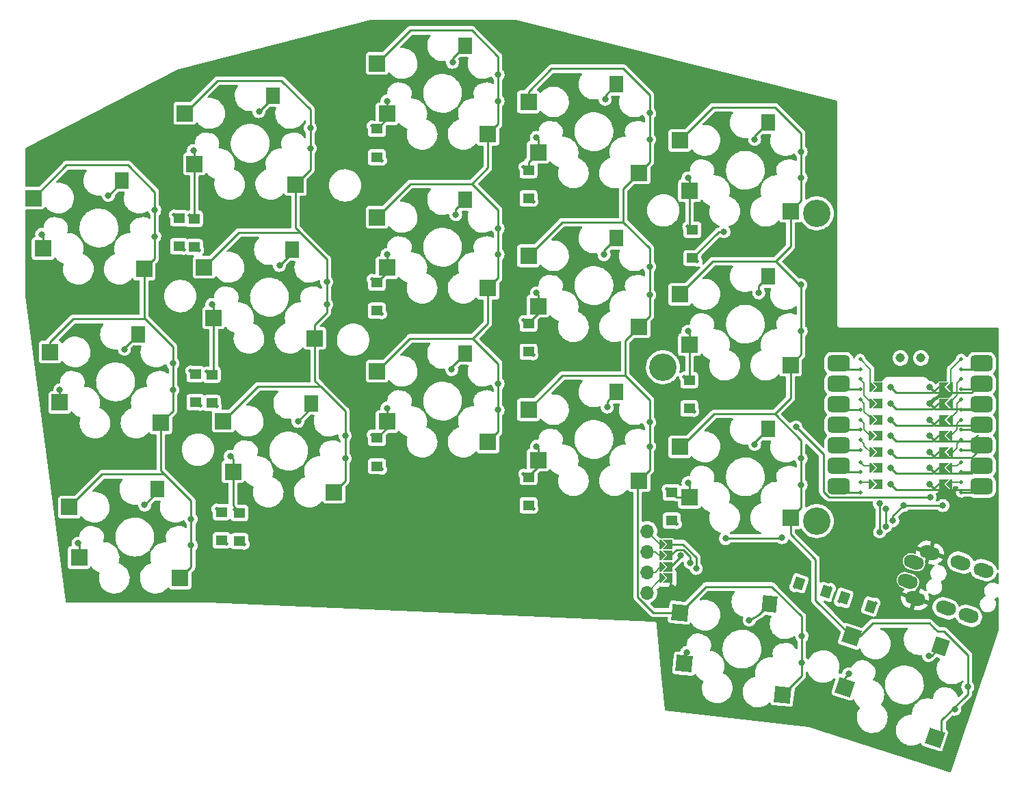
<source format=gtl>
%TF.GenerationSoftware,KiCad,Pcbnew,(6.0.8)*%
%TF.CreationDate,2022-10-28T13:13:08+09:00*%
%TF.ProjectId,selen-rev2,73656c65-6e2d-4726-9576-322e6b696361,rev?*%
%TF.SameCoordinates,Original*%
%TF.FileFunction,Copper,L1,Top*%
%TF.FilePolarity,Positive*%
%FSLAX46Y46*%
G04 Gerber Fmt 4.6, Leading zero omitted, Abs format (unit mm)*
G04 Created by KiCad (PCBNEW (6.0.8)) date 2022-10-28 13:13:08*
%MOMM*%
%LPD*%
G01*
G04 APERTURE LIST*
G04 Aperture macros list*
%AMRoundRect*
0 Rectangle with rounded corners*
0 $1 Rounding radius*
0 $2 $3 $4 $5 $6 $7 $8 $9 X,Y pos of 4 corners*
0 Add a 4 corners polygon primitive as box body*
4,1,4,$2,$3,$4,$5,$6,$7,$8,$9,$2,$3,0*
0 Add four circle primitives for the rounded corners*
1,1,$1+$1,$2,$3*
1,1,$1+$1,$4,$5*
1,1,$1+$1,$6,$7*
1,1,$1+$1,$8,$9*
0 Add four rect primitives between the rounded corners*
20,1,$1+$1,$2,$3,$4,$5,0*
20,1,$1+$1,$4,$5,$6,$7,0*
20,1,$1+$1,$6,$7,$8,$9,0*
20,1,$1+$1,$8,$9,$2,$3,0*%
%AMHorizOval*
0 Thick line with rounded ends*
0 $1 width*
0 $2 $3 position (X,Y) of the first rounded end (center of the circle)*
0 $4 $5 position (X,Y) of the second rounded end (center of the circle)*
0 Add line between two ends*
20,1,$1,$2,$3,$4,$5,0*
0 Add two circle primitives to create the rounded ends*
1,1,$1,$2,$3*
1,1,$1,$4,$5*%
%AMRotRect*
0 Rectangle, with rotation*
0 The origin of the aperture is its center*
0 $1 length*
0 $2 width*
0 $3 Rotation angle, in degrees counterclockwise*
0 Add horizontal line*
21,1,$1,$2,0,0,$3*%
%AMFreePoly0*
4,1,6,0.600000,0.200000,0.000000,-0.400000,-0.600000,0.200000,-0.600000,0.400000,0.600000,0.400000,0.600000,0.200000,0.600000,0.200000,$1*%
%AMFreePoly1*
4,1,6,0.600000,-0.250000,-0.600000,-0.250000,-0.600000,1.000000,0.000000,0.400000,0.600000,1.000000,0.600000,-0.250000,0.600000,-0.250000,$1*%
%AMFreePoly2*
4,1,49,0.014036,0.121239,0.026629,0.122131,0.041953,0.113759,0.062500,0.108253,0.075111,0.095642,0.088388,0.088388,0.776776,-0.600000,5.173224,-0.600000,5.861612,0.088388,5.890356,0.109852,5.959154,0.124664,6.025052,0.099961,6.067161,0.043572,6.072131,-0.026629,6.038388,-0.088388,5.313388,-0.813388,5.295552,-0.826707,5.292530,-0.830189,5.289826,-0.830982,5.284644,-0.834852,
5.254549,-0.841331,5.225000,-0.850000,0.725000,-0.850000,0.702969,-0.846805,0.698371,-0.847131,0.695898,-0.845780,0.689498,-0.844852,0.663632,-0.828151,0.636612,-0.813388,-0.088388,-0.088388,-0.106146,-0.064607,-0.108253,-0.062500,-0.108552,-0.061385,-0.109852,-0.059644,-0.113261,-0.043810,-0.125000,0.000000,-0.123721,0.004774,-0.124664,0.009154,-0.117242,0.028953,-0.108253,0.062500,
-0.102516,0.068237,-0.099961,0.075052,-0.083139,0.087614,-0.062500,0.108253,-0.051584,0.111178,-0.043572,0.117161,-0.024114,0.118539,0.000000,0.125000,0.014036,0.121239,0.014036,0.121239,$1*%
G04 Aperture macros list end*
%TA.AperFunction,EtchedComponent*%
%ADD10C,0.200000*%
%TD*%
%TA.AperFunction,EtchedComponent*%
%ADD11C,0.250000*%
%TD*%
%TA.AperFunction,SMDPad,CuDef*%
%ADD12R,1.400000X1.200000*%
%TD*%
%TA.AperFunction,ComponentPad*%
%ADD13C,0.500000*%
%TD*%
%TA.AperFunction,ComponentPad*%
%ADD14O,1.700000X1.700000*%
%TD*%
%TA.AperFunction,SMDPad,CuDef*%
%ADD15FreePoly0,90.000000*%
%TD*%
%TA.AperFunction,SMDPad,CuDef*%
%ADD16FreePoly1,90.000000*%
%TD*%
%TA.AperFunction,SMDPad,CuDef*%
%ADD17RotRect,1.200000X1.400000X342.000000*%
%TD*%
%TA.AperFunction,SMDPad,CuDef*%
%ADD18R,2.000000X2.000000*%
%TD*%
%TA.AperFunction,SMDPad,CuDef*%
%ADD19R,1.800000X2.000000*%
%TD*%
%TA.AperFunction,ComponentPad*%
%ADD20C,3.400000*%
%TD*%
%TA.AperFunction,SMDPad,CuDef*%
%ADD21RotRect,2.000000X2.000000X354.000000*%
%TD*%
%TA.AperFunction,SMDPad,CuDef*%
%ADD22RotRect,1.800000X2.000000X354.000000*%
%TD*%
%TA.AperFunction,SMDPad,CuDef*%
%ADD23RotRect,2.000000X2.000000X342.000000*%
%TD*%
%TA.AperFunction,SMDPad,CuDef*%
%ADD24RotRect,1.800000X2.000000X342.000000*%
%TD*%
%TA.AperFunction,ComponentPad*%
%ADD25HorizOval,1.700000X-0.380423X0.123607X0.380423X-0.123607X0*%
%TD*%
%TA.AperFunction,SMDPad,CuDef*%
%ADD26FreePoly0,270.000000*%
%TD*%
%TA.AperFunction,SMDPad,CuDef*%
%ADD27RoundRect,0.499745X-0.874395X-0.499745X0.874395X-0.499745X0.874395X0.499745X-0.874395X0.499745X0*%
%TD*%
%TA.AperFunction,SMDPad,CuDef*%
%ADD28FreePoly2,0.000000*%
%TD*%
%TA.AperFunction,SMDPad,CuDef*%
%ADD29FreePoly1,270.000000*%
%TD*%
%TA.AperFunction,ComponentPad*%
%ADD30C,0.800000*%
%TD*%
%TA.AperFunction,SMDPad,CuDef*%
%ADD31FreePoly2,180.000000*%
%TD*%
%TA.AperFunction,SMDPad,CuDef*%
%ADD32C,1.143000*%
%TD*%
%TA.AperFunction,ViaPad*%
%ADD33C,0.800000*%
%TD*%
%TA.AperFunction,Conductor*%
%ADD34C,0.250000*%
%TD*%
G04 APERTURE END LIST*
D10*
%TO.C,J2*%
X168200000Y-126120000D02*
X169920000Y-124400000D01*
X169200000Y-121040000D02*
X169850000Y-121690000D01*
X169200000Y-123580000D02*
X169830000Y-122950000D01*
X168200000Y-118500000D02*
X169900000Y-120200000D01*
X168200000Y-123580000D02*
X169200000Y-123580000D01*
X168200000Y-121040000D02*
X169200000Y-121040000D01*
D11*
%TO.C,U1*%
X207063796Y-111187504D02*
X208563796Y-111187504D01*
D10*
X206563796Y-101687504D02*
X205813796Y-102437504D01*
X206563796Y-110437504D02*
X205613796Y-110437504D01*
X194563796Y-104687504D02*
X195063796Y-105187504D01*
X207063796Y-109937504D02*
X206563796Y-110437504D01*
X195063796Y-105937504D02*
X195813796Y-106687504D01*
X194563796Y-97187504D02*
X195813796Y-98437504D01*
X195063796Y-102687504D02*
X195063796Y-103687504D01*
X195063796Y-105187504D02*
X195063796Y-105937504D01*
X206563796Y-105187504D02*
X206563796Y-105937504D01*
X194563796Y-109937504D02*
X195063796Y-110437504D01*
X206563796Y-100187504D02*
X206563796Y-101687504D01*
D11*
X207063796Y-113687504D02*
X208563796Y-113687504D01*
X207063796Y-108437504D02*
X208563796Y-108437504D01*
D10*
X206563796Y-105937504D02*
X205813796Y-106687504D01*
X206563796Y-107687504D02*
X206563796Y-108187504D01*
X194563796Y-107187504D02*
X195063796Y-107687504D01*
X194563796Y-99687504D02*
X194813796Y-99937504D01*
X195063796Y-101687504D02*
X195788184Y-102411892D01*
D11*
X207063796Y-100937504D02*
X208713789Y-100937504D01*
D10*
X195063796Y-101187504D02*
X195063796Y-101687504D01*
X207063796Y-97187504D02*
X205813796Y-98437504D01*
X206563796Y-102687504D02*
X206563796Y-103687504D01*
X208713789Y-105073511D02*
X208713789Y-105351296D01*
X195063796Y-107937504D02*
X196038184Y-108911892D01*
X195063796Y-107687504D02*
X195063796Y-107937504D01*
X194813796Y-99937504D02*
X195063796Y-100187504D01*
X195813796Y-98437504D02*
X195813796Y-100087504D01*
X207063796Y-107187504D02*
X206563796Y-107687504D01*
D11*
X194563796Y-103437504D02*
X192795699Y-103437504D01*
D10*
X206563796Y-108187504D02*
X205638184Y-109113116D01*
D11*
X194563796Y-98437504D02*
X192795699Y-98437504D01*
X194563796Y-113687504D02*
X192795699Y-113687504D01*
X207063796Y-103437504D02*
X208713789Y-103437504D01*
D10*
X207063796Y-112437504D02*
X205613796Y-112437504D01*
D11*
X194563796Y-105937504D02*
X192795699Y-105937504D01*
D10*
X195063796Y-103687504D02*
X195788184Y-104411892D01*
D11*
X207063796Y-105937504D02*
X208214044Y-105937504D01*
D10*
X207063796Y-102187504D02*
X206563796Y-102687504D01*
X194563796Y-102187504D02*
X195063796Y-102687504D01*
X205813796Y-98437504D02*
X205813796Y-100437504D01*
X207063796Y-104687504D02*
X206563796Y-105187504D01*
X206563796Y-103687504D02*
X205613796Y-104637504D01*
X194563796Y-112437504D02*
X195663796Y-112437504D01*
X207063796Y-99687504D02*
X206563796Y-100187504D01*
D11*
X194563796Y-111187504D02*
X192795699Y-111187504D01*
X194563796Y-100937504D02*
X192795699Y-100937504D01*
D10*
X195063796Y-100187504D02*
X195063796Y-101187504D01*
D11*
X194563796Y-108437504D02*
X192795699Y-108437504D01*
D10*
X195063796Y-110437504D02*
X196038184Y-110437504D01*
D11*
X207063796Y-98437504D02*
X208713789Y-98437504D01*
%TD*%
D12*
%TO.P,D9,1,K*%
%TO.N,Net-(D9-Pad1)*%
X153500000Y-92800000D03*
D13*
X152900000Y-92400000D03*
D12*
%TO.P,D9,2,A*%
%TO.N,row1*%
X153500000Y-96300000D03*
D13*
X154100000Y-96700000D03*
%TD*%
D12*
%TO.P,D4,1,K*%
%TO.N,Net-(D4-Pad1)*%
X153500000Y-73800000D03*
D13*
X152900000Y-73400000D03*
%TO.P,D4,2,A*%
%TO.N,row0*%
X154100000Y-77700000D03*
D12*
X153500000Y-77300000D03*
%TD*%
%TO.P,D12,1,K*%
%TO.N,Net-(D12-Pad1)*%
X117750000Y-116234000D03*
D13*
X117150000Y-115834000D03*
D12*
%TO.P,D12,2,A*%
%TO.N,row2*%
X117750000Y-119734000D03*
D13*
X118350000Y-120134000D03*
%TD*%
D14*
%TO.P,J2,*%
%TO.N,*%
X168200000Y-118500000D03*
X168200000Y-123580000D03*
D15*
X170100000Y-120100000D03*
X170100000Y-124300000D03*
X170100000Y-122900000D03*
D14*
X168200000Y-121040000D03*
D15*
X170100000Y-121500000D03*
D14*
X168200000Y-126120000D03*
D16*
%TO.P,J2,1,Pin_1*%
%TO.N,GND*%
X171100000Y-124300000D03*
%TO.P,J2,2,Pin_2*%
%TO.N,+3V3*%
X171100000Y-122900000D03*
%TO.P,J2,3,Pin_3*%
%TO.N,SCL*%
X171100000Y-121500000D03*
%TO.P,J2,4,Pin_4*%
%TO.N,SDA*%
X171100000Y-120100000D03*
%TD*%
D17*
%TO.P,D17,1,K*%
%TO.N,row3*%
X192532000Y-126746000D03*
D13*
X191966167Y-127193027D03*
%TO.P,D17,2,A*%
%TO.N,Net-(D17-Pad2)*%
X196426531Y-127380532D03*
D17*
X195860698Y-127827560D03*
%TD*%
D18*
%TO.P,SW1,1,1*%
%TO.N,col0*%
X105930000Y-86042500D03*
X92230000Y-77262500D03*
%TO.P,SW1,2,2*%
%TO.N,Net-(D1-Pad2)*%
X93430000Y-83502500D03*
D19*
X103130000Y-75062500D03*
%TD*%
D18*
%TO.P,SW13,1,1*%
%TO.N,col1*%
X148475000Y-107473750D03*
X134775000Y-98693750D03*
D19*
%TO.P,SW13,2,2*%
%TO.N,Net-(D13-Pad2)*%
X145675000Y-96493750D03*
D18*
X135975000Y-104933750D03*
%TD*%
D13*
%TO.P,D15,1,K*%
%TO.N,row2*%
X171850000Y-117600000D03*
D12*
X171250000Y-117200000D03*
D13*
%TO.P,D15,2,A*%
%TO.N,Net-(D15-Pad2)*%
X170650000Y-113300000D03*
D12*
X171250000Y-113700000D03*
%TD*%
%TO.P,D8,1,K*%
%TO.N,row1*%
X134750000Y-91200000D03*
D13*
X135350000Y-91600000D03*
D12*
%TO.P,D8,2,A*%
%TO.N,Net-(D8-Pad2)*%
X134750000Y-87700000D03*
D13*
X134150000Y-87300000D03*
%TD*%
D18*
%TO.P,SW7,1,1*%
%TO.N,col0*%
X127043750Y-94615000D03*
X113343750Y-85835000D03*
D19*
%TO.P,SW7,2,2*%
%TO.N,Net-(D7-Pad1)*%
X124243750Y-83635000D03*
D18*
X114543750Y-92075000D03*
%TD*%
D13*
%TO.P,D11,1,K*%
%TO.N,row2*%
X116100000Y-120034000D03*
D12*
X115500000Y-119634000D03*
D13*
%TO.P,D11,2,A*%
%TO.N,Net-(D11-Pad2)*%
X114900000Y-115734000D03*
D12*
X115500000Y-116134000D03*
%TD*%
D18*
%TO.P,SW6,1,1*%
%TO.N,col0*%
X94293750Y-96312500D03*
X107993750Y-105092500D03*
%TO.P,SW6,2,2*%
%TO.N,Net-(D6-Pad2)*%
X95493750Y-102552500D03*
D19*
X105193750Y-94112500D03*
%TD*%
D18*
%TO.P,SW11,1,1*%
%TO.N,col0*%
X110375000Y-124301250D03*
X96675000Y-115521250D03*
%TO.P,SW11,2,2*%
%TO.N,Net-(D11-Pad2)*%
X97875000Y-121761250D03*
D19*
X107575000Y-113321250D03*
%TD*%
D20*
%TO.P,REF\u002A\u002A,1*%
%TO.N,N/C*%
X189200000Y-79150000D03*
X189200000Y-117250000D03*
X170150000Y-98200000D03*
%TD*%
D18*
%TO.P,SW8,1,1*%
%TO.N,col1*%
X134775000Y-79643750D03*
X148475000Y-88423750D03*
%TO.P,SW8,2,2*%
%TO.N,Net-(D8-Pad2)*%
X135975000Y-85883750D03*
D19*
X145675000Y-77443750D03*
%TD*%
D18*
%TO.P,SW10,1,1*%
%TO.N,col2*%
X185940000Y-97948750D03*
X172240000Y-89168750D03*
D19*
%TO.P,SW10,2,2*%
%TO.N,Net-(D10-Pad2)*%
X183140000Y-86968750D03*
D18*
X173440000Y-95408750D03*
%TD*%
%TO.P,SW15,1,1*%
%TO.N,col2*%
X185940000Y-116840000D03*
X172240000Y-108060000D03*
D19*
%TO.P,SW15,2,2*%
%TO.N,Net-(D15-Pad2)*%
X183140000Y-105860000D03*
D18*
X173440000Y-114300000D03*
%TD*%
%TO.P,SW3,1,1*%
%TO.N,col1*%
X134775000Y-60593750D03*
X148475000Y-69373750D03*
%TO.P,SW3,2,2*%
%TO.N,Net-(D3-Pad2)*%
X135975000Y-66833750D03*
D19*
X145675000Y-58393750D03*
%TD*%
D21*
%TO.P,SW16,1,1*%
%TO.N,col1*%
X172256260Y-128570170D03*
X184963450Y-138734113D03*
D22*
%TO.P,SW16,2,2*%
%TO.N,Net-(D16-Pad1)*%
X183326511Y-127521583D03*
D21*
X172797429Y-134901421D03*
%TD*%
D12*
%TO.P,D3,1,K*%
%TO.N,row0*%
X134750000Y-72200000D03*
D13*
X135350000Y-72600000D03*
D12*
%TO.P,D3,2,A*%
%TO.N,Net-(D3-Pad2)*%
X134750000Y-68700000D03*
D13*
X134150000Y-68300000D03*
%TD*%
%TO.P,D5,1,K*%
%TO.N,row0*%
X174400000Y-85100000D03*
D12*
X173800000Y-84700000D03*
%TO.P,D5,2,A*%
%TO.N,Net-(D5-Pad2)*%
X173800000Y-81200000D03*
D13*
X173200000Y-80800000D03*
%TD*%
D12*
%TO.P,D1,1,K*%
%TO.N,row0*%
X110236000Y-83234000D03*
D13*
X110836000Y-83634000D03*
%TO.P,D1,2,A*%
%TO.N,Net-(D1-Pad2)*%
X109636000Y-79334000D03*
D12*
X110236000Y-79734000D03*
%TD*%
D18*
%TO.P,SW2,1,1*%
%TO.N,col0*%
X124662500Y-75565000D03*
X110962500Y-66785000D03*
D19*
%TO.P,SW2,2,2*%
%TO.N,Net-(D2-Pad1)*%
X121862500Y-64585000D03*
D18*
X112162500Y-73025000D03*
%TD*%
%TO.P,SW9,1,1*%
%TO.N,col1*%
X167207500Y-93186250D03*
X153507500Y-84406250D03*
%TO.P,SW9,2,2*%
%TO.N,Net-(D9-Pad1)*%
X154707500Y-90646250D03*
D19*
X164407500Y-82206250D03*
%TD*%
D18*
%TO.P,SW5,1,1*%
%TO.N,col2*%
X185940000Y-78898750D03*
X172240000Y-70118750D03*
D19*
%TO.P,SW5,2,2*%
%TO.N,Net-(D5-Pad2)*%
X183140000Y-67918750D03*
D18*
X173440000Y-76358750D03*
%TD*%
D13*
%TO.P,D16,1,K*%
%TO.N,Net-(D16-Pad1)*%
X186446575Y-125380369D03*
D17*
X187012408Y-124933342D03*
D13*
%TO.P,D16,2,A*%
%TO.N,row3*%
X190906939Y-125567874D03*
D17*
X190341106Y-126014902D03*
%TD*%
D13*
%TO.P,D13,1,K*%
%TO.N,row2*%
X135350000Y-110850000D03*
D12*
X134750000Y-110450000D03*
%TO.P,D13,2,A*%
%TO.N,Net-(D13-Pad2)*%
X134750000Y-106950000D03*
D13*
X134150000Y-106550000D03*
%TD*%
%TO.P,D10,1,K*%
%TO.N,row1*%
X174000000Y-103700000D03*
D12*
X173400000Y-103300000D03*
D13*
%TO.P,D10,2,A*%
%TO.N,Net-(D10-Pad2)*%
X172800000Y-99400000D03*
D12*
X173400000Y-99800000D03*
%TD*%
D23*
%TO.P,SW17,1,1*%
%TO.N,col2*%
X203793659Y-144085163D03*
X193477354Y-131501354D03*
D24*
%TO.P,SW17,2,2*%
%TO.N,Net-(D17-Pad2)*%
X204523708Y-132777315D03*
D23*
X192690356Y-137806767D03*
%TD*%
D18*
%TO.P,SW12,1,1*%
%TO.N,col0*%
X115725000Y-104885000D03*
X129425000Y-113665000D03*
%TO.P,SW12,2,2*%
%TO.N,Net-(D12-Pad1)*%
X116925000Y-111125000D03*
D19*
X126625000Y-102685000D03*
%TD*%
D13*
%TO.P,D14,1,K*%
%TO.N,Net-(D14-Pad1)*%
X152900000Y-111400000D03*
D12*
X153500000Y-111800000D03*
%TO.P,D14,2,A*%
%TO.N,row2*%
X153500000Y-115300000D03*
D13*
X154100000Y-115700000D03*
%TD*%
D25*
%TO.P,J1,A*%
%TO.N,data*%
X201226469Y-122356381D03*
X200469377Y-124686469D03*
%TO.P,J1,B*%
%TO.N,+3V3*%
X209851229Y-123318676D03*
X208012578Y-128977463D03*
%TO.P,J1,C*%
X206998059Y-122391625D03*
X205159408Y-128050412D03*
%TO.P,J1,D*%
%TO.N,GND*%
X201355182Y-126814344D03*
X203193833Y-121155557D03*
%TD*%
D13*
%TO.P,D2,1,K*%
%TO.N,Net-(D2-Pad1)*%
X111511000Y-79434000D03*
D12*
X112111000Y-79834000D03*
D13*
%TO.P,D2,2,A*%
%TO.N,row0*%
X112711000Y-83734000D03*
D12*
X112111000Y-83334000D03*
%TD*%
D18*
%TO.P,SW14,1,1*%
%TO.N,col1*%
X153507500Y-103456250D03*
X167207500Y-112236250D03*
D19*
%TO.P,SW14,2,2*%
%TO.N,Net-(D14-Pad1)*%
X164407500Y-101256250D03*
D18*
X154707500Y-109696250D03*
%TD*%
D12*
%TO.P,D7,1,K*%
%TO.N,Net-(D7-Pad1)*%
X114300000Y-99138000D03*
D13*
X113700000Y-98738000D03*
%TO.P,D7,2,A*%
%TO.N,row1*%
X114900000Y-103038000D03*
D12*
X114300000Y-102638000D03*
%TD*%
D18*
%TO.P,SW4,1,1*%
%TO.N,col1*%
X167207500Y-74136250D03*
X153507500Y-65356250D03*
%TO.P,SW4,2,2*%
%TO.N,Net-(D4-Pad1)*%
X154707500Y-71596250D03*
D19*
X164407500Y-63156250D03*
%TD*%
D13*
%TO.P,U1,*%
%TO.N,*%
X194563796Y-112437504D03*
X194563796Y-99687504D03*
D26*
X205563796Y-106687504D03*
D13*
X207063796Y-98437504D03*
X194563796Y-108437504D03*
X207063796Y-103437504D03*
X194563796Y-107187504D03*
X194563796Y-97187504D03*
D27*
X209588184Y-107891296D03*
X191921304Y-107891296D03*
D13*
X194563796Y-104687504D03*
D26*
X205563796Y-110687504D03*
X205588184Y-108687504D03*
D13*
X194563796Y-113687504D03*
D27*
X209588184Y-100271296D03*
D15*
X196088184Y-104687504D03*
D27*
X191921304Y-112971296D03*
X209588184Y-102811296D03*
D13*
X194563796Y-103437504D03*
D26*
X205588184Y-102687504D03*
D27*
X209588184Y-105351296D03*
D26*
X205588184Y-104687504D03*
D13*
X194563796Y-109937504D03*
D27*
X209588184Y-112971296D03*
D26*
X205588184Y-100687504D03*
D13*
X207063796Y-109937504D03*
X207063796Y-99687504D03*
X207063796Y-108437504D03*
X194563796Y-100937504D03*
D15*
X196088184Y-102687504D03*
D27*
X191921304Y-105351296D03*
X191921304Y-97731296D03*
D13*
X207063796Y-105937504D03*
D15*
X196063796Y-112687504D03*
D13*
X207063796Y-112437504D03*
X207063796Y-107187504D03*
X207063796Y-104687504D03*
D15*
X196088184Y-108687504D03*
D26*
X205563796Y-112687504D03*
D13*
X207063796Y-97187504D03*
X207063796Y-100937504D03*
X207063796Y-102187504D03*
X194563796Y-98437504D03*
D15*
X196063796Y-106687504D03*
D13*
X194563796Y-102187504D03*
X207063796Y-113687504D03*
X194563796Y-105937504D03*
D15*
X196088184Y-100687504D03*
D27*
X209588184Y-97731296D03*
D13*
X194563796Y-111187504D03*
D27*
X191921304Y-110431296D03*
X191921304Y-100271296D03*
X209588184Y-110431296D03*
X191921304Y-102811296D03*
D15*
X196088184Y-110687504D03*
D13*
X207063796Y-111187504D03*
D28*
%TO.P,U1,1,D0*%
%TO.N,col2*%
X198364408Y-100687504D03*
D29*
X204588184Y-100687504D03*
D30*
X198364408Y-100687504D03*
%TO.P,U1,2,D1*%
%TO.N,col1*%
X198364408Y-102687504D03*
D29*
X204588184Y-102687504D03*
D28*
X198364408Y-102687504D03*
D29*
%TO.P,U1,3,D2*%
%TO.N,col0*%
X204588184Y-104687504D03*
D30*
X198364408Y-104687504D03*
D28*
X198364408Y-104687504D03*
D30*
%TO.P,U1,4,D3*%
%TO.N,row0*%
X198364408Y-106687504D03*
D29*
X204563796Y-106687504D03*
D28*
X198364408Y-106687504D03*
D30*
%TO.P,U1,5,D4*%
%TO.N,SDA*%
X198364408Y-108687504D03*
D29*
X204588184Y-108687504D03*
D28*
X198364408Y-108687504D03*
D30*
%TO.P,U1,6,D5*%
%TO.N,SCL*%
X198364408Y-110687504D03*
D29*
X204563796Y-110687504D03*
D28*
X198364408Y-110687504D03*
D29*
%TO.P,U1,7,D6*%
%TO.N,unconnected-(U1-Pad7)*%
X204563796Y-112687504D03*
D28*
X198364408Y-112687504D03*
D30*
X198364408Y-112687504D03*
D31*
%TO.P,U1,8,D7*%
%TO.N,data*%
X203150408Y-112687504D03*
D16*
X197063796Y-112687504D03*
D30*
X203150408Y-112687504D03*
%TO.P,U1,9,D8*%
%TO.N,row1*%
X203150408Y-110687504D03*
D16*
X197088184Y-110687504D03*
D31*
X203150408Y-110687504D03*
%TO.P,U1,10,D9*%
%TO.N,row3*%
X203150408Y-108687504D03*
D30*
X203150408Y-108687504D03*
D16*
X197088184Y-108687504D03*
D30*
%TO.P,U1,11,D10*%
%TO.N,row2*%
X203150408Y-106687504D03*
D31*
X203150408Y-106687504D03*
D16*
X197063796Y-106687504D03*
D31*
%TO.P,U1,12,3V3*%
%TO.N,+3V3*%
X203150408Y-104687504D03*
D30*
X203150408Y-104687504D03*
D16*
X197088184Y-104687504D03*
D30*
%TO.P,U1,13,GND*%
%TO.N,GND*%
X203150408Y-102687504D03*
D31*
X203150408Y-102687504D03*
D16*
X197088184Y-102687504D03*
D31*
%TO.P,U1,14,5V*%
%TO.N,unconnected-(U1-Pad14)*%
X203150408Y-100687504D03*
D16*
X197088184Y-100687504D03*
D30*
X203150408Y-100687504D03*
D32*
%TO.P,U1,17*%
%TO.N,N/C*%
X199536987Y-97044929D03*
%TO.P,U1,18*%
X202076987Y-97044929D03*
%TD*%
D13*
%TO.P,D6,1,K*%
%TO.N,row1*%
X112868000Y-102938000D03*
D12*
X112268000Y-102538000D03*
%TO.P,D6,2,A*%
%TO.N,Net-(D6-Pad2)*%
X112268000Y-99038000D03*
D13*
X111668000Y-98638000D03*
%TD*%
D33*
%TO.N,row0*%
X177700000Y-81425500D03*
%TO.N,Net-(D1-Pad2)*%
X93250000Y-81750000D03*
X101500000Y-76937501D03*
%TO.N,Net-(D2-Pad1)*%
X112014000Y-71374000D03*
X120142000Y-66548000D03*
%TO.N,Net-(D3-Pad2)*%
X144106305Y-60450539D03*
X136000000Y-65250000D03*
%TO.N,Net-(D4-Pad1)*%
X154500000Y-69750000D03*
X163000000Y-65031251D03*
%TO.N,Net-(D5-Pad2)*%
X173250000Y-74750000D03*
X181500000Y-70000000D03*
%TO.N,row1*%
X203200000Y-114300000D03*
X186612299Y-105587701D03*
%TO.N,Net-(D6-Pad2)*%
X103500000Y-95987501D03*
X95500000Y-101000000D03*
%TO.N,Net-(D7-Pad1)*%
X122682000Y-85598000D03*
X114300000Y-90424000D03*
%TO.N,Net-(D8-Pad2)*%
X136000000Y-84250000D03*
X144500000Y-79318751D03*
%TO.N,Net-(D9-Pad1)*%
X154500000Y-89000000D03*
X162856653Y-84262355D03*
%TO.N,Net-(D10-Pad2)*%
X173250000Y-93750000D03*
X182000000Y-89000000D03*
%TO.N,row2*%
X177900000Y-119400000D03*
X184900000Y-119300000D03*
%TO.N,Net-(D11-Pad2)*%
X97750000Y-120000000D03*
X106000000Y-115250000D03*
%TO.N,Net-(D12-Pad1)*%
X124968000Y-104902000D03*
X116586000Y-109220000D03*
%TO.N,Net-(D13-Pad2)*%
X144000000Y-98500000D03*
X136000000Y-103250000D03*
%TO.N,Net-(D14-Pad1)*%
X163250000Y-103131251D03*
X154500000Y-108000000D03*
%TO.N,Net-(D15-Pad2)*%
X181500000Y-107750000D03*
X173250000Y-112500000D03*
%TO.N,Net-(D16-Pad1)*%
X180844000Y-129500000D03*
X173090244Y-133503756D03*
%TO.N,Net-(D17-Pad2)*%
X193141826Y-136171981D03*
X203030646Y-133910801D03*
%TO.N,col0*%
X107250000Y-78750000D03*
X126492000Y-71120000D03*
X128524000Y-87630000D03*
X126492000Y-68580000D03*
X111750000Y-120250000D03*
X130810000Y-109474000D03*
X130810000Y-106680000D03*
X111750000Y-117000000D03*
X109500000Y-101000000D03*
X109500000Y-97725500D03*
X107250000Y-82000000D03*
X128524000Y-90424000D03*
%TO.N,col1*%
X168500000Y-85750000D03*
X168500000Y-66750000D03*
X168500000Y-89250000D03*
X187344000Y-131500000D03*
X168500000Y-70000000D03*
X149750000Y-100250000D03*
X149750000Y-103500000D03*
X168500000Y-105000000D03*
X187344000Y-134750000D03*
X168500000Y-108000000D03*
X149750000Y-84250000D03*
X149750000Y-81000000D03*
X149750000Y-62000000D03*
X149750000Y-65250000D03*
%TO.N,col2*%
X187250000Y-93750000D03*
X187250000Y-112750000D03*
X187250000Y-109500000D03*
X187250000Y-71500000D03*
X187250000Y-74750000D03*
X206255646Y-140547895D03*
X187215001Y-88000000D03*
X207880646Y-137776646D03*
%TO.N,SDA*%
X197700000Y-115700500D03*
X197699500Y-117900000D03*
X174250000Y-123106302D03*
%TO.N,SCL*%
X173525500Y-122381802D03*
X196975451Y-118599951D03*
X196941389Y-115049720D03*
%TO.N,+3V3*%
X199898000Y-115316000D03*
X204800000Y-115316000D03*
X172300000Y-121524500D03*
X198600000Y-117200000D03*
%TO.N,GND*%
X203900000Y-98000000D03*
X188722000Y-67056000D03*
X170300000Y-75600000D03*
X171100000Y-118800000D03*
X178200000Y-83300000D03*
X130556000Y-70358000D03*
X172000000Y-105400000D03*
X171200000Y-125500000D03*
%TD*%
D34*
%TO.N,row0*%
X177074500Y-81425500D02*
X173800000Y-84700000D01*
X177700000Y-81425500D02*
X177074500Y-81425500D01*
%TO.N,Net-(D1-Pad2)*%
X101500000Y-76937501D02*
X103130000Y-75307501D01*
X103130000Y-75307501D02*
X103130000Y-75062500D01*
X93430000Y-81930000D02*
X93250000Y-81750000D01*
X93430000Y-83502500D02*
X93430000Y-81930000D01*
%TO.N,Net-(D2-Pad1)*%
X121862500Y-64827500D02*
X121862500Y-64585000D01*
X112162500Y-71522500D02*
X112014000Y-71374000D01*
X120142000Y-66548000D02*
X121862500Y-64827500D01*
X112162500Y-73025000D02*
X112162500Y-71522500D01*
X112162500Y-79682500D02*
X112111000Y-79734000D01*
X112162500Y-73025000D02*
X112162500Y-79682500D01*
%TO.N,Net-(D3-Pad2)*%
X135975000Y-66833750D02*
X135975000Y-67475000D01*
X144106305Y-60450539D02*
X144106305Y-59962445D01*
X144106305Y-59962445D02*
X145675000Y-58393750D01*
X135975000Y-66833750D02*
X135975000Y-65275000D01*
X135975000Y-67475000D02*
X134750000Y-68700000D01*
X135975000Y-65275000D02*
X136000000Y-65250000D01*
%TO.N,Net-(D4-Pad1)*%
X154707500Y-69957500D02*
X154500000Y-69750000D01*
X153500000Y-72803750D02*
X153500000Y-73700000D01*
X154707500Y-71596250D02*
X153500000Y-72803750D01*
X163000000Y-65031251D02*
X163000000Y-64563750D01*
X154707500Y-71596250D02*
X154707500Y-69957500D01*
X163000000Y-64563750D02*
X164407500Y-63156250D01*
%TO.N,Net-(D5-Pad2)*%
X173440000Y-76358750D02*
X173440000Y-74940000D01*
X173440000Y-76358750D02*
X173440000Y-80840000D01*
X173440000Y-74940000D02*
X173250000Y-74750000D01*
X173440000Y-80840000D02*
X173800000Y-81200000D01*
X181500000Y-70000000D02*
X181500000Y-69558750D01*
X181500000Y-69558750D02*
X183140000Y-67918750D01*
%TO.N,row1*%
X190000000Y-113590498D02*
X190709502Y-114300000D01*
X190000000Y-108975402D02*
X190000000Y-113590498D01*
X190709502Y-114300000D02*
X203200000Y-114300000D01*
X186612299Y-105587701D02*
X190000000Y-108975402D01*
%TO.N,Net-(D6-Pad2)*%
X95493750Y-102552500D02*
X95493750Y-101006250D01*
X103500000Y-95987501D02*
X103500000Y-95806250D01*
X95493750Y-101006250D02*
X95500000Y-101000000D01*
X103500000Y-95806250D02*
X105193750Y-94112500D01*
%TO.N,Net-(D7-Pad1)*%
X114543750Y-98794250D02*
X114300000Y-99038000D01*
X124243750Y-84036250D02*
X124243750Y-83635000D01*
X114543750Y-92075000D02*
X114543750Y-98794250D01*
X114543750Y-90667750D02*
X114300000Y-90424000D01*
X114543750Y-92075000D02*
X114543750Y-90667750D01*
X122682000Y-85598000D02*
X124243750Y-84036250D01*
%TO.N,Net-(D8-Pad2)*%
X144500000Y-79318751D02*
X144500000Y-78618750D01*
X135975000Y-85883750D02*
X135975000Y-86475000D01*
X135975000Y-86475000D02*
X134750000Y-87700000D01*
X144500000Y-78618750D02*
X145675000Y-77443750D01*
X135975000Y-85883750D02*
X135975000Y-84275000D01*
X135975000Y-84275000D02*
X136000000Y-84250000D01*
%TO.N,Net-(D9-Pad1)*%
X154707500Y-90646250D02*
X154707500Y-89207500D01*
X162856653Y-83757097D02*
X164407500Y-82206250D01*
X162856653Y-84262355D02*
X162856653Y-83757097D01*
X154707500Y-89207500D02*
X154500000Y-89000000D01*
X154707500Y-91492500D02*
X153500000Y-92700000D01*
X154707500Y-90646250D02*
X154707500Y-91492500D01*
%TO.N,Net-(D10-Pad2)*%
X182000000Y-88108750D02*
X183140000Y-86968750D01*
X173440000Y-99760000D02*
X173400000Y-99800000D01*
X173440000Y-93940000D02*
X173250000Y-93750000D01*
X182000000Y-89000000D02*
X182000000Y-88108750D01*
X173440000Y-95408750D02*
X173440000Y-93940000D01*
X173440000Y-95408750D02*
X173440000Y-99760000D01*
%TO.N,row2*%
X177900000Y-119400000D02*
X184800000Y-119400000D01*
X184800000Y-119400000D02*
X184900000Y-119300000D01*
%TO.N,Net-(D11-Pad2)*%
X107575000Y-113675000D02*
X107575000Y-113321250D01*
X106000000Y-115250000D02*
X107575000Y-113675000D01*
X97875000Y-120125000D02*
X97750000Y-120000000D01*
X97875000Y-121761250D02*
X97875000Y-120125000D01*
%TO.N,Net-(D12-Pad1)*%
X126625000Y-103245000D02*
X126625000Y-102685000D01*
X124968000Y-104902000D02*
X126625000Y-103245000D01*
X116925000Y-109559000D02*
X116586000Y-109220000D01*
X116925000Y-111125000D02*
X116925000Y-115309000D01*
X116925000Y-111125000D02*
X116925000Y-109559000D01*
X116925000Y-115309000D02*
X117750000Y-116134000D01*
%TO.N,Net-(D13-Pad2)*%
X135975000Y-103275000D02*
X136000000Y-103250000D01*
X135975000Y-104933750D02*
X135975000Y-103275000D01*
X135975000Y-105725000D02*
X134750000Y-106950000D01*
X144000000Y-98500000D02*
X144000000Y-98168750D01*
X135975000Y-104933750D02*
X135975000Y-105725000D01*
X144000000Y-98168750D02*
X145675000Y-96493750D01*
%TO.N,Net-(D14-Pad1)*%
X154707500Y-109696250D02*
X154707500Y-110492500D01*
X163250000Y-102413750D02*
X164407500Y-101256250D01*
X154707500Y-109696250D02*
X154707500Y-108207500D01*
X154707500Y-110492500D02*
X153500000Y-111700000D01*
X154707500Y-108207500D02*
X154500000Y-108000000D01*
X163250000Y-103131251D02*
X163250000Y-102413750D01*
%TO.N,Net-(D15-Pad2)*%
X181500000Y-107500000D02*
X183140000Y-105860000D01*
X173440000Y-112690000D02*
X173250000Y-112500000D01*
X181500000Y-107750000D02*
X181500000Y-107500000D01*
X171850000Y-114300000D02*
X171250000Y-113700000D01*
X173440000Y-114300000D02*
X173440000Y-112690000D01*
X173440000Y-114300000D02*
X171850000Y-114300000D01*
%TO.N,Net-(D16-Pad1)*%
X172797429Y-133796571D02*
X173090244Y-133503756D01*
X172797429Y-134901421D02*
X172797429Y-133796571D01*
X180844000Y-129500000D02*
X181989980Y-128858114D01*
X181989980Y-128858114D02*
X183326511Y-127521583D01*
%TO.N,Net-(D17-Pad2)*%
X203030646Y-133910801D02*
X203390222Y-133910801D01*
X192690356Y-136623451D02*
X193141826Y-136171981D01*
X203390222Y-133910801D02*
X204523708Y-132777315D01*
X192690356Y-137806767D02*
X192690356Y-136623451D01*
%TO.N,col0*%
X127762000Y-100584000D02*
X130810000Y-103632000D01*
X128524000Y-91440000D02*
X127043750Y-92920250D01*
X107250000Y-84722500D02*
X105930000Y-86042500D01*
X92230000Y-77262500D02*
X96305001Y-73187499D01*
X96305001Y-73187499D02*
X103937499Y-73187499D01*
X111750000Y-117000000D02*
X111750000Y-120250000D01*
X127043750Y-92920250D02*
X127043750Y-94615000D01*
X128524000Y-87630000D02*
X128524000Y-90424000D01*
X130810000Y-106680000D02*
X130810000Y-109474000D01*
X94293750Y-95062500D02*
X97118751Y-92237499D01*
X127043750Y-99865750D02*
X127762000Y-100584000D01*
X103937499Y-73187499D02*
X107250000Y-76500000D01*
X100750001Y-111446249D02*
X108446249Y-111446249D01*
X124662500Y-75565000D02*
X124662500Y-80974500D01*
X105930000Y-86042500D02*
X105930000Y-92117499D01*
X109500000Y-101000000D02*
X109500000Y-103586250D01*
X128524000Y-84836000D02*
X128524000Y-87630000D01*
X120026000Y-100584000D02*
X127762000Y-100584000D01*
X107993750Y-105092500D02*
X107993750Y-110993750D01*
X97118751Y-92237499D02*
X106050000Y-92237499D01*
X107993750Y-110993750D02*
X108446249Y-111446249D01*
X109500000Y-103586250D02*
X107993750Y-105092500D01*
X110962500Y-66785000D02*
X115037501Y-62709999D01*
X107250000Y-82000000D02*
X107250000Y-84722500D01*
X94293750Y-96312500D02*
X94293750Y-95062500D01*
X125222000Y-81534000D02*
X128524000Y-84836000D01*
X107250000Y-76500000D02*
X107250000Y-78750000D01*
X130810000Y-109474000D02*
X130810000Y-112280000D01*
X130810000Y-103632000D02*
X130810000Y-106680000D01*
X128524000Y-90424000D02*
X128524000Y-91440000D01*
X96675000Y-115521250D02*
X100750001Y-111446249D01*
X109500000Y-95687499D02*
X109500000Y-101000000D01*
X130810000Y-112280000D02*
X129425000Y-113665000D01*
X117644750Y-81534000D02*
X125222000Y-81534000D01*
X127043750Y-94615000D02*
X127043750Y-99865750D01*
X111750000Y-120250000D02*
X111750000Y-122926250D01*
X111750000Y-114750000D02*
X111750000Y-117000000D01*
X126492000Y-73735500D02*
X124662500Y-75565000D01*
X108446249Y-111446249D02*
X111750000Y-114750000D01*
X113343750Y-85835000D02*
X117644750Y-81534000D01*
X126492000Y-66294000D02*
X126492000Y-68580000D01*
X105930000Y-92117499D02*
X106050000Y-92237499D01*
X124662500Y-80974500D02*
X125222000Y-81534000D01*
X115037501Y-62709999D02*
X122907999Y-62709999D01*
X107250000Y-78750000D02*
X107250000Y-82000000D01*
X115725000Y-104885000D02*
X120026000Y-100584000D01*
X122907999Y-62709999D02*
X126492000Y-66294000D01*
X111750000Y-122926250D02*
X110375000Y-124301250D01*
X126492000Y-68580000D02*
X126492000Y-71120000D01*
X126492000Y-71120000D02*
X126492000Y-73735500D01*
X106050000Y-92237499D02*
X109500000Y-95687499D01*
%TO.N,col1*%
X149750000Y-65250000D02*
X149750000Y-68098750D01*
X149750000Y-62000000D02*
X149750000Y-65250000D01*
X167207500Y-112236250D02*
X167207500Y-113105500D01*
X168500000Y-64500000D02*
X168500000Y-66750000D01*
X146500000Y-75500000D02*
X149750000Y-78750000D01*
X149750000Y-103500000D02*
X149750000Y-106198750D01*
X168500000Y-83500000D02*
X168500000Y-85750000D01*
X134775000Y-79643750D02*
X138918750Y-75500000D01*
X149750000Y-84250000D02*
X149750000Y-87148750D01*
X148475000Y-92762498D02*
X146618749Y-94618749D01*
X153507500Y-65356250D02*
X153507500Y-64106250D01*
X138918750Y-75500000D02*
X146500000Y-75500000D01*
X187344000Y-136353563D02*
X184963450Y-138734113D01*
X149750000Y-87148750D02*
X148475000Y-88423750D01*
X168500000Y-108000000D02*
X168500000Y-110943750D01*
X138868750Y-56500000D02*
X146500000Y-56500000D01*
X165250000Y-80250000D02*
X168500000Y-83500000D01*
X168500000Y-72843750D02*
X167207500Y-74136250D01*
X168500000Y-66750000D02*
X168500000Y-70000000D01*
X168500000Y-70000000D02*
X168500000Y-72843750D01*
X187344000Y-129064492D02*
X187344000Y-131500000D01*
X168970170Y-128570170D02*
X172256260Y-128570170D01*
X153507500Y-84406250D02*
X157663750Y-80250000D01*
X187344000Y-134750000D02*
X187344000Y-136353563D01*
X148475000Y-69373750D02*
X148475000Y-73525000D01*
X148475000Y-73525000D02*
X146500000Y-75500000D01*
X187344000Y-131500000D02*
X187344000Y-134750000D01*
X167207500Y-93186250D02*
X168500000Y-91893750D01*
X168500000Y-102250000D02*
X168500000Y-105000000D01*
X148475000Y-88423750D02*
X148475000Y-92762498D01*
X149750000Y-81000000D02*
X149750000Y-84250000D01*
X153507500Y-64106250D02*
X156363750Y-61250000D01*
X165250000Y-76093750D02*
X165250000Y-80250000D01*
X149750000Y-68098750D02*
X148475000Y-69373750D01*
X157713750Y-99250000D02*
X165500000Y-99250000D01*
X134775000Y-60593750D02*
X138868750Y-56500000D01*
X167207500Y-112236250D02*
X167025000Y-112418750D01*
X157663750Y-80250000D02*
X165250000Y-80250000D01*
X149750000Y-59750000D02*
X149750000Y-62000000D01*
X134775000Y-98693750D02*
X138850001Y-94618749D01*
X165500000Y-99250000D02*
X168500000Y-102250000D01*
X146500000Y-56500000D02*
X149750000Y-59750000D01*
X153507500Y-103456250D02*
X157713750Y-99250000D01*
X168500000Y-91893750D02*
X168500000Y-89250000D01*
X138850001Y-94618749D02*
X146618749Y-94618749D01*
X175472528Y-125353902D02*
X183633410Y-125353902D01*
X167025000Y-112418750D02*
X167025000Y-126625000D01*
X167207500Y-74136250D02*
X165250000Y-76093750D01*
X172256260Y-128570170D02*
X175472528Y-125353902D01*
X165250000Y-61250000D02*
X168500000Y-64500000D01*
X149750000Y-100250000D02*
X149750000Y-103500000D01*
X149750000Y-78750000D02*
X149750000Y-81000000D01*
X168500000Y-110943750D02*
X167207500Y-112236250D01*
X149750000Y-106198750D02*
X148475000Y-107473750D01*
X156363750Y-61250000D02*
X165250000Y-61250000D01*
X149750000Y-97750000D02*
X149750000Y-100250000D01*
X167207500Y-93186250D02*
X165500000Y-94893750D01*
X183633410Y-125353902D02*
X187344000Y-129064492D01*
X167025000Y-126625000D02*
X168970170Y-128570170D01*
X165500000Y-94893750D02*
X165500000Y-99250000D01*
X168500000Y-85750000D02*
X168500000Y-89250000D01*
X146618749Y-94618749D02*
X149750000Y-97750000D01*
X168500000Y-105000000D02*
X168500000Y-108000000D01*
%TO.N,col2*%
X185940000Y-102029998D02*
X183984999Y-103984999D01*
X187250000Y-115530000D02*
X185940000Y-116840000D01*
X187250000Y-96638750D02*
X185940000Y-97948750D01*
X184043749Y-66043749D02*
X187250000Y-69250000D01*
X184093749Y-85093749D02*
X187250000Y-88250000D01*
X187250000Y-93750000D02*
X187250000Y-96638750D01*
X204954722Y-130910801D02*
X207880646Y-133836725D01*
X187250000Y-109500000D02*
X187250000Y-112750000D01*
X203741923Y-130522077D02*
X204130646Y-130910801D01*
X187250000Y-112750000D02*
X187250000Y-115530000D01*
X185940000Y-118884000D02*
X185940000Y-116840000D01*
X203130647Y-129910801D02*
X203741923Y-130522077D01*
X193477354Y-131501354D02*
X194528817Y-131501354D01*
X185940000Y-97948750D02*
X185940000Y-102029998D01*
X207687723Y-138853723D02*
X204630646Y-141910801D01*
X207880646Y-138660801D02*
X207687723Y-138853723D01*
X196119370Y-129910801D02*
X203130647Y-129910801D01*
X187250000Y-69250000D02*
X187250000Y-71500000D01*
X193477354Y-131501354D02*
X189031001Y-127055001D01*
X207880646Y-138660800D02*
X207687723Y-138853723D01*
X176315001Y-85093749D02*
X184093749Y-85093749D01*
X187250000Y-71750000D02*
X187250000Y-74750000D01*
X172240000Y-89168750D02*
X176315001Y-85093749D01*
X203130646Y-129910801D02*
X203741923Y-130522077D01*
X189031001Y-121975001D02*
X185940000Y-118884000D01*
X187250000Y-107250000D02*
X187250000Y-109500000D01*
X187250000Y-74750000D02*
X187250000Y-77588750D01*
X204630646Y-141910801D02*
X204630646Y-143248176D01*
X187250000Y-71500000D02*
X187250000Y-71750000D01*
X183984999Y-103984999D02*
X187250000Y-107250000D01*
X207880646Y-133836725D02*
X207880646Y-137776646D01*
X207880646Y-137776646D02*
X207880646Y-138660800D01*
X176315001Y-66043749D02*
X184043749Y-66043749D01*
X172440000Y-108060000D02*
X176515001Y-103984999D01*
X185940000Y-83247498D02*
X184093749Y-85093749D01*
X172240000Y-70118750D02*
X176315001Y-66043749D01*
X194528817Y-131501354D02*
X196119370Y-129910801D01*
X187250000Y-90750000D02*
X187250000Y-93750000D01*
X176515001Y-103984999D02*
X183984999Y-103984999D01*
X185940000Y-78898750D02*
X185940000Y-83247498D01*
X187250000Y-88250000D02*
X187250000Y-90750000D01*
X172240000Y-108060000D02*
X172440000Y-108060000D01*
X204130646Y-130910801D02*
X204954722Y-130910801D01*
X204630646Y-143248176D02*
X203793659Y-144085163D01*
X189031001Y-127055001D02*
X189031001Y-121975001D01*
X187250000Y-77588750D02*
X185940000Y-78898750D01*
%TO.N,SDA*%
X171100000Y-120100000D02*
X172600000Y-120100000D01*
X197700000Y-117899500D02*
X197700000Y-115700500D01*
X172600000Y-120100000D02*
X174250000Y-121750000D01*
X197699500Y-117900000D02*
X197700000Y-117899500D01*
X174250000Y-121750000D02*
X174250000Y-123106302D01*
%TO.N,SCL*%
X196975000Y-118599500D02*
X196975000Y-115083331D01*
X196975451Y-118599951D02*
X196975000Y-118599500D01*
X171100000Y-121500000D02*
X171800000Y-120800000D01*
X171800000Y-120800000D02*
X172663604Y-120800000D01*
X196975000Y-115083331D02*
X196941389Y-115049720D01*
X173525500Y-121661896D02*
X173525500Y-122381802D01*
X172663604Y-120800000D02*
X173525500Y-121661896D01*
%TO.N,+3V3*%
X199898000Y-115316000D02*
X204800000Y-115316000D01*
X198600000Y-117200000D02*
X198600000Y-116614000D01*
X198600000Y-116614000D02*
X199898000Y-115316000D01*
X172300000Y-121524500D02*
X172300000Y-121700000D01*
X172300000Y-121700000D02*
X171100000Y-122900000D01*
%TO.N,GND*%
X171100000Y-124300000D02*
X171100000Y-125400000D01*
X171100000Y-125400000D02*
X171200000Y-125500000D01*
%TD*%
%TA.AperFunction,Conductor*%
%TO.N,GND*%
G36*
X151957402Y-55204335D02*
G01*
X191604349Y-65215911D01*
X191665499Y-65251982D01*
X191697441Y-65315388D01*
X191699500Y-65338076D01*
X191699500Y-92858564D01*
X191697949Y-92878274D01*
X191694508Y-92900000D01*
X191699500Y-92931519D01*
X191706901Y-92978248D01*
X191714354Y-93025304D01*
X191718855Y-93034137D01*
X191718855Y-93034138D01*
X191728040Y-93052165D01*
X191771950Y-93138342D01*
X191861658Y-93228050D01*
X191915726Y-93255599D01*
X191959606Y-93277957D01*
X191974696Y-93285646D01*
X191984487Y-93287197D01*
X191984488Y-93287197D01*
X191988751Y-93287872D01*
X192068482Y-93300500D01*
X192100000Y-93305492D01*
X192121726Y-93302051D01*
X192141436Y-93300500D01*
X211573500Y-93300500D01*
X211641621Y-93320502D01*
X211688114Y-93374158D01*
X211699500Y-93426500D01*
X211699500Y-123118202D01*
X211679498Y-123186323D01*
X211625842Y-123232816D01*
X211555568Y-123242920D01*
X211490988Y-123213426D01*
X211452604Y-123153700D01*
X211449156Y-123138564D01*
X211448666Y-123135573D01*
X211447760Y-123130040D01*
X211445890Y-123124760D01*
X211445889Y-123124755D01*
X211375118Y-122924903D01*
X211375116Y-122924898D01*
X211373247Y-122919621D01*
X211367040Y-122908738D01*
X211265429Y-122730596D01*
X211262649Y-122725722D01*
X211119463Y-122554472D01*
X210948214Y-122411286D01*
X210836752Y-122347709D01*
X210758322Y-122302973D01*
X210758316Y-122302970D01*
X210754315Y-122300688D01*
X210701439Y-122280073D01*
X210679533Y-122272955D01*
X209832390Y-121997701D01*
X209803374Y-121988273D01*
X209800653Y-121987650D01*
X209800650Y-121987649D01*
X209646672Y-121952384D01*
X209646671Y-121952384D01*
X209641205Y-121951132D01*
X209418229Y-121940616D01*
X209412663Y-121941349D01*
X209412659Y-121941349D01*
X209202481Y-121969020D01*
X209202477Y-121969021D01*
X209196916Y-121969753D01*
X209191570Y-121971459D01*
X209191566Y-121971460D01*
X209108860Y-121997855D01*
X208984259Y-122037620D01*
X208979299Y-122040246D01*
X208979297Y-122040247D01*
X208791937Y-122139448D01*
X208791933Y-122139451D01*
X208786982Y-122142072D01*
X208757503Y-122165187D01*
X208691556Y-122191478D01*
X208621862Y-122177943D01*
X208570549Y-122128876D01*
X208560985Y-122108091D01*
X208521949Y-121997855D01*
X208521947Y-121997850D01*
X208520077Y-121992570D01*
X208516791Y-121986808D01*
X208412259Y-121803545D01*
X208409479Y-121798671D01*
X208266293Y-121627421D01*
X208095044Y-121484235D01*
X207996003Y-121427743D01*
X207905152Y-121375922D01*
X207905146Y-121375919D01*
X207901145Y-121373637D01*
X207848269Y-121353022D01*
X207836793Y-121349293D01*
X206952863Y-121062086D01*
X206952864Y-121062086D01*
X206950204Y-121061222D01*
X206947483Y-121060599D01*
X206947480Y-121060598D01*
X206793502Y-121025333D01*
X206793501Y-121025333D01*
X206788035Y-121024081D01*
X206565059Y-121013565D01*
X206559493Y-121014298D01*
X206559489Y-121014298D01*
X206349311Y-121041969D01*
X206349307Y-121041970D01*
X206343746Y-121042702D01*
X206338400Y-121044408D01*
X206338396Y-121044409D01*
X206283007Y-121062086D01*
X206131089Y-121110569D01*
X206126129Y-121113195D01*
X206126127Y-121113196D01*
X205938767Y-121212397D01*
X205938763Y-121212400D01*
X205933812Y-121215021D01*
X205758151Y-121352758D01*
X205754416Y-121356950D01*
X205654993Y-121468540D01*
X205609656Y-121519425D01*
X205493021Y-121709754D01*
X205411936Y-121917730D01*
X205394862Y-122004757D01*
X205370402Y-122129428D01*
X205368960Y-122136776D01*
X205368082Y-122192670D01*
X205365646Y-122347709D01*
X205365453Y-122359973D01*
X205366360Y-122365511D01*
X205400042Y-122571184D01*
X205401528Y-122580261D01*
X205403398Y-122585541D01*
X205403399Y-122585546D01*
X205474170Y-122785398D01*
X205474172Y-122785403D01*
X205476041Y-122790680D01*
X205586639Y-122984579D01*
X205729825Y-123155829D01*
X205901074Y-123299015D01*
X205914439Y-123306638D01*
X206090966Y-123407328D01*
X206090972Y-123407331D01*
X206094973Y-123409613D01*
X206147849Y-123430228D01*
X206149565Y-123430785D01*
X206149569Y-123430787D01*
X207043239Y-123721159D01*
X207043242Y-123721160D01*
X207045914Y-123722028D01*
X207048652Y-123722655D01*
X207202620Y-123757919D01*
X207202622Y-123757919D01*
X207208083Y-123759170D01*
X207295975Y-123763315D01*
X207425458Y-123769421D01*
X207425459Y-123769421D01*
X207431059Y-123769685D01*
X207528117Y-123756907D01*
X207646808Y-123741281D01*
X207646812Y-123741280D01*
X207652373Y-123740548D01*
X207657719Y-123738842D01*
X207657723Y-123738841D01*
X207791616Y-123696110D01*
X207865029Y-123672681D01*
X207877151Y-123666263D01*
X208057351Y-123570853D01*
X208057355Y-123570850D01*
X208062306Y-123568229D01*
X208091785Y-123545114D01*
X208157732Y-123518823D01*
X208227426Y-123532358D01*
X208278739Y-123581425D01*
X208288303Y-123602210D01*
X208326943Y-123711325D01*
X208329211Y-123717731D01*
X208331987Y-123722597D01*
X208331987Y-123722598D01*
X208358694Y-123769421D01*
X208439809Y-123911630D01*
X208582995Y-124082880D01*
X208754244Y-124226066D01*
X208834065Y-124271595D01*
X208944136Y-124334379D01*
X208944142Y-124334382D01*
X208948143Y-124336664D01*
X209001019Y-124357279D01*
X209002735Y-124357836D01*
X209002739Y-124357838D01*
X209896409Y-124648210D01*
X209896412Y-124648211D01*
X209899084Y-124649079D01*
X209901822Y-124649706D01*
X210055790Y-124684970D01*
X210055792Y-124684970D01*
X210061253Y-124686221D01*
X210149145Y-124690366D01*
X210278628Y-124696472D01*
X210278629Y-124696472D01*
X210284229Y-124696736D01*
X210381287Y-124683958D01*
X210499978Y-124668332D01*
X210499982Y-124668331D01*
X210505543Y-124667599D01*
X210510889Y-124665893D01*
X210510893Y-124665892D01*
X210643780Y-124623482D01*
X210718199Y-124599732D01*
X210723161Y-124597105D01*
X210910521Y-124497904D01*
X210910525Y-124497901D01*
X210915476Y-124495280D01*
X211091137Y-124357543D01*
X211189659Y-124246965D01*
X211235898Y-124195067D01*
X211239632Y-124190876D01*
X211356267Y-124000547D01*
X211437352Y-123792571D01*
X211449857Y-123728834D01*
X211482600Y-123665838D01*
X211544203Y-123630545D01*
X211615108Y-123634160D01*
X211672802Y-123675535D01*
X211698969Y-123741533D01*
X211699500Y-123753092D01*
X211699500Y-124958559D01*
X211679498Y-125026680D01*
X211625842Y-125073173D01*
X211555568Y-125083277D01*
X211501229Y-125061772D01*
X211410046Y-124997925D01*
X211410045Y-124997925D01*
X211404816Y-124994263D01*
X211218276Y-124913540D01*
X211172248Y-124903924D01*
X211024051Y-124872964D01*
X211024046Y-124872963D01*
X211019315Y-124871975D01*
X211014433Y-124871719D01*
X211014324Y-124871713D01*
X211014308Y-124871713D01*
X211012656Y-124871626D01*
X210863395Y-124871626D01*
X210815402Y-124876501D01*
X210718327Y-124886361D01*
X210718325Y-124886361D01*
X210711979Y-124887006D01*
X210518023Y-124947788D01*
X210512434Y-124950886D01*
X210499698Y-124957946D01*
X210340251Y-125046329D01*
X210185924Y-125178603D01*
X210182017Y-125183640D01*
X210182015Y-125183642D01*
X210158993Y-125213322D01*
X210061347Y-125339207D01*
X209971608Y-125521581D01*
X209969999Y-125527759D01*
X209969998Y-125527761D01*
X209926513Y-125694704D01*
X209920373Y-125718274D01*
X209917078Y-125781142D01*
X209910090Y-125914504D01*
X209909736Y-125921252D01*
X209940130Y-126122223D01*
X210010314Y-126312978D01*
X210013674Y-126318398D01*
X210013675Y-126318399D01*
X210074645Y-126416734D01*
X210093541Y-126485169D01*
X210072439Y-126552958D01*
X210018038Y-126598576D01*
X210005239Y-126603363D01*
X209977243Y-126612137D01*
X209799471Y-126710678D01*
X209645144Y-126842952D01*
X209641237Y-126847989D01*
X209641235Y-126847991D01*
X209613789Y-126883375D01*
X209520567Y-127003556D01*
X209430828Y-127185930D01*
X209429219Y-127192108D01*
X209429218Y-127192110D01*
X209381208Y-127376424D01*
X209379593Y-127382623D01*
X209378053Y-127412011D01*
X209369706Y-127571291D01*
X209368956Y-127585601D01*
X209399350Y-127786572D01*
X209401556Y-127792567D01*
X209401556Y-127792568D01*
X209403641Y-127798235D01*
X209469534Y-127977327D01*
X209472894Y-127982747D01*
X209472895Y-127982748D01*
X209573278Y-128144651D01*
X209573281Y-128144655D01*
X209576641Y-128150074D01*
X209581027Y-128154712D01*
X209706038Y-128286907D01*
X209716296Y-128297755D01*
X209882794Y-128414338D01*
X210069334Y-128495061D01*
X210115362Y-128504677D01*
X210263559Y-128535637D01*
X210263564Y-128535638D01*
X210268295Y-128536626D01*
X210273177Y-128536882D01*
X210273286Y-128536888D01*
X210273302Y-128536888D01*
X210274954Y-128536975D01*
X210424215Y-128536975D01*
X210472208Y-128532100D01*
X210569283Y-128522240D01*
X210569285Y-128522240D01*
X210575631Y-128521595D01*
X210769587Y-128460813D01*
X210947359Y-128362272D01*
X211101686Y-128229998D01*
X211110223Y-128218993D01*
X211191209Y-128114585D01*
X211226263Y-128069394D01*
X211290494Y-127938860D01*
X211313184Y-127892747D01*
X211316002Y-127887020D01*
X211317612Y-127880840D01*
X211365627Y-127696509D01*
X211365627Y-127696506D01*
X211367237Y-127690327D01*
X211373475Y-127571291D01*
X211377540Y-127493731D01*
X211377540Y-127493727D01*
X211377874Y-127487349D01*
X211347480Y-127286378D01*
X211277296Y-127095623D01*
X211266396Y-127078042D01*
X211212965Y-126991867D01*
X211194069Y-126923432D01*
X211215171Y-126855643D01*
X211269572Y-126810025D01*
X211282372Y-126805237D01*
X211310367Y-126796464D01*
X211488139Y-126697923D01*
X211492988Y-126693766D01*
X211498225Y-126690127D01*
X211499223Y-126691563D01*
X211556248Y-126665895D01*
X211626466Y-126676381D01*
X211679867Y-126723165D01*
X211699500Y-126790708D01*
X211699500Y-130740621D01*
X211692865Y-130780969D01*
X205855278Y-148050499D01*
X205790416Y-148242382D01*
X205749653Y-148300510D01*
X205683935Y-148327373D01*
X205632689Y-148322051D01*
X188403401Y-142814882D01*
X188397693Y-142812677D01*
X188392188Y-142809033D01*
X188382634Y-142806382D01*
X188382633Y-142806382D01*
X188340889Y-142794801D01*
X188336213Y-142793406D01*
X188315915Y-142786918D01*
X188311023Y-142786167D01*
X188308253Y-142785516D01*
X188305463Y-142784973D01*
X188300689Y-142783649D01*
X188295774Y-142783089D01*
X188295771Y-142783088D01*
X188283314Y-142781668D01*
X188279494Y-142781232D01*
X188274658Y-142780586D01*
X188222061Y-142772512D01*
X188215543Y-142773577D01*
X188209435Y-142773244D01*
X170471255Y-140750640D01*
X170405840Y-140723050D01*
X170365725Y-140664473D01*
X170360048Y-140636860D01*
X169918597Y-135780896D01*
X171296779Y-135780896D01*
X171297038Y-135785841D01*
X171297038Y-135785844D01*
X171297187Y-135788689D01*
X171301747Y-135875721D01*
X171305301Y-135884979D01*
X171341869Y-135980240D01*
X171347212Y-135994160D01*
X171362284Y-136012772D01*
X171407582Y-136068710D01*
X171427052Y-136092754D01*
X171435369Y-136098155D01*
X171435370Y-136098156D01*
X171450208Y-136107792D01*
X171533450Y-136161850D01*
X171625169Y-136186426D01*
X171630088Y-136186943D01*
X173671981Y-136401554D01*
X173671986Y-136401554D01*
X173676904Y-136402071D01*
X173681849Y-136401812D01*
X173681852Y-136401812D01*
X173761825Y-136397622D01*
X173761826Y-136397622D01*
X173771729Y-136397103D01*
X173890168Y-136351638D01*
X173952023Y-136301549D01*
X173981053Y-136278041D01*
X173981054Y-136278040D01*
X173988762Y-136271798D01*
X173994164Y-136263480D01*
X174031404Y-136206136D01*
X174085281Y-136159899D01*
X174155602Y-136150130D01*
X174220041Y-136179931D01*
X174245808Y-136211095D01*
X174300059Y-136303749D01*
X174302906Y-136307309D01*
X174447470Y-136488076D01*
X174472317Y-136519146D01*
X174475658Y-136522267D01*
X174649197Y-136684378D01*
X174673865Y-136707422D01*
X174900480Y-136864630D01*
X174904556Y-136866658D01*
X174904558Y-136866659D01*
X175067149Y-136947547D01*
X175119229Y-136995798D01*
X175136956Y-137064546D01*
X175124508Y-137111577D01*
X175125787Y-137112136D01*
X175123965Y-137116305D01*
X175121836Y-137120352D01*
X175120317Y-137124653D01*
X175120315Y-137124658D01*
X175091391Y-137206564D01*
X175029997Y-137380419D01*
X175017142Y-137445639D01*
X174981982Y-137624030D01*
X174976662Y-137651019D01*
X174976435Y-137655573D01*
X174976435Y-137655575D01*
X174963256Y-137920304D01*
X174962948Y-137926484D01*
X174989144Y-138201043D01*
X174990229Y-138205477D01*
X174990230Y-138205483D01*
X175025959Y-138351493D01*
X175054699Y-138468945D01*
X175158241Y-138724577D01*
X175160542Y-138728507D01*
X175160545Y-138728513D01*
X175295297Y-138958654D01*
X175295302Y-138958661D01*
X175297600Y-138962586D01*
X175300447Y-138966146D01*
X175418070Y-139113225D01*
X175469858Y-139177983D01*
X175473199Y-139181104D01*
X175657506Y-139353274D01*
X175671406Y-139366259D01*
X175898021Y-139523467D01*
X175902097Y-139525495D01*
X175902099Y-139525496D01*
X176140869Y-139644283D01*
X176140872Y-139644284D01*
X176144956Y-139646316D01*
X176407040Y-139732231D01*
X176411531Y-139733011D01*
X176411532Y-139733011D01*
X176674999Y-139778757D01*
X176675007Y-139778758D01*
X176678780Y-139779413D01*
X176682617Y-139779604D01*
X176764347Y-139783673D01*
X176764355Y-139783673D01*
X176765918Y-139783751D01*
X176938112Y-139783751D01*
X176940380Y-139783586D01*
X176940392Y-139783586D01*
X177074645Y-139773845D01*
X177143125Y-139768876D01*
X177147580Y-139767892D01*
X177147583Y-139767892D01*
X177407989Y-139710399D01*
X177407992Y-139710398D01*
X177412445Y-139709415D01*
X177670361Y-139611700D01*
X177876589Y-139497151D01*
X177907477Y-139479994D01*
X177907478Y-139479993D01*
X177911470Y-139477776D01*
X178082402Y-139347324D01*
X178127088Y-139313221D01*
X178127089Y-139313220D01*
X178130720Y-139310449D01*
X178147274Y-139293515D01*
X178320325Y-139116493D01*
X178320329Y-139116488D01*
X178323519Y-139113225D01*
X178348124Y-139079422D01*
X178483142Y-138893927D01*
X178483144Y-138893924D01*
X178485829Y-138890235D01*
X178614248Y-138646150D01*
X178706087Y-138386083D01*
X178742558Y-138201043D01*
X178758541Y-138119955D01*
X178758542Y-138119949D01*
X178759422Y-138115483D01*
X178759649Y-138110927D01*
X178772909Y-137844587D01*
X178772909Y-137844581D01*
X178773136Y-137840018D01*
X178746940Y-137565459D01*
X178722823Y-137466898D01*
X178682471Y-137301995D01*
X178681385Y-137297557D01*
X178577843Y-137041925D01*
X178575542Y-137037995D01*
X178575539Y-137037989D01*
X178440787Y-136807848D01*
X178440782Y-136807841D01*
X178438484Y-136803916D01*
X178363395Y-136710022D01*
X178269078Y-136592085D01*
X178269077Y-136592084D01*
X178266226Y-136588519D01*
X178208574Y-136534663D01*
X178068014Y-136403359D01*
X178068011Y-136403357D01*
X178064678Y-136400243D01*
X177838063Y-136243035D01*
X177789036Y-136218644D01*
X177680033Y-136164416D01*
X177671394Y-136160118D01*
X177619314Y-136111867D01*
X177601587Y-136043119D01*
X177614035Y-135996088D01*
X177612756Y-135995529D01*
X177614578Y-135991360D01*
X177616707Y-135987313D01*
X177618493Y-135982257D01*
X177670355Y-135835395D01*
X177708546Y-135727246D01*
X177735662Y-135589670D01*
X177761000Y-135461118D01*
X177761001Y-135461112D01*
X177761881Y-135456646D01*
X177762253Y-135449174D01*
X177775368Y-135185750D01*
X177775368Y-135185744D01*
X177775595Y-135181181D01*
X177749399Y-134906622D01*
X177734449Y-134845524D01*
X177684930Y-134643158D01*
X177683844Y-134638720D01*
X177580302Y-134383088D01*
X177578001Y-134379158D01*
X177577998Y-134379152D01*
X177443246Y-134149011D01*
X177443241Y-134149004D01*
X177440943Y-134145079D01*
X177402433Y-134096925D01*
X177271537Y-133933248D01*
X177271536Y-133933247D01*
X177268685Y-133929682D01*
X177252156Y-133914241D01*
X177070473Y-133744522D01*
X177070470Y-133744520D01*
X177067137Y-133741406D01*
X176840522Y-133584198D01*
X176836444Y-133582169D01*
X176597674Y-133463382D01*
X176597671Y-133463381D01*
X176593587Y-133461349D01*
X176331503Y-133375434D01*
X176073441Y-133330627D01*
X176009746Y-133299266D01*
X175973118Y-133238448D01*
X175975185Y-133167481D01*
X175979618Y-133155849D01*
X176049851Y-132995853D01*
X177521800Y-132995853D01*
X177521887Y-132999855D01*
X177521887Y-132999862D01*
X177528393Y-133298030D01*
X177528481Y-133302047D01*
X177574015Y-133604912D01*
X177575111Y-133608772D01*
X177575112Y-133608777D01*
X177601153Y-133700497D01*
X177657663Y-133899535D01*
X177659243Y-133903231D01*
X177659244Y-133903233D01*
X177663951Y-133914241D01*
X177778069Y-134181142D01*
X177933281Y-134445167D01*
X178120783Y-134687329D01*
X178337536Y-134903704D01*
X178340717Y-134906158D01*
X178340718Y-134906159D01*
X178576833Y-135088321D01*
X178576837Y-135088324D01*
X178580026Y-135090784D01*
X178595547Y-135099872D01*
X178827164Y-135235489D01*
X178844321Y-135245535D01*
X178848006Y-135247103D01*
X178848010Y-135247105D01*
X178939267Y-135285935D01*
X179126138Y-135365449D01*
X179420907Y-135448583D01*
X179592697Y-135474104D01*
X179720551Y-135493098D01*
X179720553Y-135493098D01*
X179723850Y-135493588D01*
X179727181Y-135493728D01*
X179727185Y-135493728D01*
X179763869Y-135495265D01*
X179807216Y-135497082D01*
X180002606Y-135497082D01*
X180126047Y-135489208D01*
X180226771Y-135482783D01*
X180226776Y-135482782D01*
X180230779Y-135482527D01*
X180234716Y-135481765D01*
X180234718Y-135481765D01*
X180527533Y-135425112D01*
X180527537Y-135425111D01*
X180531470Y-135424350D01*
X180822332Y-135328438D01*
X181098650Y-135196345D01*
X181265950Y-135088321D01*
X181352571Y-135032391D01*
X181352572Y-135032390D01*
X181355944Y-135030213D01*
X181365977Y-135021750D01*
X181509274Y-134900868D01*
X181590042Y-134832734D01*
X181772020Y-134634489D01*
X181794436Y-134610069D01*
X181794438Y-134610067D01*
X181797151Y-134607111D01*
X181842819Y-134542493D01*
X181879868Y-134490069D01*
X181973912Y-134357000D01*
X182112995Y-134094871D01*
X182115577Y-134090005D01*
X182115577Y-134090004D01*
X182117460Y-134086456D01*
X182187898Y-133899554D01*
X182224051Y-133803626D01*
X182224053Y-133803620D01*
X182225468Y-133799865D01*
X182256036Y-133671054D01*
X182295256Y-133505789D01*
X182295257Y-133505784D01*
X182296185Y-133501873D01*
X182328464Y-133197311D01*
X182327814Y-133167481D01*
X182321871Y-132895134D01*
X182321871Y-132895129D01*
X182321783Y-132891117D01*
X182276249Y-132588252D01*
X182271881Y-132572865D01*
X182226071Y-132411518D01*
X182192601Y-132293629D01*
X182185719Y-132277532D01*
X182135109Y-132159166D01*
X182072195Y-132012022D01*
X181916983Y-131747997D01*
X181729481Y-131505835D01*
X181512728Y-131289460D01*
X181456848Y-131246349D01*
X181273431Y-131104843D01*
X181273427Y-131104840D01*
X181270238Y-131102380D01*
X181127542Y-131018828D01*
X181009407Y-130949657D01*
X181009404Y-130949655D01*
X181005943Y-130947629D01*
X181002258Y-130946061D01*
X181002254Y-130946059D01*
X180865035Y-130887672D01*
X180724126Y-130827715D01*
X180429357Y-130744581D01*
X180199146Y-130710381D01*
X180129713Y-130700066D01*
X180129711Y-130700066D01*
X180126414Y-130699576D01*
X180123083Y-130699436D01*
X180123079Y-130699436D01*
X180086395Y-130697899D01*
X180043048Y-130696082D01*
X179847658Y-130696082D01*
X179724217Y-130703956D01*
X179623493Y-130710381D01*
X179623488Y-130710382D01*
X179619485Y-130710637D01*
X179615548Y-130711399D01*
X179615546Y-130711399D01*
X179322731Y-130768052D01*
X179322727Y-130768053D01*
X179318794Y-130768814D01*
X179027932Y-130864726D01*
X178751614Y-130996819D01*
X178494320Y-131162951D01*
X178491255Y-131165536D01*
X178491253Y-131165538D01*
X178484571Y-131171175D01*
X178260222Y-131360430D01*
X178053113Y-131586053D01*
X178050799Y-131589328D01*
X178050796Y-131589331D01*
X177994097Y-131669559D01*
X177876352Y-131836164D01*
X177765602Y-132044894D01*
X177738199Y-132096541D01*
X177732804Y-132106708D01*
X177731389Y-132110464D01*
X177731388Y-132110465D01*
X177626512Y-132388747D01*
X177624796Y-132393299D01*
X177623867Y-132397214D01*
X177556481Y-132681171D01*
X177554079Y-132691291D01*
X177521800Y-132995853D01*
X176049851Y-132995853D01*
X176062935Y-132966048D01*
X176064243Y-132960600D01*
X176064245Y-132960594D01*
X176113736Y-132754449D01*
X176113736Y-132754448D01*
X176115046Y-132748992D01*
X176126699Y-132546879D01*
X176127572Y-132531746D01*
X176127572Y-132531743D01*
X176127895Y-132526139D01*
X176101078Y-132304533D01*
X176035442Y-132091177D01*
X175997573Y-132017807D01*
X175935633Y-131897803D01*
X175933060Y-131892818D01*
X175929651Y-131888376D01*
X175929649Y-131888372D01*
X175800581Y-131720167D01*
X175797171Y-131715723D01*
X175632068Y-131565491D01*
X175442971Y-131446870D01*
X175235856Y-131363611D01*
X175230368Y-131362474D01*
X175230363Y-131362473D01*
X175126991Y-131341066D01*
X175099292Y-131331879D01*
X174923907Y-131250095D01*
X174923905Y-131250094D01*
X174918925Y-131247772D01*
X174913617Y-131246350D01*
X174913615Y-131246349D01*
X174695985Y-131188036D01*
X174695984Y-131188036D01*
X174690670Y-131186612D01*
X174587580Y-131177593D01*
X174516952Y-131171413D01*
X174516945Y-131171413D01*
X174514228Y-131171175D01*
X174396296Y-131171175D01*
X174393579Y-131171413D01*
X174393572Y-131171413D01*
X174322944Y-131177593D01*
X174219854Y-131186612D01*
X174214540Y-131188036D01*
X174214539Y-131188036D01*
X173996909Y-131246349D01*
X173996907Y-131246350D01*
X173991599Y-131247772D01*
X173986619Y-131250094D01*
X173986617Y-131250095D01*
X173782414Y-131345317D01*
X173782411Y-131345319D01*
X173777433Y-131347640D01*
X173583861Y-131483180D01*
X173416767Y-131650274D01*
X173413610Y-131654782D01*
X173413608Y-131654785D01*
X173284384Y-131839336D01*
X173281227Y-131843845D01*
X173278904Y-131848827D01*
X173278901Y-131848832D01*
X173187476Y-132044894D01*
X173181359Y-132058012D01*
X173179937Y-132063320D01*
X173179936Y-132063322D01*
X173121623Y-132280952D01*
X173120199Y-132286267D01*
X173099603Y-132521675D01*
X173100082Y-132527150D01*
X173100082Y-132527152D01*
X173104081Y-132572865D01*
X173090091Y-132642470D01*
X173040691Y-132693462D01*
X172991731Y-132709156D01*
X172917261Y-132716983D01*
X172910590Y-132719254D01*
X172753921Y-132772588D01*
X172753918Y-132772589D01*
X172747251Y-132774859D01*
X172594289Y-132868962D01*
X172589258Y-132873888D01*
X172589255Y-132873891D01*
X172575720Y-132887146D01*
X172465976Y-132994615D01*
X172462157Y-133000540D01*
X172462156Y-133000542D01*
X172433504Y-133045001D01*
X172368690Y-133145573D01*
X172366281Y-133152193D01*
X172366279Y-133152196D01*
X172360920Y-133166920D01*
X172307266Y-133314334D01*
X172306383Y-133321326D01*
X172304726Y-133328173D01*
X172302480Y-133327630D01*
X172278473Y-133382679D01*
X172219414Y-133422082D01*
X172168678Y-133427123D01*
X171999037Y-133409293D01*
X171922876Y-133401288D01*
X171922872Y-133401288D01*
X171917954Y-133400771D01*
X171913009Y-133401030D01*
X171913006Y-133401030D01*
X171833033Y-133405220D01*
X171833032Y-133405220D01*
X171823129Y-133405739D01*
X171813870Y-133409293D01*
X171813871Y-133409293D01*
X171720654Y-133445076D01*
X171704690Y-133451204D01*
X171686059Y-133466291D01*
X171619164Y-133520462D01*
X171606096Y-133531044D01*
X171600695Y-133539361D01*
X171600694Y-133539362D01*
X171583948Y-133565149D01*
X171537000Y-133637442D01*
X171512424Y-133729161D01*
X171511907Y-133734080D01*
X171301967Y-135731538D01*
X171296779Y-135780896D01*
X169918597Y-135780896D01*
X169404386Y-130124575D01*
X169404314Y-130121523D01*
X169405109Y-130117613D01*
X169398597Y-130060546D01*
X169398318Y-130057823D01*
X169396002Y-130032351D01*
X169395064Y-130028643D01*
X169394524Y-130024848D01*
X169391851Y-130001423D01*
X169391849Y-130001415D01*
X169390725Y-129991566D01*
X169386613Y-129982547D01*
X169386611Y-129982541D01*
X169384126Y-129977092D01*
X169376618Y-129955716D01*
X169375150Y-129949911D01*
X169372718Y-129940296D01*
X169357759Y-129916537D01*
X169349741Y-129901678D01*
X169342208Y-129885157D01*
X169342206Y-129885154D01*
X169338093Y-129876133D01*
X169327345Y-129864408D01*
X169313603Y-129846404D01*
X169305124Y-129832937D01*
X169297508Y-129826590D01*
X169297506Y-129826588D01*
X169283555Y-129814962D01*
X169271340Y-129803311D01*
X169259066Y-129789922D01*
X169252366Y-129782613D01*
X169243738Y-129777734D01*
X169243736Y-129777732D01*
X169238529Y-129774788D01*
X169219886Y-129761905D01*
X169215278Y-129758065D01*
X169207663Y-129751719D01*
X169181591Y-129741288D01*
X169166381Y-129733985D01*
X169141937Y-129720161D01*
X169128241Y-129717377D01*
X169126348Y-129716992D01*
X169104646Y-129710502D01*
X169099083Y-129708276D01*
X169099078Y-129708275D01*
X169089875Y-129704593D01*
X169056447Y-129702370D01*
X169052641Y-129702010D01*
X169048886Y-129701247D01*
X169023434Y-129700141D01*
X169020552Y-129699982D01*
X169014210Y-129699560D01*
X168973140Y-129696828D01*
X168973136Y-129696828D01*
X168963288Y-129696173D01*
X168959418Y-129697152D01*
X168956364Y-129697224D01*
X113847335Y-127301179D01*
X113841390Y-127300581D01*
X113841383Y-127300667D01*
X113836448Y-127300278D01*
X113831564Y-127299504D01*
X113826623Y-127299503D01*
X113826619Y-127299503D01*
X113811455Y-127299501D01*
X113806006Y-127299382D01*
X113790854Y-127298724D01*
X113785907Y-127298509D01*
X113780988Y-127299070D01*
X113776043Y-127299244D01*
X113776040Y-127299158D01*
X113770071Y-127299497D01*
X96320084Y-127297551D01*
X96251965Y-127277541D01*
X96205479Y-127223881D01*
X96195163Y-127187900D01*
X95350049Y-120729731D01*
X96474500Y-120729731D01*
X96474501Y-122792768D01*
X96475276Y-122797661D01*
X96475276Y-122797662D01*
X96486945Y-122871341D01*
X96489354Y-122886554D01*
X96493857Y-122895391D01*
X96493857Y-122895392D01*
X96503723Y-122914754D01*
X96546950Y-122999592D01*
X96636658Y-123089300D01*
X96749696Y-123146896D01*
X96759485Y-123148446D01*
X96759487Y-123148447D01*
X96786849Y-123152780D01*
X96843481Y-123161750D01*
X97874791Y-123161750D01*
X98906518Y-123161749D01*
X98921180Y-123159427D01*
X98990506Y-123148448D01*
X98990508Y-123148447D01*
X99000304Y-123146896D01*
X99016657Y-123138564D01*
X99043758Y-123124755D01*
X99113342Y-123089300D01*
X99203050Y-122999592D01*
X99236049Y-122934829D01*
X99238392Y-122930230D01*
X99287141Y-122878615D01*
X99356056Y-122861549D01*
X99423257Y-122884450D01*
X99449060Y-122908736D01*
X99527326Y-123006603D01*
X99562414Y-123050477D01*
X99566816Y-123055982D01*
X99570157Y-123059103D01*
X99735359Y-123213426D01*
X99768364Y-123244258D01*
X99994979Y-123401466D01*
X99999055Y-123403494D01*
X99999057Y-123403495D01*
X100237829Y-123522283D01*
X100237832Y-123522284D01*
X100241914Y-123524315D01*
X100246250Y-123525736D01*
X100246249Y-123525736D01*
X100345143Y-123558155D01*
X100403643Y-123598382D01*
X100431109Y-123663851D01*
X100424703Y-123719842D01*
X100396955Y-123798418D01*
X100378636Y-123891360D01*
X100345486Y-124059552D01*
X100343620Y-124069018D01*
X100343393Y-124073572D01*
X100343393Y-124073574D01*
X100330212Y-124338341D01*
X100329906Y-124344483D01*
X100356102Y-124619042D01*
X100357187Y-124623476D01*
X100357188Y-124623482D01*
X100419609Y-124878576D01*
X100421657Y-124886944D01*
X100525199Y-125142576D01*
X100527500Y-125146506D01*
X100527503Y-125146512D01*
X100662255Y-125376653D01*
X100662260Y-125376660D01*
X100664558Y-125380585D01*
X100667405Y-125384145D01*
X100791720Y-125539592D01*
X100836816Y-125595982D01*
X100840157Y-125599103D01*
X100997222Y-125745825D01*
X101038364Y-125784258D01*
X101264979Y-125941466D01*
X101269055Y-125943494D01*
X101269057Y-125943495D01*
X101507827Y-126062282D01*
X101507830Y-126062283D01*
X101511914Y-126064315D01*
X101773998Y-126150230D01*
X101778489Y-126151010D01*
X101778490Y-126151010D01*
X102041957Y-126196756D01*
X102041965Y-126196757D01*
X102045738Y-126197412D01*
X102049575Y-126197603D01*
X102131305Y-126201672D01*
X102131313Y-126201672D01*
X102132876Y-126201750D01*
X102305070Y-126201750D01*
X102307338Y-126201585D01*
X102307350Y-126201585D01*
X102441603Y-126191844D01*
X102510083Y-126186875D01*
X102514538Y-126185891D01*
X102514541Y-126185891D01*
X102774947Y-126128398D01*
X102774950Y-126128397D01*
X102779403Y-126127414D01*
X103037319Y-126029699D01*
X103049679Y-126022834D01*
X103274435Y-125897993D01*
X103274436Y-125897992D01*
X103278428Y-125895775D01*
X103497678Y-125728448D01*
X103507624Y-125718274D01*
X103687283Y-125534492D01*
X103687287Y-125534487D01*
X103690477Y-125531224D01*
X103697496Y-125521581D01*
X103850100Y-125311926D01*
X103850102Y-125311923D01*
X103852787Y-125308234D01*
X103981206Y-125064149D01*
X104073045Y-124804082D01*
X104103061Y-124651795D01*
X104125499Y-124537954D01*
X104125500Y-124537948D01*
X104126380Y-124533482D01*
X104128282Y-124495280D01*
X104139867Y-124262586D01*
X104139867Y-124262580D01*
X104140094Y-124258017D01*
X104113898Y-123983458D01*
X104105081Y-123947423D01*
X104049429Y-123719994D01*
X104048343Y-123715556D01*
X103944801Y-123459924D01*
X103942500Y-123455994D01*
X103942497Y-123455988D01*
X103807745Y-123225847D01*
X103807740Y-123225840D01*
X103805442Y-123221915D01*
X103755469Y-123159427D01*
X103636036Y-123010084D01*
X103636035Y-123010083D01*
X103633184Y-123006518D01*
X103614310Y-122988887D01*
X103434972Y-122821358D01*
X103434969Y-122821356D01*
X103431636Y-122818242D01*
X103205021Y-122661034D01*
X103200943Y-122659005D01*
X102962171Y-122540217D01*
X102962168Y-122540216D01*
X102958086Y-122538185D01*
X102867077Y-122508351D01*
X102854857Y-122504345D01*
X102796357Y-122464118D01*
X102768891Y-122398649D01*
X102775297Y-122342658D01*
X102778415Y-122333828D01*
X102803045Y-122264082D01*
X102825001Y-122152686D01*
X102855499Y-121997954D01*
X102855500Y-121997948D01*
X102856380Y-121993482D01*
X102856607Y-121988926D01*
X102869867Y-121722586D01*
X102869867Y-121722580D01*
X102870094Y-121718017D01*
X102843898Y-121443458D01*
X102841520Y-121433737D01*
X102779429Y-121179994D01*
X102778343Y-121175556D01*
X102674801Y-120919924D01*
X102672500Y-120915994D01*
X102672497Y-120915988D01*
X102537745Y-120685847D01*
X102537740Y-120685840D01*
X102535442Y-120681915D01*
X102523154Y-120666550D01*
X102366036Y-120470084D01*
X102366035Y-120470083D01*
X102363184Y-120466518D01*
X102310696Y-120417486D01*
X102164972Y-120281358D01*
X102164969Y-120281356D01*
X102161636Y-120278242D01*
X101935021Y-120121034D01*
X101923246Y-120115176D01*
X101692173Y-120000218D01*
X101692170Y-120000217D01*
X101688086Y-119998185D01*
X101426002Y-119912270D01*
X101366433Y-119901927D01*
X101158043Y-119865744D01*
X101158035Y-119865743D01*
X101154262Y-119865088D01*
X101144029Y-119864579D01*
X101068695Y-119860828D01*
X101068687Y-119860828D01*
X101067124Y-119860750D01*
X100972962Y-119860750D01*
X100904841Y-119840748D01*
X100858348Y-119787092D01*
X100848244Y-119716818D01*
X100857588Y-119684109D01*
X100884974Y-119621721D01*
X100886282Y-119616273D01*
X100886284Y-119616267D01*
X100935775Y-119410122D01*
X100935775Y-119410121D01*
X100937085Y-119404665D01*
X100942811Y-119305352D01*
X100949611Y-119187419D01*
X100949611Y-119187416D01*
X100949934Y-119181812D01*
X100942517Y-119120521D01*
X102371668Y-119120521D01*
X102371755Y-119124523D01*
X102371755Y-119124530D01*
X102378261Y-119422698D01*
X102378349Y-119426715D01*
X102423883Y-119729580D01*
X102424979Y-119733440D01*
X102424980Y-119733445D01*
X102455445Y-119840748D01*
X102507531Y-120024203D01*
X102627937Y-120305810D01*
X102783149Y-120569835D01*
X102970651Y-120811997D01*
X102973499Y-120814840D01*
X103183106Y-121024081D01*
X103187404Y-121028372D01*
X103190585Y-121030826D01*
X103190586Y-121030827D01*
X103426701Y-121212989D01*
X103426705Y-121212992D01*
X103429894Y-121215452D01*
X103433373Y-121217489D01*
X103671555Y-121356950D01*
X103694189Y-121370203D01*
X103697874Y-121371771D01*
X103697878Y-121371773D01*
X103747742Y-121392990D01*
X103976006Y-121490117D01*
X104270775Y-121573251D01*
X104474620Y-121603534D01*
X104570419Y-121617766D01*
X104570421Y-121617766D01*
X104573718Y-121618256D01*
X104577049Y-121618396D01*
X104577053Y-121618396D01*
X104613737Y-121619933D01*
X104657084Y-121621750D01*
X104852474Y-121621750D01*
X104975915Y-121613876D01*
X105076639Y-121607451D01*
X105076644Y-121607450D01*
X105080647Y-121607195D01*
X105084584Y-121606433D01*
X105084586Y-121606433D01*
X105377401Y-121549780D01*
X105377405Y-121549779D01*
X105381338Y-121549018D01*
X105672200Y-121453106D01*
X105948518Y-121321013D01*
X106205812Y-121154881D01*
X106439910Y-120957402D01*
X106599804Y-120783215D01*
X106644304Y-120734737D01*
X106644306Y-120734735D01*
X106647019Y-120731779D01*
X106651923Y-120724841D01*
X106742643Y-120596474D01*
X106823780Y-120481668D01*
X106967328Y-120211124D01*
X106978441Y-120181636D01*
X107073919Y-119928294D01*
X107073921Y-119928288D01*
X107075336Y-119924533D01*
X107103989Y-119803793D01*
X107145124Y-119630457D01*
X107145125Y-119630452D01*
X107146053Y-119626541D01*
X107178332Y-119321979D01*
X107178183Y-119315127D01*
X107171739Y-119019802D01*
X107171739Y-119019797D01*
X107171651Y-119015785D01*
X107126117Y-118712920D01*
X107122861Y-118701450D01*
X107076713Y-118538911D01*
X107042469Y-118418297D01*
X106922063Y-118136690D01*
X106766851Y-117872665D01*
X106579349Y-117630503D01*
X106362596Y-117414128D01*
X106335682Y-117393364D01*
X106123299Y-117229511D01*
X106123295Y-117229508D01*
X106120106Y-117227048D01*
X105997124Y-117155039D01*
X105859275Y-117074325D01*
X105859272Y-117074323D01*
X105855811Y-117072297D01*
X105852126Y-117070729D01*
X105852122Y-117070727D01*
X105702019Y-117006858D01*
X105573994Y-116952383D01*
X105279225Y-116869249D01*
X105049014Y-116835049D01*
X104979581Y-116824734D01*
X104979579Y-116824734D01*
X104976282Y-116824244D01*
X104972951Y-116824104D01*
X104972947Y-116824104D01*
X104936263Y-116822567D01*
X104892916Y-116820750D01*
X104697526Y-116820750D01*
X104575609Y-116828527D01*
X104473361Y-116835049D01*
X104473356Y-116835050D01*
X104469353Y-116835305D01*
X104465416Y-116836067D01*
X104465414Y-116836067D01*
X104172599Y-116892720D01*
X104172595Y-116892721D01*
X104168662Y-116893482D01*
X103877800Y-116989394D01*
X103601482Y-117121487D01*
X103598112Y-117123663D01*
X103352454Y-117282282D01*
X103344188Y-117287619D01*
X103341123Y-117290204D01*
X103341121Y-117290206D01*
X103256447Y-117361635D01*
X103110090Y-117485098D01*
X102902981Y-117710721D01*
X102900667Y-117713996D01*
X102900664Y-117713999D01*
X102827580Y-117817411D01*
X102726220Y-117960832D01*
X102626270Y-118149208D01*
X102588102Y-118221143D01*
X102582672Y-118231376D01*
X102581257Y-118235132D01*
X102581256Y-118235133D01*
X102479372Y-118505475D01*
X102474664Y-118517967D01*
X102473735Y-118521882D01*
X102404995Y-118811544D01*
X102403947Y-118815959D01*
X102371668Y-119120521D01*
X100942517Y-119120521D01*
X100923117Y-118960206D01*
X100857481Y-118746850D01*
X100854204Y-118740500D01*
X100757672Y-118553476D01*
X100755099Y-118548491D01*
X100751690Y-118544049D01*
X100751688Y-118544045D01*
X100622620Y-118375840D01*
X100619210Y-118371396D01*
X100454107Y-118221164D01*
X100265010Y-118102543D01*
X100057895Y-118019284D01*
X100052407Y-118018147D01*
X100052402Y-118018146D01*
X99887845Y-117984068D01*
X99839310Y-117974017D01*
X99834699Y-117973751D01*
X99834698Y-117973751D01*
X99813834Y-117972548D01*
X99767839Y-117960952D01*
X99738663Y-117947347D01*
X99510408Y-117886187D01*
X99395390Y-117876124D01*
X99336690Y-117870988D01*
X99336683Y-117870988D01*
X99333966Y-117870750D01*
X99216034Y-117870750D01*
X99213317Y-117870988D01*
X99213310Y-117870988D01*
X99154610Y-117876124D01*
X99039592Y-117886187D01*
X99034278Y-117887611D01*
X99034277Y-117887611D01*
X98816647Y-117945924D01*
X98816645Y-117945925D01*
X98811337Y-117947347D01*
X98806357Y-117949669D01*
X98806355Y-117949670D01*
X98602152Y-118044892D01*
X98602149Y-118044894D01*
X98597171Y-118047215D01*
X98403599Y-118182755D01*
X98236505Y-118349849D01*
X98233348Y-118354357D01*
X98233346Y-118354360D01*
X98116046Y-118521882D01*
X98100965Y-118543420D01*
X98098642Y-118548402D01*
X98098639Y-118548407D01*
X98009065Y-118740500D01*
X98001097Y-118757587D01*
X97999675Y-118762895D01*
X97999674Y-118762897D01*
X97946806Y-118960206D01*
X97939937Y-118985842D01*
X97939457Y-118991328D01*
X97939456Y-118991334D01*
X97931302Y-119084525D01*
X97905439Y-119150643D01*
X97847935Y-119192283D01*
X97790863Y-119198657D01*
X97755624Y-119194455D01*
X97748621Y-119195191D01*
X97748620Y-119195191D01*
X97584025Y-119212490D01*
X97584021Y-119212491D01*
X97577017Y-119213227D01*
X97570346Y-119215498D01*
X97413677Y-119268832D01*
X97413674Y-119268833D01*
X97407007Y-119271103D01*
X97254045Y-119365206D01*
X97249014Y-119370132D01*
X97249011Y-119370135D01*
X97205078Y-119413158D01*
X97125732Y-119490859D01*
X97121913Y-119496784D01*
X97121912Y-119496786D01*
X97053947Y-119602247D01*
X97028446Y-119641817D01*
X97026037Y-119648437D01*
X97026035Y-119648440D01*
X97001148Y-119716818D01*
X96967022Y-119810578D01*
X96944514Y-119988753D01*
X96945201Y-119995760D01*
X96945201Y-119995763D01*
X96948559Y-120030008D01*
X96962039Y-120167486D01*
X96964262Y-120174168D01*
X96964263Y-120174174D01*
X96971184Y-120194979D01*
X96973707Y-120265931D01*
X96937470Y-120326983D01*
X96873978Y-120358753D01*
X96851626Y-120360751D01*
X96843482Y-120360751D01*
X96838589Y-120361526D01*
X96838588Y-120361526D01*
X96759494Y-120374052D01*
X96759492Y-120374053D01*
X96749696Y-120375604D01*
X96740859Y-120380107D01*
X96740858Y-120380107D01*
X96720114Y-120390677D01*
X96636658Y-120433200D01*
X96546950Y-120522908D01*
X96489354Y-120635946D01*
X96487804Y-120645735D01*
X96487803Y-120645737D01*
X96484507Y-120666550D01*
X96474500Y-120729731D01*
X95350049Y-120729731D01*
X92836399Y-101520981D01*
X94093250Y-101520981D01*
X94093251Y-103584018D01*
X94094026Y-103588911D01*
X94094026Y-103588912D01*
X94104508Y-103655095D01*
X94108104Y-103677804D01*
X94112607Y-103686641D01*
X94112607Y-103686642D01*
X94119407Y-103699988D01*
X94165700Y-103790842D01*
X94255408Y-103880550D01*
X94368446Y-103938146D01*
X94378235Y-103939696D01*
X94378237Y-103939697D01*
X94405599Y-103944030D01*
X94462231Y-103953000D01*
X95493541Y-103953000D01*
X96525268Y-103952999D01*
X96530162Y-103952224D01*
X96609256Y-103939698D01*
X96609258Y-103939697D01*
X96619054Y-103938146D01*
X96628328Y-103933421D01*
X96658229Y-103918185D01*
X96732092Y-103880550D01*
X96821800Y-103790842D01*
X96853161Y-103729292D01*
X96857142Y-103721480D01*
X96905891Y-103669865D01*
X96974806Y-103652799D01*
X97042007Y-103675700D01*
X97067810Y-103699986D01*
X97146027Y-103797791D01*
X97178708Y-103838656D01*
X97185566Y-103847232D01*
X97188907Y-103850353D01*
X97376253Y-104025362D01*
X97387114Y-104035508D01*
X97613729Y-104192716D01*
X97617805Y-104194744D01*
X97617807Y-104194745D01*
X97856579Y-104313533D01*
X97856582Y-104313534D01*
X97860664Y-104315565D01*
X97865000Y-104316986D01*
X97864999Y-104316986D01*
X97963893Y-104349405D01*
X98022393Y-104389632D01*
X98049859Y-104455101D01*
X98043453Y-104511092D01*
X98015705Y-104589668D01*
X98003434Y-104651927D01*
X97964045Y-104851772D01*
X97962370Y-104860268D01*
X97962143Y-104864822D01*
X97962143Y-104864824D01*
X97948939Y-105130057D01*
X97948656Y-105135733D01*
X97974852Y-105410292D01*
X98040407Y-105678194D01*
X98143949Y-105933826D01*
X98146250Y-105937756D01*
X98146253Y-105937762D01*
X98280501Y-106167041D01*
X98283308Y-106171835D01*
X98286155Y-106175395D01*
X98441117Y-106369164D01*
X98455566Y-106387232D01*
X98458907Y-106390353D01*
X98651795Y-106570539D01*
X98657114Y-106575508D01*
X98883729Y-106732716D01*
X98887805Y-106734744D01*
X98887807Y-106734745D01*
X99126577Y-106853532D01*
X99126580Y-106853533D01*
X99130664Y-106855565D01*
X99392748Y-106941480D01*
X99397239Y-106942260D01*
X99397240Y-106942260D01*
X99660707Y-106988006D01*
X99660715Y-106988007D01*
X99664488Y-106988662D01*
X99668325Y-106988853D01*
X99750055Y-106992922D01*
X99750063Y-106992922D01*
X99751626Y-106993000D01*
X99923820Y-106993000D01*
X99926088Y-106992835D01*
X99926100Y-106992835D01*
X100060353Y-106983094D01*
X100128833Y-106978125D01*
X100133288Y-106977141D01*
X100133291Y-106977141D01*
X100393697Y-106919648D01*
X100393700Y-106919647D01*
X100398153Y-106918664D01*
X100656069Y-106820949D01*
X100669547Y-106813463D01*
X100893185Y-106689243D01*
X100893186Y-106689242D01*
X100897178Y-106687025D01*
X101085714Y-106543138D01*
X101112796Y-106522470D01*
X101112797Y-106522469D01*
X101116428Y-106519698D01*
X101122978Y-106512998D01*
X101306033Y-106325742D01*
X101306037Y-106325737D01*
X101309227Y-106322474D01*
X101313405Y-106316734D01*
X101468850Y-106103176D01*
X101468852Y-106103173D01*
X101471537Y-106099484D01*
X101599956Y-105855399D01*
X101691795Y-105595332D01*
X101722239Y-105440874D01*
X101744249Y-105329204D01*
X101744250Y-105329198D01*
X101745130Y-105324732D01*
X101745637Y-105314546D01*
X101758617Y-105053836D01*
X101758617Y-105053830D01*
X101758844Y-105049267D01*
X101732648Y-104774708D01*
X101726843Y-104750982D01*
X101668179Y-104511244D01*
X101667093Y-104506806D01*
X101563551Y-104251174D01*
X101561250Y-104247244D01*
X101561247Y-104247238D01*
X101426495Y-104017097D01*
X101426490Y-104017090D01*
X101424192Y-104013165D01*
X101406876Y-103991512D01*
X101254786Y-103801334D01*
X101254785Y-103801333D01*
X101251934Y-103797768D01*
X101233366Y-103780423D01*
X101053722Y-103612608D01*
X101053719Y-103612606D01*
X101050386Y-103609492D01*
X100823771Y-103452284D01*
X100819693Y-103450255D01*
X100580921Y-103331467D01*
X100580918Y-103331466D01*
X100576836Y-103329435D01*
X100516765Y-103309743D01*
X100473607Y-103295595D01*
X100415107Y-103255368D01*
X100387641Y-103189899D01*
X100394047Y-103133908D01*
X100405741Y-103100794D01*
X100421795Y-103055332D01*
X100452525Y-102899423D01*
X100474249Y-102789204D01*
X100474250Y-102789198D01*
X100475130Y-102784732D01*
X100475591Y-102775468D01*
X100488617Y-102513836D01*
X100488617Y-102513830D01*
X100488844Y-102509267D01*
X100462648Y-102234708D01*
X100460699Y-102226741D01*
X100398179Y-101971244D01*
X100397093Y-101966806D01*
X100293551Y-101711174D01*
X100291250Y-101707244D01*
X100291247Y-101707238D01*
X100156495Y-101477097D01*
X100156490Y-101477090D01*
X100154192Y-101473165D01*
X100134765Y-101448873D01*
X99984786Y-101261334D01*
X99984785Y-101261333D01*
X99981934Y-101257768D01*
X99937864Y-101216600D01*
X99783722Y-101072608D01*
X99783719Y-101072606D01*
X99780386Y-101069492D01*
X99553771Y-100912284D01*
X99547504Y-100909166D01*
X99310923Y-100791468D01*
X99310920Y-100791467D01*
X99306836Y-100789435D01*
X99044752Y-100703520D01*
X99040260Y-100702740D01*
X98776793Y-100656994D01*
X98776785Y-100656993D01*
X98773012Y-100656338D01*
X98762779Y-100655829D01*
X98687445Y-100652078D01*
X98687437Y-100652078D01*
X98685874Y-100652000D01*
X98591712Y-100652000D01*
X98523591Y-100631998D01*
X98477098Y-100578342D01*
X98466994Y-100508068D01*
X98476338Y-100475359D01*
X98503724Y-100412971D01*
X98505032Y-100407523D01*
X98505034Y-100407517D01*
X98554525Y-100201372D01*
X98554525Y-100201371D01*
X98555835Y-100195915D01*
X98561773Y-100092928D01*
X98568361Y-99978669D01*
X98568361Y-99978666D01*
X98568684Y-99973062D01*
X98561267Y-99911771D01*
X99990418Y-99911771D01*
X99990505Y-99915773D01*
X99990505Y-99915780D01*
X99997011Y-100213948D01*
X99997099Y-100217965D01*
X100042633Y-100520830D01*
X100043729Y-100524690D01*
X100043730Y-100524695D01*
X100063384Y-100593918D01*
X100126281Y-100815453D01*
X100246687Y-101097060D01*
X100401899Y-101361085D01*
X100589401Y-101603247D01*
X100592249Y-101606090D01*
X100796714Y-101810198D01*
X100806154Y-101819622D01*
X100809335Y-101822076D01*
X100809336Y-101822077D01*
X101045451Y-102004239D01*
X101045455Y-102004242D01*
X101048644Y-102006702D01*
X101052123Y-102008739D01*
X101307720Y-102158397D01*
X101312939Y-102161453D01*
X101316624Y-102163021D01*
X101316628Y-102163023D01*
X101417916Y-102206121D01*
X101594756Y-102281367D01*
X101889525Y-102364501D01*
X102110087Y-102397268D01*
X102189169Y-102409016D01*
X102189171Y-102409016D01*
X102192468Y-102409506D01*
X102195799Y-102409646D01*
X102195803Y-102409646D01*
X102232487Y-102411183D01*
X102275834Y-102413000D01*
X102471224Y-102413000D01*
X102594665Y-102405126D01*
X102695389Y-102398701D01*
X102695394Y-102398700D01*
X102699397Y-102398445D01*
X102703334Y-102397683D01*
X102703336Y-102397683D01*
X102996151Y-102341030D01*
X102996155Y-102341029D01*
X103000088Y-102340268D01*
X103290950Y-102244356D01*
X103567268Y-102112263D01*
X103707246Y-102021881D01*
X103821189Y-101948309D01*
X103821190Y-101948308D01*
X103824562Y-101946131D01*
X103828267Y-101943006D01*
X103983175Y-101812329D01*
X104058660Y-101748652D01*
X104217375Y-101575749D01*
X104263054Y-101525987D01*
X104263056Y-101525985D01*
X104265769Y-101523029D01*
X104270673Y-101516091D01*
X104370848Y-101374346D01*
X104442530Y-101272918D01*
X104586078Y-101002374D01*
X104617792Y-100918224D01*
X104692669Y-100719544D01*
X104692671Y-100719538D01*
X104694086Y-100715783D01*
X104733661Y-100549021D01*
X104763874Y-100421707D01*
X104763875Y-100421702D01*
X104764803Y-100417791D01*
X104797082Y-100113229D01*
X104796640Y-100092928D01*
X104790489Y-99811052D01*
X104790489Y-99811047D01*
X104790401Y-99807035D01*
X104744867Y-99504170D01*
X104740168Y-99487617D01*
X104700663Y-99348475D01*
X104661219Y-99209547D01*
X104540813Y-98927940D01*
X104385601Y-98663915D01*
X104198099Y-98421753D01*
X103981346Y-98205378D01*
X103968392Y-98195384D01*
X103742049Y-98020761D01*
X103742045Y-98020758D01*
X103738856Y-98018298D01*
X103685514Y-97987065D01*
X103478025Y-97865575D01*
X103478022Y-97865573D01*
X103474561Y-97863547D01*
X103470876Y-97861979D01*
X103470872Y-97861977D01*
X103317615Y-97796766D01*
X103192744Y-97743633D01*
X102897975Y-97660499D01*
X102630688Y-97620791D01*
X102598331Y-97615984D01*
X102598329Y-97615984D01*
X102595032Y-97615494D01*
X102591701Y-97615354D01*
X102591697Y-97615354D01*
X102555013Y-97613817D01*
X102511666Y-97612000D01*
X102316276Y-97612000D01*
X102192835Y-97619874D01*
X102092111Y-97626299D01*
X102092106Y-97626300D01*
X102088103Y-97626555D01*
X102084166Y-97627317D01*
X102084164Y-97627317D01*
X101791349Y-97683970D01*
X101791345Y-97683971D01*
X101787412Y-97684732D01*
X101496550Y-97780644D01*
X101220232Y-97912737D01*
X101216862Y-97914913D01*
X100971204Y-98073532D01*
X100962938Y-98078869D01*
X100959873Y-98081454D01*
X100959871Y-98081456D01*
X100874865Y-98153165D01*
X100728840Y-98276348D01*
X100597976Y-98418910D01*
X100527396Y-98495800D01*
X100521731Y-98501971D01*
X100519417Y-98505246D01*
X100519414Y-98505249D01*
X100483945Y-98555437D01*
X100344970Y-98752082D01*
X100250328Y-98930454D01*
X100217328Y-98992649D01*
X100201422Y-99022626D01*
X100200007Y-99026382D01*
X100200006Y-99026383D01*
X100095208Y-99304457D01*
X100093414Y-99309217D01*
X100092485Y-99313132D01*
X100025029Y-99597384D01*
X100022697Y-99607209D01*
X99990418Y-99911771D01*
X98561267Y-99911771D01*
X98541867Y-99751456D01*
X98476231Y-99538100D01*
X98463970Y-99514344D01*
X98376422Y-99344726D01*
X98373849Y-99339741D01*
X98370440Y-99335299D01*
X98370438Y-99335295D01*
X98241370Y-99167090D01*
X98237960Y-99162646D01*
X98072857Y-99012414D01*
X97883760Y-98893793D01*
X97702618Y-98820975D01*
X97681847Y-98812625D01*
X97681845Y-98812624D01*
X97676645Y-98810534D01*
X97671157Y-98809397D01*
X97671152Y-98809396D01*
X97503484Y-98774674D01*
X97458060Y-98765267D01*
X97453449Y-98765001D01*
X97453448Y-98765001D01*
X97432584Y-98763798D01*
X97386589Y-98752202D01*
X97357413Y-98738597D01*
X97129158Y-98677437D01*
X97026068Y-98668418D01*
X96955440Y-98662238D01*
X96955433Y-98662238D01*
X96952716Y-98662000D01*
X96834784Y-98662000D01*
X96832067Y-98662238D01*
X96832060Y-98662238D01*
X96761432Y-98668418D01*
X96658342Y-98677437D01*
X96653028Y-98678861D01*
X96653027Y-98678861D01*
X96435397Y-98737174D01*
X96435395Y-98737175D01*
X96430087Y-98738597D01*
X96425107Y-98740919D01*
X96425105Y-98740920D01*
X96220902Y-98836142D01*
X96220899Y-98836144D01*
X96215921Y-98838465D01*
X96022349Y-98974005D01*
X95855255Y-99141099D01*
X95852098Y-99145607D01*
X95852096Y-99145610D01*
X95723060Y-99329893D01*
X95719715Y-99334670D01*
X95717392Y-99339652D01*
X95717389Y-99339657D01*
X95622352Y-99543464D01*
X95619847Y-99548837D01*
X95618425Y-99554145D01*
X95618424Y-99554147D01*
X95560814Y-99769153D01*
X95558687Y-99777092D01*
X95538091Y-100012500D01*
X95538570Y-100017975D01*
X95538570Y-100017976D01*
X95542777Y-100066067D01*
X95528787Y-100135672D01*
X95479388Y-100186664D01*
X95430427Y-100202358D01*
X95386695Y-100206955D01*
X95327017Y-100213227D01*
X95320346Y-100215498D01*
X95163677Y-100268832D01*
X95163674Y-100268833D01*
X95157007Y-100271103D01*
X95151009Y-100274793D01*
X95151007Y-100274794D01*
X95090140Y-100312240D01*
X95004045Y-100365206D01*
X94999014Y-100370132D01*
X94999011Y-100370135D01*
X94951907Y-100416263D01*
X94875732Y-100490859D01*
X94871913Y-100496784D01*
X94871912Y-100496786D01*
X94811773Y-100590103D01*
X94778446Y-100641817D01*
X94776037Y-100648437D01*
X94776035Y-100648440D01*
X94751525Y-100715783D01*
X94717022Y-100810578D01*
X94694514Y-100988753D01*
X94695201Y-100995761D01*
X94695201Y-100995769D01*
X94696960Y-101013703D01*
X94683702Y-101083451D01*
X94634841Y-101134959D01*
X94571562Y-101152001D01*
X94462232Y-101152001D01*
X94457339Y-101152776D01*
X94457338Y-101152776D01*
X94378244Y-101165302D01*
X94378242Y-101165303D01*
X94368446Y-101166854D01*
X94255408Y-101224450D01*
X94165700Y-101314158D01*
X94108104Y-101427196D01*
X94106554Y-101436985D01*
X94106553Y-101436987D01*
X94103696Y-101455026D01*
X94093250Y-101520981D01*
X92836399Y-101520981D01*
X91251542Y-89409864D01*
X91250477Y-89393600D01*
X91245815Y-82470981D01*
X92029500Y-82470981D01*
X92029501Y-84534018D01*
X92030276Y-84538911D01*
X92030276Y-84538912D01*
X92040758Y-84605095D01*
X92044354Y-84627804D01*
X92101950Y-84740842D01*
X92191658Y-84830550D01*
X92304696Y-84888146D01*
X92314485Y-84889696D01*
X92314487Y-84889697D01*
X92334800Y-84892914D01*
X92398481Y-84903000D01*
X93429791Y-84903000D01*
X94461518Y-84902999D01*
X94466412Y-84902224D01*
X94545506Y-84889698D01*
X94545508Y-84889697D01*
X94555304Y-84888146D01*
X94569714Y-84880804D01*
X94616070Y-84857184D01*
X94668342Y-84830550D01*
X94758050Y-84740842D01*
X94788917Y-84680262D01*
X94793392Y-84671480D01*
X94842141Y-84619865D01*
X94911056Y-84602799D01*
X94978257Y-84625700D01*
X95004060Y-84649986D01*
X95082277Y-84747791D01*
X95118759Y-84793409D01*
X95121816Y-84797232D01*
X95125157Y-84800353D01*
X95318957Y-84981391D01*
X95323364Y-84985508D01*
X95549979Y-85142716D01*
X95554055Y-85144744D01*
X95554057Y-85144745D01*
X95792829Y-85263533D01*
X95792832Y-85263534D01*
X95796914Y-85265565D01*
X95801250Y-85266986D01*
X95801249Y-85266986D01*
X95900143Y-85299405D01*
X95958643Y-85339632D01*
X95986109Y-85405101D01*
X95979703Y-85461092D01*
X95951955Y-85539668D01*
X95935917Y-85621039D01*
X95900972Y-85798336D01*
X95898620Y-85810268D01*
X95898393Y-85814822D01*
X95898393Y-85814824D01*
X95886054Y-86062676D01*
X95884906Y-86085733D01*
X95911102Y-86360292D01*
X95976657Y-86628194D01*
X96080199Y-86883826D01*
X96082500Y-86887756D01*
X96082503Y-86887762D01*
X96217255Y-87117903D01*
X96217260Y-87117910D01*
X96219558Y-87121835D01*
X96222405Y-87125395D01*
X96379683Y-87322060D01*
X96391816Y-87337232D01*
X96395157Y-87340353D01*
X96572052Y-87505599D01*
X96593364Y-87525508D01*
X96819979Y-87682716D01*
X96824055Y-87684744D01*
X96824057Y-87684745D01*
X97062827Y-87803532D01*
X97062830Y-87803533D01*
X97066914Y-87805565D01*
X97328998Y-87891480D01*
X97333489Y-87892260D01*
X97333490Y-87892260D01*
X97596957Y-87938006D01*
X97596965Y-87938007D01*
X97600738Y-87938662D01*
X97604575Y-87938853D01*
X97686305Y-87942922D01*
X97686313Y-87942922D01*
X97687876Y-87943000D01*
X97860070Y-87943000D01*
X97862338Y-87942835D01*
X97862350Y-87942835D01*
X97996603Y-87933094D01*
X98065083Y-87928125D01*
X98069538Y-87927141D01*
X98069541Y-87927141D01*
X98329947Y-87869648D01*
X98329950Y-87869647D01*
X98334403Y-87868664D01*
X98592319Y-87770949D01*
X98597177Y-87768251D01*
X98829435Y-87639243D01*
X98829436Y-87639242D01*
X98833428Y-87637025D01*
X99011823Y-87500878D01*
X99049046Y-87472470D01*
X99049047Y-87472469D01*
X99052678Y-87469698D01*
X99059224Y-87463002D01*
X99242283Y-87275742D01*
X99242287Y-87275737D01*
X99245477Y-87272474D01*
X99248166Y-87268780D01*
X99405100Y-87053176D01*
X99405102Y-87053173D01*
X99407787Y-87049484D01*
X99536206Y-86805399D01*
X99628045Y-86545332D01*
X99659230Y-86387112D01*
X99680499Y-86279204D01*
X99680500Y-86279198D01*
X99681380Y-86274732D01*
X99683487Y-86232414D01*
X99694867Y-86003836D01*
X99694867Y-86003830D01*
X99695094Y-85999267D01*
X99668898Y-85724708D01*
X99665591Y-85711190D01*
X99604429Y-85461244D01*
X99603343Y-85456806D01*
X99499801Y-85201174D01*
X99497500Y-85197244D01*
X99497497Y-85197238D01*
X99362745Y-84967097D01*
X99362740Y-84967090D01*
X99360442Y-84963165D01*
X99288394Y-84873074D01*
X99191036Y-84751334D01*
X99191035Y-84751333D01*
X99188184Y-84747768D01*
X99169845Y-84730637D01*
X98989972Y-84562608D01*
X98989969Y-84562606D01*
X98986636Y-84559492D01*
X98760021Y-84402284D01*
X98755943Y-84400255D01*
X98517171Y-84281467D01*
X98517168Y-84281466D01*
X98513086Y-84279435D01*
X98448058Y-84258118D01*
X98409857Y-84245595D01*
X98351357Y-84205368D01*
X98323891Y-84139899D01*
X98330297Y-84083908D01*
X98336067Y-84067569D01*
X98358045Y-84005332D01*
X98388251Y-83852080D01*
X98410499Y-83739204D01*
X98410500Y-83739198D01*
X98411380Y-83734732D01*
X98412075Y-83720774D01*
X98424867Y-83463836D01*
X98424867Y-83463830D01*
X98425094Y-83459267D01*
X98398898Y-83184708D01*
X98396949Y-83176741D01*
X98334429Y-82921244D01*
X98333343Y-82916806D01*
X98229801Y-82661174D01*
X98227500Y-82657244D01*
X98227497Y-82657238D01*
X98092745Y-82427097D01*
X98092740Y-82427090D01*
X98090442Y-82423165D01*
X98073076Y-82401450D01*
X97921036Y-82211334D01*
X97921035Y-82211333D01*
X97918184Y-82207768D01*
X97877064Y-82169356D01*
X97719972Y-82022608D01*
X97719969Y-82022606D01*
X97716636Y-82019492D01*
X97490021Y-81862284D01*
X97485943Y-81860255D01*
X97247173Y-81741468D01*
X97247170Y-81741467D01*
X97243086Y-81739435D01*
X96981002Y-81653520D01*
X96976510Y-81652740D01*
X96713043Y-81606994D01*
X96713035Y-81606993D01*
X96709262Y-81606338D01*
X96683109Y-81605036D01*
X96623695Y-81602078D01*
X96623687Y-81602078D01*
X96622124Y-81602000D01*
X96527962Y-81602000D01*
X96459841Y-81581998D01*
X96413348Y-81528342D01*
X96403244Y-81458068D01*
X96412588Y-81425359D01*
X96439974Y-81362971D01*
X96441282Y-81357523D01*
X96441284Y-81357517D01*
X96490775Y-81151372D01*
X96490775Y-81151371D01*
X96492085Y-81145915D01*
X96498023Y-81042928D01*
X96504611Y-80928669D01*
X96504611Y-80928666D01*
X96504934Y-80923062D01*
X96497517Y-80861771D01*
X97926668Y-80861771D01*
X97926755Y-80865773D01*
X97926755Y-80865780D01*
X97932987Y-81151372D01*
X97933349Y-81167965D01*
X97978883Y-81470830D01*
X97979979Y-81474690D01*
X97979980Y-81474695D01*
X98007504Y-81571639D01*
X98062531Y-81765453D01*
X98064111Y-81769149D01*
X98064112Y-81769151D01*
X98074618Y-81793722D01*
X98182937Y-82047060D01*
X98338149Y-82311085D01*
X98525651Y-82553247D01*
X98528499Y-82556090D01*
X98708291Y-82735568D01*
X98742404Y-82769622D01*
X98745585Y-82772076D01*
X98745586Y-82772077D01*
X98981701Y-82954239D01*
X98981705Y-82954242D01*
X98984894Y-82956702D01*
X98988373Y-82958739D01*
X99243970Y-83108397D01*
X99249189Y-83111453D01*
X99252874Y-83113021D01*
X99252878Y-83113023D01*
X99364069Y-83160335D01*
X99531006Y-83231367D01*
X99825775Y-83314501D01*
X100028711Y-83344649D01*
X100125419Y-83359016D01*
X100125421Y-83359016D01*
X100128718Y-83359506D01*
X100132049Y-83359646D01*
X100132053Y-83359646D01*
X100168737Y-83361183D01*
X100212084Y-83363000D01*
X100407474Y-83363000D01*
X100530915Y-83355126D01*
X100631639Y-83348701D01*
X100631644Y-83348700D01*
X100635647Y-83348445D01*
X100639584Y-83347683D01*
X100639586Y-83347683D01*
X100932401Y-83291030D01*
X100932405Y-83291029D01*
X100936338Y-83290268D01*
X101227200Y-83194356D01*
X101503518Y-83062263D01*
X101634578Y-82977639D01*
X101757439Y-82898309D01*
X101757440Y-82898308D01*
X101760812Y-82896131D01*
X101773537Y-82885397D01*
X101947220Y-82738882D01*
X101994910Y-82698652D01*
X102158632Y-82520295D01*
X102199304Y-82475987D01*
X102199306Y-82475985D01*
X102202019Y-82473029D01*
X102206923Y-82466091D01*
X102277420Y-82366339D01*
X102378780Y-82222918D01*
X102522328Y-81952374D01*
X102555301Y-81864882D01*
X102628919Y-81669544D01*
X102628921Y-81669538D01*
X102630336Y-81665783D01*
X102650219Y-81581998D01*
X102700124Y-81371707D01*
X102700125Y-81371702D01*
X102701053Y-81367791D01*
X102733332Y-81063229D01*
X102732890Y-81042928D01*
X102726739Y-80761052D01*
X102726739Y-80761047D01*
X102726651Y-80757035D01*
X102681117Y-80454170D01*
X102674232Y-80429918D01*
X102636913Y-80298475D01*
X102597469Y-80159547D01*
X102477063Y-79877940D01*
X102321851Y-79613915D01*
X102134349Y-79371753D01*
X101917596Y-79155378D01*
X101891771Y-79135454D01*
X101678299Y-78970761D01*
X101678295Y-78970758D01*
X101675106Y-78968298D01*
X101588326Y-78917486D01*
X101414275Y-78815575D01*
X101414272Y-78815573D01*
X101410811Y-78813547D01*
X101407126Y-78811979D01*
X101407122Y-78811977D01*
X101253952Y-78746803D01*
X101128994Y-78693633D01*
X100834225Y-78610499D01*
X100571899Y-78571528D01*
X100534581Y-78565984D01*
X100534579Y-78565984D01*
X100531282Y-78565494D01*
X100527951Y-78565354D01*
X100527947Y-78565354D01*
X100491263Y-78563817D01*
X100447916Y-78562000D01*
X100252526Y-78562000D01*
X100129085Y-78569874D01*
X100028361Y-78576299D01*
X100028356Y-78576300D01*
X100024353Y-78576555D01*
X100020416Y-78577317D01*
X100020414Y-78577317D01*
X99727599Y-78633970D01*
X99727595Y-78633971D01*
X99723662Y-78634732D01*
X99432800Y-78730644D01*
X99156482Y-78862737D01*
X99153112Y-78864913D01*
X98907454Y-79023532D01*
X98899188Y-79028869D01*
X98896123Y-79031454D01*
X98896121Y-79031456D01*
X98800334Y-79112260D01*
X98665090Y-79226348D01*
X98556863Y-79344250D01*
X98495115Y-79411518D01*
X98457981Y-79451971D01*
X98455667Y-79455246D01*
X98455664Y-79455249D01*
X98435031Y-79484444D01*
X98281220Y-79702082D01*
X98137672Y-79972626D01*
X98136257Y-79976382D01*
X98136256Y-79976383D01*
X98031423Y-80254550D01*
X98029664Y-80259217D01*
X98028735Y-80263132D01*
X97962795Y-80540995D01*
X97958947Y-80557209D01*
X97926668Y-80861771D01*
X96497517Y-80861771D01*
X96478117Y-80701456D01*
X96412481Y-80488100D01*
X96398270Y-80460566D01*
X96312672Y-80294726D01*
X96310099Y-80289741D01*
X96306690Y-80285299D01*
X96306688Y-80285295D01*
X96177620Y-80117090D01*
X96174210Y-80112646D01*
X96009107Y-79962414D01*
X95820010Y-79843793D01*
X95612895Y-79760534D01*
X95607407Y-79759397D01*
X95607402Y-79759396D01*
X95434857Y-79723664D01*
X95394310Y-79715267D01*
X95389699Y-79715001D01*
X95389698Y-79715001D01*
X95368834Y-79713798D01*
X95322839Y-79702202D01*
X95293663Y-79688597D01*
X95104080Y-79637799D01*
X95070723Y-79628861D01*
X95070722Y-79628861D01*
X95065408Y-79627437D01*
X94950390Y-79617374D01*
X94891690Y-79612238D01*
X94891683Y-79612238D01*
X94888966Y-79612000D01*
X94771034Y-79612000D01*
X94768317Y-79612238D01*
X94768310Y-79612238D01*
X94709610Y-79617374D01*
X94594592Y-79627437D01*
X94589278Y-79628861D01*
X94589277Y-79628861D01*
X94371647Y-79687174D01*
X94371645Y-79687175D01*
X94366337Y-79688597D01*
X94361357Y-79690919D01*
X94361355Y-79690920D01*
X94157152Y-79786142D01*
X94157149Y-79786144D01*
X94152171Y-79788465D01*
X93958599Y-79924005D01*
X93791505Y-80091099D01*
X93788348Y-80095607D01*
X93788346Y-80095610D01*
X93659962Y-80278961D01*
X93655965Y-80284670D01*
X93653642Y-80289652D01*
X93653639Y-80289657D01*
X93558602Y-80493464D01*
X93556097Y-80498837D01*
X93554675Y-80504145D01*
X93554674Y-80504147D01*
X93496361Y-80721777D01*
X93494937Y-80727092D01*
X93485608Y-80833724D01*
X93484978Y-80840925D01*
X93459115Y-80907043D01*
X93401611Y-80948682D01*
X93344539Y-80955057D01*
X93262618Y-80945289D01*
X93255624Y-80944455D01*
X93248621Y-80945191D01*
X93248620Y-80945191D01*
X93084025Y-80962490D01*
X93084021Y-80962491D01*
X93077017Y-80963227D01*
X93070346Y-80965498D01*
X92913677Y-81018832D01*
X92913674Y-81018833D01*
X92907007Y-81021103D01*
X92901009Y-81024793D01*
X92901007Y-81024794D01*
X92870642Y-81043475D01*
X92754045Y-81115206D01*
X92749014Y-81120132D01*
X92749011Y-81120135D01*
X92717113Y-81151372D01*
X92625732Y-81240859D01*
X92621913Y-81246784D01*
X92621912Y-81246786D01*
X92554099Y-81352011D01*
X92528446Y-81391817D01*
X92526037Y-81398437D01*
X92526035Y-81398440D01*
X92506844Y-81451168D01*
X92467022Y-81560578D01*
X92444514Y-81738753D01*
X92445201Y-81745760D01*
X92445201Y-81745763D01*
X92447816Y-81772434D01*
X92462039Y-81917486D01*
X92470268Y-81942224D01*
X92472792Y-82013174D01*
X92436555Y-82074227D01*
X92370420Y-82106445D01*
X92360356Y-82108039D01*
X92304696Y-82116854D01*
X92191658Y-82174450D01*
X92101950Y-82264158D01*
X92044354Y-82377196D01*
X92042804Y-82386985D01*
X92042803Y-82386987D01*
X92040031Y-82404491D01*
X92029500Y-82470981D01*
X91245815Y-82470981D01*
X91243336Y-78789085D01*
X91263292Y-78720951D01*
X91316917Y-78674422D01*
X91369336Y-78663000D01*
X93185202Y-78662999D01*
X93261518Y-78662999D01*
X93267536Y-78662046D01*
X93345506Y-78649698D01*
X93345508Y-78649697D01*
X93355304Y-78648146D01*
X93468342Y-78590550D01*
X93558050Y-78500842D01*
X93597283Y-78423843D01*
X93646031Y-78372227D01*
X93714946Y-78355161D01*
X93782147Y-78378061D01*
X93807953Y-78402350D01*
X93900798Y-78518446D01*
X93931816Y-78557232D01*
X93935157Y-78560353D01*
X94129184Y-78741603D01*
X94133364Y-78745508D01*
X94359979Y-78902716D01*
X94364055Y-78904744D01*
X94364057Y-78904745D01*
X94602827Y-79023532D01*
X94602830Y-79023533D01*
X94606914Y-79025565D01*
X94868998Y-79111480D01*
X94873489Y-79112260D01*
X94873490Y-79112260D01*
X95136957Y-79158006D01*
X95136965Y-79158007D01*
X95140738Y-79158662D01*
X95144575Y-79158853D01*
X95226305Y-79162922D01*
X95226313Y-79162922D01*
X95227876Y-79163000D01*
X95400070Y-79163000D01*
X95402338Y-79162835D01*
X95402350Y-79162835D01*
X95538955Y-79152923D01*
X95605083Y-79148125D01*
X95609538Y-79147141D01*
X95609541Y-79147141D01*
X95869947Y-79089648D01*
X95869950Y-79089647D01*
X95874403Y-79088664D01*
X96132319Y-78990949D01*
X96136464Y-78988647D01*
X96369435Y-78859243D01*
X96369436Y-78859242D01*
X96373428Y-78857025D01*
X96523633Y-78742392D01*
X96589046Y-78692470D01*
X96589047Y-78692469D01*
X96592678Y-78689698D01*
X96595873Y-78686430D01*
X96782283Y-78495742D01*
X96782287Y-78495737D01*
X96785477Y-78492474D01*
X96812228Y-78455722D01*
X96945100Y-78273176D01*
X96945102Y-78273173D01*
X96947787Y-78269484D01*
X97076206Y-78025399D01*
X97168045Y-77765332D01*
X97190793Y-77649916D01*
X97220499Y-77499204D01*
X97220500Y-77499198D01*
X97221380Y-77494732D01*
X97221993Y-77482414D01*
X97234867Y-77223836D01*
X97234867Y-77223830D01*
X97235094Y-77219267D01*
X97208898Y-76944708D01*
X97207135Y-76937501D01*
X97144429Y-76681244D01*
X97143343Y-76676806D01*
X97039801Y-76421174D01*
X97037500Y-76417244D01*
X97037497Y-76417238D01*
X96902745Y-76187097D01*
X96902740Y-76187090D01*
X96900442Y-76183165D01*
X96872848Y-76148660D01*
X96731036Y-75971334D01*
X96731035Y-75971333D01*
X96728184Y-75967768D01*
X96632345Y-75878240D01*
X96529972Y-75782608D01*
X96529969Y-75782606D01*
X96526636Y-75779492D01*
X96300021Y-75622284D01*
X96293939Y-75619258D01*
X96057173Y-75501468D01*
X96057170Y-75501467D01*
X96053086Y-75499435D01*
X95791002Y-75413520D01*
X95784206Y-75412340D01*
X95523043Y-75366994D01*
X95523035Y-75366993D01*
X95519262Y-75366338D01*
X95507632Y-75365759D01*
X95433695Y-75362078D01*
X95433687Y-75362078D01*
X95432124Y-75362000D01*
X95259930Y-75362000D01*
X95257663Y-75362165D01*
X95257649Y-75362165D01*
X95180914Y-75367733D01*
X95111524Y-75352713D01*
X95061271Y-75302562D01*
X95046108Y-75233203D01*
X95070850Y-75166658D01*
X95082701Y-75152968D01*
X96485765Y-73749904D01*
X96548077Y-73715878D01*
X96574860Y-73712999D01*
X98713968Y-73712999D01*
X98782089Y-73733001D01*
X98828582Y-73786657D01*
X98838686Y-73856931D01*
X98815839Y-73913149D01*
X98724567Y-74038544D01*
X98712213Y-74055516D01*
X98583794Y-74299601D01*
X98491955Y-74559668D01*
X98476303Y-74639082D01*
X98442187Y-74812173D01*
X98438620Y-74830268D01*
X98438393Y-74834822D01*
X98438393Y-74834824D01*
X98425673Y-75090330D01*
X98424906Y-75105733D01*
X98451102Y-75380292D01*
X98452187Y-75384726D01*
X98452188Y-75384732D01*
X98502862Y-75591818D01*
X98516657Y-75648194D01*
X98620199Y-75903826D01*
X98622500Y-75907756D01*
X98622503Y-75907762D01*
X98757255Y-76137903D01*
X98757260Y-76137910D01*
X98759558Y-76141835D01*
X98762405Y-76145395D01*
X98901127Y-76318857D01*
X98931816Y-76357232D01*
X98935157Y-76360353D01*
X99100101Y-76514435D01*
X99133364Y-76545508D01*
X99359979Y-76702716D01*
X99364055Y-76704744D01*
X99364057Y-76704745D01*
X99602827Y-76823532D01*
X99602830Y-76823533D01*
X99606914Y-76825565D01*
X99868998Y-76911480D01*
X99873489Y-76912260D01*
X99873490Y-76912260D01*
X100136957Y-76958006D01*
X100136965Y-76958007D01*
X100140738Y-76958662D01*
X100144575Y-76958853D01*
X100226305Y-76962922D01*
X100226313Y-76962922D01*
X100227876Y-76963000D01*
X100400070Y-76963000D01*
X100402337Y-76962835D01*
X100402351Y-76962835D01*
X100573483Y-76950418D01*
X100642873Y-76965438D01*
X100693126Y-77015589D01*
X100708000Y-77063793D01*
X100711351Y-77097976D01*
X100711352Y-77097981D01*
X100712039Y-77104987D01*
X100732963Y-77167887D01*
X100763117Y-77258534D01*
X100768726Y-77275397D01*
X100772373Y-77281419D01*
X100856995Y-77421146D01*
X100861759Y-77429013D01*
X100866648Y-77434076D01*
X100866649Y-77434077D01*
X100923641Y-77493093D01*
X100986514Y-77558200D01*
X101136789Y-77656537D01*
X101305116Y-77719137D01*
X101312097Y-77720068D01*
X101312099Y-77720069D01*
X101476149Y-77741958D01*
X101476153Y-77741958D01*
X101483130Y-77742889D01*
X101490142Y-77742251D01*
X101490146Y-77742251D01*
X101654960Y-77727252D01*
X101654961Y-77727252D01*
X101661981Y-77726613D01*
X101832782Y-77671116D01*
X101868346Y-77649916D01*
X101980992Y-77582766D01*
X101980994Y-77582765D01*
X101987044Y-77579158D01*
X102117099Y-77455308D01*
X102134570Y-77429013D01*
X102201639Y-77328065D01*
X102216483Y-77305723D01*
X102247589Y-77223836D01*
X102277757Y-77144420D01*
X102277758Y-77144415D01*
X102280257Y-77137837D01*
X102283136Y-77117353D01*
X102304700Y-76963917D01*
X102304700Y-76963912D01*
X102305251Y-76959994D01*
X102305455Y-76945384D01*
X102305510Y-76941458D01*
X102305510Y-76941454D01*
X102305565Y-76937501D01*
X102305165Y-76933936D01*
X102321799Y-76864999D01*
X102341901Y-76838769D01*
X102680765Y-76499905D01*
X102743077Y-76465879D01*
X102769860Y-76463000D01*
X102912935Y-76463000D01*
X103418599Y-76462999D01*
X103486719Y-76483001D01*
X103533212Y-76536657D01*
X103543316Y-76606930D01*
X103537408Y-76630955D01*
X103491955Y-76759668D01*
X103476364Y-76838769D01*
X103440081Y-77022858D01*
X103438620Y-77030268D01*
X103438393Y-77034822D01*
X103438393Y-77034824D01*
X103425518Y-77293449D01*
X103424906Y-77305733D01*
X103451102Y-77580292D01*
X103452187Y-77584726D01*
X103452188Y-77584732D01*
X103509055Y-77817128D01*
X103516657Y-77848194D01*
X103620199Y-78103826D01*
X103622500Y-78107756D01*
X103622503Y-78107762D01*
X103757255Y-78337903D01*
X103757260Y-78337910D01*
X103759558Y-78341835D01*
X103762405Y-78345395D01*
X103896511Y-78513085D01*
X103931816Y-78557232D01*
X103935157Y-78560353D01*
X104129184Y-78741603D01*
X104133364Y-78745508D01*
X104359979Y-78902716D01*
X104364055Y-78904744D01*
X104364057Y-78904745D01*
X104602827Y-79023532D01*
X104602830Y-79023533D01*
X104606914Y-79025565D01*
X104868998Y-79111480D01*
X104873489Y-79112260D01*
X104873490Y-79112260D01*
X105136957Y-79158006D01*
X105136965Y-79158007D01*
X105140738Y-79158662D01*
X105144575Y-79158853D01*
X105226305Y-79162922D01*
X105226313Y-79162922D01*
X105227876Y-79163000D01*
X105400070Y-79163000D01*
X105402338Y-79162835D01*
X105402350Y-79162835D01*
X105538955Y-79152923D01*
X105605083Y-79148125D01*
X105609538Y-79147141D01*
X105609541Y-79147141D01*
X105869947Y-79089648D01*
X105869950Y-79089647D01*
X105874403Y-79088664D01*
X106132319Y-78990949D01*
X106136464Y-78988647D01*
X106298451Y-78898671D01*
X106367714Y-78883079D01*
X106434412Y-78907409D01*
X106479191Y-78969048D01*
X106518726Y-79087896D01*
X106522373Y-79093918D01*
X106604363Y-79229299D01*
X106611759Y-79241512D01*
X106616648Y-79246575D01*
X106616649Y-79246576D01*
X106689137Y-79321639D01*
X106722069Y-79384535D01*
X106724500Y-79409166D01*
X106724500Y-79698136D01*
X106704498Y-79766257D01*
X106650842Y-79812750D01*
X106580568Y-79822854D01*
X106526234Y-79801352D01*
X106507829Y-79788465D01*
X106502851Y-79786144D01*
X106502848Y-79786142D01*
X106298645Y-79690920D01*
X106298643Y-79690919D01*
X106293663Y-79688597D01*
X106288355Y-79687175D01*
X106288353Y-79687174D01*
X106070723Y-79628861D01*
X106070722Y-79628861D01*
X106065408Y-79627437D01*
X105950390Y-79617374D01*
X105891690Y-79612238D01*
X105891683Y-79612238D01*
X105888966Y-79612000D01*
X105771034Y-79612000D01*
X105768317Y-79612238D01*
X105768310Y-79612238D01*
X105709610Y-79617374D01*
X105594592Y-79627437D01*
X105589278Y-79628861D01*
X105589277Y-79628861D01*
X105371647Y-79687174D01*
X105371645Y-79687175D01*
X105366337Y-79688597D01*
X105361355Y-79690920D01*
X105361350Y-79690922D01*
X105327373Y-79706766D01*
X105285323Y-79718073D01*
X105187661Y-79726789D01*
X105182247Y-79728270D01*
X105182242Y-79728271D01*
X105085303Y-79754791D01*
X104972349Y-79785692D01*
X104967291Y-79788104D01*
X104967287Y-79788106D01*
X104898385Y-79820971D01*
X104770871Y-79881792D01*
X104589595Y-80012052D01*
X104585688Y-80016084D01*
X104442910Y-80163419D01*
X104434251Y-80172354D01*
X104309750Y-80357632D01*
X104220026Y-80562029D01*
X104218718Y-80567477D01*
X104218716Y-80567483D01*
X104170323Y-80769054D01*
X104167915Y-80779085D01*
X104166378Y-80805750D01*
X104155591Y-80992841D01*
X104155066Y-81001938D01*
X104181883Y-81223544D01*
X104243967Y-81425354D01*
X104247519Y-81436900D01*
X104245519Y-81437515D01*
X104251805Y-81499021D01*
X104219694Y-81562340D01*
X104158447Y-81598248D01*
X104127926Y-81602000D01*
X104069930Y-81602000D01*
X104067662Y-81602165D01*
X104067650Y-81602165D01*
X103933397Y-81611906D01*
X103864917Y-81616875D01*
X103860462Y-81617859D01*
X103860459Y-81617859D01*
X103600053Y-81675352D01*
X103600050Y-81675353D01*
X103595597Y-81676336D01*
X103337681Y-81774051D01*
X103333694Y-81776265D01*
X103333693Y-81776266D01*
X103236480Y-81830263D01*
X103096572Y-81907975D01*
X103038396Y-81952374D01*
X102881425Y-82072171D01*
X102877322Y-82075302D01*
X102874129Y-82078568D01*
X102874127Y-82078570D01*
X102687717Y-82269258D01*
X102687713Y-82269263D01*
X102684523Y-82272526D01*
X102681836Y-82276218D01*
X102681834Y-82276220D01*
X102526136Y-82490127D01*
X102522213Y-82495516D01*
X102393794Y-82739601D01*
X102301955Y-82999668D01*
X102289618Y-83062263D01*
X102250036Y-83263085D01*
X102248620Y-83270268D01*
X102248393Y-83274822D01*
X102248393Y-83274824D01*
X102235559Y-83532622D01*
X102234906Y-83545733D01*
X102261102Y-83820292D01*
X102262187Y-83824726D01*
X102262188Y-83824732D01*
X102324494Y-84079353D01*
X102326657Y-84088194D01*
X102326909Y-84088815D01*
X102328782Y-84158788D01*
X102292010Y-84219520D01*
X102251621Y-84244363D01*
X102067681Y-84314051D01*
X102063694Y-84316265D01*
X102063693Y-84316266D01*
X101834873Y-84443364D01*
X101826572Y-84447975D01*
X101732542Y-84519737D01*
X101612012Y-84611723D01*
X101607322Y-84615302D01*
X101604129Y-84618568D01*
X101604127Y-84618570D01*
X101417717Y-84809258D01*
X101417713Y-84809263D01*
X101414523Y-84812526D01*
X101411836Y-84816218D01*
X101411834Y-84816220D01*
X101259471Y-85025545D01*
X101252213Y-85035516D01*
X101123794Y-85279601D01*
X101031955Y-85539668D01*
X101015917Y-85621039D01*
X100980972Y-85798336D01*
X100978620Y-85810268D01*
X100978393Y-85814822D01*
X100978393Y-85814824D01*
X100966054Y-86062676D01*
X100964906Y-86085733D01*
X100991102Y-86360292D01*
X101056657Y-86628194D01*
X101160199Y-86883826D01*
X101162500Y-86887756D01*
X101162503Y-86887762D01*
X101297255Y-87117903D01*
X101297260Y-87117910D01*
X101299558Y-87121835D01*
X101302405Y-87125395D01*
X101459683Y-87322060D01*
X101471816Y-87337232D01*
X101475157Y-87340353D01*
X101652052Y-87505599D01*
X101673364Y-87525508D01*
X101899979Y-87682716D01*
X101904055Y-87684744D01*
X101904057Y-87684745D01*
X102142827Y-87803532D01*
X102142830Y-87803533D01*
X102146914Y-87805565D01*
X102408998Y-87891480D01*
X102413489Y-87892260D01*
X102413490Y-87892260D01*
X102676957Y-87938006D01*
X102676965Y-87938007D01*
X102680738Y-87938662D01*
X102684575Y-87938853D01*
X102766305Y-87942922D01*
X102766313Y-87942922D01*
X102767876Y-87943000D01*
X102940070Y-87943000D01*
X102942338Y-87942835D01*
X102942350Y-87942835D01*
X103076603Y-87933094D01*
X103145083Y-87928125D01*
X103149538Y-87927141D01*
X103149541Y-87927141D01*
X103409947Y-87869648D01*
X103409950Y-87869647D01*
X103414403Y-87868664D01*
X103672319Y-87770949D01*
X103677177Y-87768251D01*
X103909435Y-87639243D01*
X103909436Y-87639242D01*
X103913428Y-87637025D01*
X104091823Y-87500878D01*
X104129046Y-87472470D01*
X104129047Y-87472469D01*
X104132678Y-87469698D01*
X104139224Y-87463002D01*
X104322283Y-87275742D01*
X104322287Y-87275737D01*
X104325477Y-87272474D01*
X104364717Y-87218564D01*
X104420977Y-87175261D01*
X104491718Y-87169248D01*
X104554481Y-87202435D01*
X104578854Y-87235514D01*
X104597352Y-87271817D01*
X104601950Y-87280842D01*
X104691658Y-87370550D01*
X104804696Y-87428146D01*
X104814485Y-87429696D01*
X104814487Y-87429697D01*
X104837913Y-87433407D01*
X104898481Y-87443000D01*
X105278500Y-87443000D01*
X105346621Y-87463002D01*
X105393114Y-87516658D01*
X105404500Y-87569000D01*
X105404500Y-91585999D01*
X105384498Y-91654120D01*
X105330842Y-91700613D01*
X105278500Y-91711999D01*
X97133186Y-91711999D01*
X97127910Y-91711888D01*
X97115645Y-91711374D01*
X97068832Y-91709412D01*
X97028646Y-91718837D01*
X97016980Y-91720999D01*
X96984615Y-91725432D01*
X96984613Y-91725433D01*
X96976105Y-91726598D01*
X96968224Y-91730009D01*
X96968222Y-91730009D01*
X96963404Y-91732094D01*
X96942141Y-91739126D01*
X96937022Y-91740327D01*
X96937020Y-91740328D01*
X96928658Y-91742289D01*
X96892476Y-91762180D01*
X96881846Y-91767387D01*
X96843968Y-91783779D01*
X96837292Y-91789185D01*
X96837290Y-91789186D01*
X96833209Y-91792491D01*
X96814625Y-91804979D01*
X96802488Y-91811652D01*
X96794746Y-91818334D01*
X96771537Y-91841543D01*
X96761736Y-91850369D01*
X96738750Y-91868982D01*
X96738748Y-91868984D01*
X96732076Y-91874387D01*
X96727102Y-91881386D01*
X96727101Y-91881387D01*
X96721949Y-91888637D01*
X96708338Y-91904742D01*
X93932386Y-94680695D01*
X93928577Y-94684348D01*
X93885038Y-94724384D01*
X93865595Y-94755743D01*
X93863293Y-94759455D01*
X93856570Y-94769237D01*
X93831622Y-94802104D01*
X93828460Y-94810091D01*
X93828458Y-94810094D01*
X93826522Y-94814983D01*
X93816463Y-94834984D01*
X93809168Y-94846750D01*
X93807487Y-94845707D01*
X93768690Y-94891348D01*
X93699567Y-94912001D01*
X93262232Y-94912001D01*
X93257339Y-94912776D01*
X93257338Y-94912776D01*
X93178244Y-94925302D01*
X93178242Y-94925303D01*
X93168446Y-94926854D01*
X93055408Y-94984450D01*
X92965700Y-95074158D01*
X92908104Y-95187196D01*
X92906554Y-95196985D01*
X92906553Y-95196987D01*
X92905966Y-95200694D01*
X92893250Y-95280981D01*
X92893251Y-97344018D01*
X92894026Y-97348911D01*
X92894026Y-97348912D01*
X92906512Y-97427750D01*
X92908104Y-97437804D01*
X92912607Y-97446641D01*
X92912607Y-97446642D01*
X92917074Y-97455408D01*
X92965700Y-97550842D01*
X93055408Y-97640550D01*
X93168446Y-97698146D01*
X93178235Y-97699696D01*
X93178237Y-97699697D01*
X93205599Y-97704030D01*
X93262231Y-97713000D01*
X94293541Y-97713000D01*
X95325268Y-97712999D01*
X95331286Y-97712046D01*
X95409256Y-97699698D01*
X95409258Y-97699697D01*
X95419054Y-97698146D01*
X95429525Y-97692811D01*
X95479820Y-97667184D01*
X95532092Y-97640550D01*
X95621800Y-97550842D01*
X95661033Y-97473843D01*
X95709781Y-97422227D01*
X95778696Y-97405161D01*
X95845897Y-97428061D01*
X95871703Y-97452350D01*
X95951699Y-97552379D01*
X95995566Y-97607232D01*
X95998907Y-97610353D01*
X96192934Y-97791603D01*
X96197114Y-97795508D01*
X96423729Y-97952716D01*
X96427805Y-97954744D01*
X96427807Y-97954745D01*
X96666577Y-98073532D01*
X96666580Y-98073533D01*
X96670664Y-98075565D01*
X96932748Y-98161480D01*
X96937239Y-98162260D01*
X96937240Y-98162260D01*
X97200707Y-98208006D01*
X97200715Y-98208007D01*
X97204488Y-98208662D01*
X97208325Y-98208853D01*
X97290055Y-98212922D01*
X97290063Y-98212922D01*
X97291626Y-98213000D01*
X97463820Y-98213000D01*
X97466088Y-98212835D01*
X97466100Y-98212835D01*
X97602705Y-98202923D01*
X97668833Y-98198125D01*
X97673288Y-98197141D01*
X97673291Y-98197141D01*
X97933697Y-98139648D01*
X97933700Y-98139647D01*
X97938153Y-98138664D01*
X98196069Y-98040949D01*
X98201053Y-98038181D01*
X98433185Y-97909243D01*
X98433186Y-97909242D01*
X98437178Y-97907025D01*
X98587383Y-97792392D01*
X98652796Y-97742470D01*
X98652797Y-97742469D01*
X98656428Y-97739698D01*
X98659623Y-97736430D01*
X98846033Y-97545742D01*
X98846037Y-97545737D01*
X98849227Y-97542474D01*
X98851916Y-97538780D01*
X99008850Y-97323176D01*
X99008852Y-97323173D01*
X99011537Y-97319484D01*
X99139956Y-97075399D01*
X99231795Y-96815332D01*
X99261107Y-96666615D01*
X99284249Y-96549204D01*
X99284250Y-96549198D01*
X99285130Y-96544732D01*
X99285448Y-96538341D01*
X99298617Y-96273836D01*
X99298617Y-96273830D01*
X99298844Y-96269267D01*
X99272648Y-95994708D01*
X99270885Y-95987501D01*
X99208179Y-95731244D01*
X99207093Y-95726806D01*
X99103551Y-95471174D01*
X99101250Y-95467244D01*
X99101247Y-95467238D01*
X98966495Y-95237097D01*
X98966490Y-95237090D01*
X98964192Y-95233165D01*
X98909080Y-95164251D01*
X98794786Y-95021334D01*
X98794785Y-95021333D01*
X98791934Y-95017768D01*
X98692950Y-94925302D01*
X98593722Y-94832608D01*
X98593719Y-94832606D01*
X98590386Y-94829492D01*
X98363771Y-94672284D01*
X98357689Y-94669258D01*
X98120923Y-94551468D01*
X98120920Y-94551467D01*
X98116836Y-94549435D01*
X97854752Y-94463520D01*
X97831582Y-94459497D01*
X97586793Y-94416994D01*
X97586785Y-94416993D01*
X97583012Y-94416338D01*
X97571382Y-94415759D01*
X97497445Y-94412078D01*
X97497437Y-94412078D01*
X97495874Y-94412000D01*
X97323680Y-94412000D01*
X97321412Y-94412165D01*
X97321400Y-94412165D01*
X97195862Y-94421274D01*
X97118667Y-94426875D01*
X97114212Y-94427859D01*
X97114209Y-94427859D01*
X96853803Y-94485352D01*
X96853800Y-94485353D01*
X96849347Y-94486336D01*
X96591431Y-94584051D01*
X96587444Y-94586265D01*
X96587443Y-94586266D01*
X96378317Y-94702425D01*
X96350322Y-94717975D01*
X96131072Y-94885302D01*
X96127879Y-94888568D01*
X96127877Y-94888570D01*
X95941467Y-95079258D01*
X95941463Y-95079263D01*
X95938273Y-95082526D01*
X95935586Y-95086218D01*
X95935584Y-95086220D01*
X95875505Y-95168760D01*
X95819245Y-95212065D01*
X95748504Y-95218078D01*
X95685741Y-95184892D01*
X95661367Y-95151813D01*
X95641972Y-95113747D01*
X95621800Y-95074158D01*
X95532092Y-94984450D01*
X95419054Y-94926854D01*
X95419560Y-94925861D01*
X95368723Y-94891097D01*
X95341089Y-94825700D01*
X95353198Y-94755743D01*
X95377173Y-94722246D01*
X97299515Y-92799904D01*
X97361827Y-92765878D01*
X97388610Y-92762999D01*
X100777718Y-92762999D01*
X100845839Y-92783001D01*
X100892332Y-92836657D01*
X100902436Y-92906931D01*
X100879589Y-92963149D01*
X100808734Y-93060494D01*
X100775963Y-93105516D01*
X100647544Y-93349601D01*
X100555705Y-93609668D01*
X100545590Y-93660986D01*
X100505937Y-93862173D01*
X100502370Y-93880268D01*
X100502143Y-93884822D01*
X100502143Y-93884824D01*
X100489009Y-94148645D01*
X100488656Y-94155733D01*
X100514852Y-94430292D01*
X100515937Y-94434726D01*
X100515938Y-94434732D01*
X100558210Y-94607484D01*
X100580407Y-94698194D01*
X100683949Y-94953826D01*
X100686250Y-94957756D01*
X100686253Y-94957762D01*
X100821005Y-95187903D01*
X100821010Y-95187910D01*
X100823308Y-95191835D01*
X100826155Y-95195395D01*
X100962785Y-95366241D01*
X100995566Y-95407232D01*
X100998907Y-95410353D01*
X101186645Y-95585728D01*
X101197114Y-95595508D01*
X101423729Y-95752716D01*
X101427805Y-95754744D01*
X101427807Y-95754745D01*
X101666577Y-95873532D01*
X101666580Y-95873533D01*
X101670664Y-95875565D01*
X101932748Y-95961480D01*
X101937239Y-95962260D01*
X101937240Y-95962260D01*
X102200707Y-96008006D01*
X102200715Y-96008007D01*
X102204488Y-96008662D01*
X102208325Y-96008853D01*
X102290055Y-96012922D01*
X102290063Y-96012922D01*
X102291626Y-96013000D01*
X102463820Y-96013000D01*
X102466087Y-96012835D01*
X102466101Y-96012835D01*
X102573933Y-96005011D01*
X102643323Y-96020032D01*
X102693577Y-96070182D01*
X102708450Y-96118385D01*
X102712039Y-96154987D01*
X102714262Y-96161669D01*
X102714262Y-96161670D01*
X102763117Y-96308534D01*
X102768726Y-96325397D01*
X102772373Y-96331419D01*
X102857744Y-96472383D01*
X102861759Y-96479013D01*
X102866648Y-96484076D01*
X102866649Y-96484077D01*
X102924221Y-96543694D01*
X102986514Y-96608200D01*
X103136789Y-96706537D01*
X103305116Y-96769137D01*
X103312097Y-96770068D01*
X103312099Y-96770069D01*
X103476149Y-96791958D01*
X103476153Y-96791958D01*
X103483130Y-96792889D01*
X103490142Y-96792251D01*
X103490146Y-96792251D01*
X103654960Y-96777252D01*
X103654961Y-96777252D01*
X103661981Y-96776613D01*
X103832782Y-96721116D01*
X103845184Y-96713723D01*
X103980992Y-96632766D01*
X103980994Y-96632765D01*
X103987044Y-96629158D01*
X104117099Y-96505308D01*
X104123612Y-96495506D01*
X104196055Y-96386470D01*
X104216483Y-96355723D01*
X104243444Y-96284748D01*
X104277757Y-96194420D01*
X104277758Y-96194415D01*
X104280257Y-96187837D01*
X104285859Y-96147977D01*
X104304700Y-96013917D01*
X104304700Y-96013912D01*
X104305251Y-96009994D01*
X104305455Y-95995384D01*
X104305510Y-95991464D01*
X104305510Y-95991459D01*
X104305565Y-95987501D01*
X104287751Y-95828688D01*
X104300035Y-95758762D01*
X104323871Y-95725548D01*
X104499514Y-95549905D01*
X104561826Y-95515879D01*
X104588609Y-95513000D01*
X104785717Y-95513000D01*
X105482349Y-95512999D01*
X105550469Y-95533001D01*
X105596962Y-95586657D01*
X105607066Y-95656931D01*
X105601158Y-95680955D01*
X105555705Y-95809668D01*
X105538444Y-95897242D01*
X105503449Y-96074796D01*
X105502370Y-96080268D01*
X105502143Y-96084822D01*
X105502143Y-96084824D01*
X105489086Y-96347101D01*
X105488656Y-96355733D01*
X105514852Y-96630292D01*
X105515937Y-96634726D01*
X105515938Y-96634732D01*
X105572805Y-96867128D01*
X105580407Y-96898194D01*
X105683949Y-97153826D01*
X105686250Y-97157756D01*
X105686253Y-97157762D01*
X105821005Y-97387903D01*
X105821010Y-97387910D01*
X105823308Y-97391835D01*
X105826155Y-97395395D01*
X105950470Y-97550842D01*
X105995566Y-97607232D01*
X105998907Y-97610353D01*
X106192934Y-97791603D01*
X106197114Y-97795508D01*
X106423729Y-97952716D01*
X106427805Y-97954744D01*
X106427807Y-97954745D01*
X106666577Y-98073532D01*
X106666580Y-98073533D01*
X106670664Y-98075565D01*
X106932748Y-98161480D01*
X106937239Y-98162260D01*
X106937240Y-98162260D01*
X107200707Y-98208006D01*
X107200715Y-98208007D01*
X107204488Y-98208662D01*
X107208325Y-98208853D01*
X107290055Y-98212922D01*
X107290063Y-98212922D01*
X107291626Y-98213000D01*
X107463820Y-98213000D01*
X107466088Y-98212835D01*
X107466100Y-98212835D01*
X107602705Y-98202923D01*
X107668833Y-98198125D01*
X107673288Y-98197141D01*
X107673291Y-98197141D01*
X107933697Y-98139648D01*
X107933700Y-98139647D01*
X107938153Y-98138664D01*
X108196069Y-98040949D01*
X108201053Y-98038181D01*
X108433185Y-97909243D01*
X108433186Y-97909242D01*
X108437178Y-97907025D01*
X108513880Y-97848488D01*
X108519818Y-97843956D01*
X108586105Y-97818529D01*
X108655616Y-97832976D01*
X108706282Y-97882710D01*
X108715817Y-97904344D01*
X108743348Y-97987105D01*
X108765520Y-98053757D01*
X108768726Y-98063396D01*
X108772373Y-98069418D01*
X108856818Y-98208853D01*
X108861759Y-98217012D01*
X108866648Y-98222075D01*
X108866649Y-98222076D01*
X108939137Y-98297139D01*
X108972069Y-98360035D01*
X108974500Y-98384666D01*
X108974500Y-98880088D01*
X108954498Y-98948209D01*
X108900842Y-98994702D01*
X108830568Y-99004806D01*
X108767956Y-98976810D01*
X108765151Y-98974005D01*
X108760640Y-98970846D01*
X108690060Y-98921426D01*
X108571579Y-98838465D01*
X108566601Y-98836144D01*
X108566598Y-98836142D01*
X108362395Y-98740920D01*
X108362393Y-98740919D01*
X108357413Y-98738597D01*
X108352105Y-98737175D01*
X108352103Y-98737174D01*
X108134473Y-98678861D01*
X108134472Y-98678861D01*
X108129158Y-98677437D01*
X108026068Y-98668418D01*
X107955440Y-98662238D01*
X107955433Y-98662238D01*
X107952716Y-98662000D01*
X107834784Y-98662000D01*
X107832067Y-98662238D01*
X107832060Y-98662238D01*
X107761432Y-98668418D01*
X107658342Y-98677437D01*
X107653028Y-98678861D01*
X107653027Y-98678861D01*
X107435397Y-98737174D01*
X107435395Y-98737175D01*
X107430087Y-98738597D01*
X107425105Y-98740920D01*
X107425100Y-98740922D01*
X107391123Y-98756766D01*
X107349073Y-98768073D01*
X107251411Y-98776789D01*
X107245997Y-98778270D01*
X107245992Y-98778271D01*
X107142134Y-98806684D01*
X107036099Y-98835692D01*
X107031041Y-98838104D01*
X107031037Y-98838106D01*
X106945046Y-98879122D01*
X106834621Y-98931792D01*
X106706087Y-99024153D01*
X106667557Y-99051840D01*
X106653345Y-99062052D01*
X106614749Y-99101880D01*
X106506660Y-99213419D01*
X106498001Y-99222354D01*
X106419177Y-99339657D01*
X106383240Y-99393138D01*
X106373500Y-99407632D01*
X106371241Y-99412778D01*
X106371240Y-99412780D01*
X106341087Y-99481471D01*
X106283776Y-99612029D01*
X106282468Y-99617477D01*
X106282466Y-99617483D01*
X106234073Y-99819054D01*
X106231665Y-99829085D01*
X106228575Y-99882682D01*
X106219341Y-100042841D01*
X106218816Y-100051938D01*
X106245633Y-100273544D01*
X106294232Y-100431519D01*
X106311269Y-100486900D01*
X106309269Y-100487515D01*
X106315555Y-100549021D01*
X106283444Y-100612340D01*
X106222197Y-100648248D01*
X106191676Y-100652000D01*
X106133680Y-100652000D01*
X106131412Y-100652165D01*
X106131400Y-100652165D01*
X105997147Y-100661906D01*
X105928667Y-100666875D01*
X105924212Y-100667859D01*
X105924209Y-100667859D01*
X105663803Y-100725352D01*
X105663800Y-100725353D01*
X105659347Y-100726336D01*
X105401431Y-100824051D01*
X105397444Y-100826265D01*
X105397443Y-100826266D01*
X105248195Y-100909166D01*
X105160322Y-100957975D01*
X105105256Y-101000000D01*
X104945175Y-101122171D01*
X104941072Y-101125302D01*
X104937879Y-101128568D01*
X104937877Y-101128570D01*
X104751467Y-101319258D01*
X104751463Y-101319263D01*
X104748273Y-101322526D01*
X104745586Y-101326218D01*
X104745584Y-101326220D01*
X104589035Y-101541296D01*
X104585963Y-101545516D01*
X104457544Y-101789601D01*
X104365705Y-102049668D01*
X104353368Y-102112263D01*
X104313536Y-102314354D01*
X104312370Y-102320268D01*
X104312143Y-102324822D01*
X104312143Y-102324824D01*
X104299216Y-102584494D01*
X104298656Y-102595733D01*
X104324852Y-102870292D01*
X104325937Y-102874726D01*
X104325938Y-102874732D01*
X104388089Y-103128720D01*
X104390407Y-103138194D01*
X104390659Y-103138815D01*
X104392532Y-103208788D01*
X104355760Y-103269520D01*
X104315371Y-103294363D01*
X104131431Y-103364051D01*
X104127444Y-103366265D01*
X104127443Y-103366266D01*
X103899484Y-103492886D01*
X103890322Y-103497975D01*
X103846602Y-103531341D01*
X103695794Y-103646435D01*
X103671072Y-103665302D01*
X103667879Y-103668568D01*
X103667877Y-103668570D01*
X103481467Y-103859258D01*
X103481463Y-103859263D01*
X103478273Y-103862526D01*
X103475586Y-103866218D01*
X103475584Y-103866220D01*
X103319035Y-104081296D01*
X103315963Y-104085516D01*
X103187544Y-104329601D01*
X103095705Y-104589668D01*
X103083434Y-104651927D01*
X103044045Y-104851772D01*
X103042370Y-104860268D01*
X103042143Y-104864822D01*
X103042143Y-104864824D01*
X103028939Y-105130057D01*
X103028656Y-105135733D01*
X103054852Y-105410292D01*
X103120407Y-105678194D01*
X103223949Y-105933826D01*
X103226250Y-105937756D01*
X103226253Y-105937762D01*
X103360501Y-106167041D01*
X103363308Y-106171835D01*
X103366155Y-106175395D01*
X103521117Y-106369164D01*
X103535566Y-106387232D01*
X103538907Y-106390353D01*
X103731795Y-106570539D01*
X103737114Y-106575508D01*
X103963729Y-106732716D01*
X103967805Y-106734744D01*
X103967807Y-106734745D01*
X104206577Y-106853532D01*
X104206580Y-106853533D01*
X104210664Y-106855565D01*
X104472748Y-106941480D01*
X104477239Y-106942260D01*
X104477240Y-106942260D01*
X104740707Y-106988006D01*
X104740715Y-106988007D01*
X104744488Y-106988662D01*
X104748325Y-106988853D01*
X104830055Y-106992922D01*
X104830063Y-106992922D01*
X104831626Y-106993000D01*
X105003820Y-106993000D01*
X105006088Y-106992835D01*
X105006100Y-106992835D01*
X105140353Y-106983094D01*
X105208833Y-106978125D01*
X105213288Y-106977141D01*
X105213291Y-106977141D01*
X105473697Y-106919648D01*
X105473700Y-106919647D01*
X105478153Y-106918664D01*
X105736069Y-106820949D01*
X105749547Y-106813463D01*
X105973185Y-106689243D01*
X105973186Y-106689242D01*
X105977178Y-106687025D01*
X106165714Y-106543138D01*
X106192796Y-106522470D01*
X106192797Y-106522469D01*
X106196428Y-106519698D01*
X106202978Y-106512998D01*
X106386033Y-106325742D01*
X106386037Y-106325737D01*
X106389227Y-106322474D01*
X106428467Y-106268564D01*
X106484727Y-106225261D01*
X106555468Y-106219248D01*
X106618231Y-106252435D01*
X106642604Y-106285514D01*
X106661102Y-106321817D01*
X106665700Y-106330842D01*
X106755408Y-106420550D01*
X106868446Y-106478146D01*
X106878235Y-106479696D01*
X106878237Y-106479697D01*
X106899131Y-106483006D01*
X106962231Y-106493000D01*
X107342250Y-106493000D01*
X107410371Y-106513002D01*
X107456864Y-106566658D01*
X107468250Y-106619000D01*
X107468250Y-110794749D01*
X107448248Y-110862870D01*
X107394592Y-110909363D01*
X107342250Y-110920749D01*
X100764436Y-110920749D01*
X100759160Y-110920638D01*
X100746895Y-110920124D01*
X100700082Y-110918162D01*
X100659896Y-110927587D01*
X100648230Y-110929749D01*
X100615865Y-110934182D01*
X100615863Y-110934183D01*
X100607355Y-110935348D01*
X100599474Y-110938759D01*
X100599472Y-110938759D01*
X100594654Y-110940844D01*
X100573391Y-110947876D01*
X100568276Y-110949076D01*
X100568274Y-110949077D01*
X100559908Y-110951039D01*
X100552383Y-110955176D01*
X100552380Y-110955177D01*
X100523739Y-110970923D01*
X100513079Y-110976145D01*
X100483099Y-110989118D01*
X100483096Y-110989120D01*
X100475218Y-110992529D01*
X100468545Y-110997932D01*
X100468541Y-110997935D01*
X100464457Y-111001242D01*
X100445871Y-111013731D01*
X100439526Y-111017219D01*
X100439522Y-111017222D01*
X100433739Y-111020401D01*
X100425996Y-111027084D01*
X100402787Y-111050293D01*
X100392986Y-111059119D01*
X100370001Y-111077731D01*
X100369998Y-111077734D01*
X100363326Y-111083137D01*
X100358351Y-111090138D01*
X100358350Y-111090139D01*
X100353201Y-111097385D01*
X100339588Y-111113493D01*
X97369236Y-114083845D01*
X97306924Y-114117871D01*
X97280141Y-114120750D01*
X95789921Y-114120751D01*
X95643482Y-114120751D01*
X95638589Y-114121526D01*
X95638588Y-114121526D01*
X95559494Y-114134052D01*
X95559492Y-114134053D01*
X95549696Y-114135604D01*
X95436658Y-114193200D01*
X95346950Y-114282908D01*
X95289354Y-114395946D01*
X95287804Y-114405735D01*
X95287803Y-114405737D01*
X95284855Y-114424354D01*
X95274500Y-114489731D01*
X95274501Y-116552768D01*
X95275276Y-116557661D01*
X95275276Y-116557662D01*
X95282638Y-116604145D01*
X95289354Y-116646554D01*
X95293857Y-116655391D01*
X95293857Y-116655392D01*
X95298514Y-116664532D01*
X95346950Y-116759592D01*
X95436658Y-116849300D01*
X95549696Y-116906896D01*
X95559485Y-116908446D01*
X95559487Y-116908447D01*
X95586849Y-116912780D01*
X95643481Y-116921750D01*
X96674791Y-116921750D01*
X97706518Y-116921749D01*
X97711412Y-116920974D01*
X97790506Y-116908448D01*
X97790508Y-116908447D01*
X97800304Y-116906896D01*
X97913342Y-116849300D01*
X98003050Y-116759592D01*
X98042283Y-116682593D01*
X98091031Y-116630977D01*
X98159946Y-116613911D01*
X98227147Y-116636811D01*
X98252953Y-116661100D01*
X98357806Y-116792211D01*
X98376816Y-116815982D01*
X98380157Y-116819103D01*
X98573806Y-117000000D01*
X98578364Y-117004258D01*
X98804979Y-117161466D01*
X98809055Y-117163494D01*
X98809057Y-117163495D01*
X99047827Y-117282282D01*
X99047830Y-117282283D01*
X99051914Y-117284315D01*
X99313998Y-117370230D01*
X99318489Y-117371010D01*
X99318490Y-117371010D01*
X99581957Y-117416756D01*
X99581965Y-117416757D01*
X99585738Y-117417412D01*
X99589575Y-117417603D01*
X99671305Y-117421672D01*
X99671313Y-117421672D01*
X99672876Y-117421750D01*
X99845070Y-117421750D01*
X99847338Y-117421585D01*
X99847350Y-117421585D01*
X99983955Y-117411673D01*
X100050083Y-117406875D01*
X100054538Y-117405891D01*
X100054541Y-117405891D01*
X100314947Y-117348398D01*
X100314950Y-117348397D01*
X100319403Y-117347414D01*
X100577319Y-117249699D01*
X100604683Y-117234500D01*
X100814435Y-117117993D01*
X100814436Y-117117992D01*
X100818428Y-117115775D01*
X100984026Y-116989394D01*
X101034046Y-116951220D01*
X101034047Y-116951219D01*
X101037678Y-116948448D01*
X101101430Y-116883233D01*
X101227283Y-116754492D01*
X101227287Y-116754487D01*
X101230477Y-116751224D01*
X101244183Y-116732394D01*
X101390100Y-116531926D01*
X101390102Y-116531923D01*
X101392787Y-116528234D01*
X101521206Y-116284149D01*
X101613045Y-116024082D01*
X101644977Y-115862072D01*
X101665499Y-115757954D01*
X101665500Y-115757948D01*
X101666380Y-115753482D01*
X101666724Y-115746576D01*
X101679867Y-115482586D01*
X101679867Y-115482580D01*
X101680094Y-115478017D01*
X101653898Y-115203458D01*
X101652503Y-115197755D01*
X101589429Y-114939994D01*
X101588343Y-114935556D01*
X101484801Y-114679924D01*
X101482500Y-114675994D01*
X101482497Y-114675988D01*
X101347745Y-114445847D01*
X101347740Y-114445840D01*
X101345442Y-114441915D01*
X101284011Y-114365100D01*
X101176036Y-114230084D01*
X101176035Y-114230083D01*
X101173184Y-114226518D01*
X101098772Y-114157006D01*
X100974972Y-114041358D01*
X100974969Y-114041356D01*
X100971636Y-114038242D01*
X100745021Y-113881034D01*
X100740943Y-113879005D01*
X100502173Y-113760218D01*
X100502170Y-113760217D01*
X100498086Y-113758185D01*
X100236002Y-113672270D01*
X100201158Y-113666220D01*
X99968043Y-113625744D01*
X99968035Y-113625743D01*
X99964262Y-113625088D01*
X99954029Y-113624579D01*
X99878695Y-113620828D01*
X99878687Y-113620828D01*
X99877124Y-113620750D01*
X99704930Y-113620750D01*
X99702663Y-113620915D01*
X99702649Y-113620915D01*
X99625914Y-113626483D01*
X99556524Y-113611463D01*
X99506271Y-113561312D01*
X99491108Y-113491953D01*
X99515850Y-113425408D01*
X99527701Y-113411718D01*
X100930765Y-112008654D01*
X100993077Y-111974628D01*
X101019860Y-111971749D01*
X103158968Y-111971749D01*
X103227089Y-111991751D01*
X103273582Y-112045407D01*
X103283686Y-112115681D01*
X103260839Y-112171899D01*
X103166651Y-112301300D01*
X103157213Y-112314266D01*
X103028794Y-112558351D01*
X102936955Y-112818418D01*
X102925592Y-112876070D01*
X102884660Y-113083744D01*
X102883620Y-113089018D01*
X102883393Y-113093572D01*
X102883393Y-113093574D01*
X102870216Y-113358258D01*
X102869906Y-113364483D01*
X102896102Y-113639042D01*
X102897187Y-113643476D01*
X102897188Y-113643482D01*
X102958166Y-113892676D01*
X102961657Y-113906944D01*
X103065199Y-114162576D01*
X103067500Y-114166506D01*
X103067503Y-114166512D01*
X103202255Y-114396653D01*
X103202260Y-114396660D01*
X103204558Y-114400585D01*
X103207405Y-114404145D01*
X103360630Y-114595742D01*
X103376816Y-114615982D01*
X103380157Y-114619103D01*
X103572057Y-114798366D01*
X103578364Y-114804258D01*
X103804979Y-114961466D01*
X103809055Y-114963494D01*
X103809057Y-114963495D01*
X104047827Y-115082282D01*
X104047830Y-115082283D01*
X104051914Y-115084315D01*
X104313998Y-115170230D01*
X104318489Y-115171010D01*
X104318490Y-115171010D01*
X104581957Y-115216756D01*
X104581965Y-115216757D01*
X104585738Y-115217412D01*
X104589575Y-115217603D01*
X104671305Y-115221672D01*
X104671313Y-115221672D01*
X104672876Y-115221750D01*
X104845070Y-115221750D01*
X104847338Y-115221585D01*
X104847350Y-115221585D01*
X105045536Y-115207205D01*
X105045537Y-115207205D01*
X105050083Y-115206875D01*
X105054540Y-115205891D01*
X105058658Y-115205290D01*
X105128953Y-115215245D01*
X105182707Y-115261625D01*
X105202252Y-115317673D01*
X105204294Y-115338493D01*
X105212039Y-115417486D01*
X105214262Y-115424168D01*
X105214262Y-115424169D01*
X105263119Y-115571039D01*
X105268726Y-115587896D01*
X105272373Y-115593918D01*
X105353054Y-115727138D01*
X105361759Y-115741512D01*
X105366648Y-115746575D01*
X105366649Y-115746576D01*
X105443713Y-115826378D01*
X105486514Y-115870699D01*
X105636789Y-115969036D01*
X105805116Y-116031636D01*
X105812097Y-116032567D01*
X105812099Y-116032568D01*
X105976149Y-116054457D01*
X105976153Y-116054457D01*
X105983130Y-116055388D01*
X105990142Y-116054750D01*
X105990146Y-116054750D01*
X106154960Y-116039751D01*
X106154961Y-116039751D01*
X106161981Y-116039112D01*
X106275499Y-116002227D01*
X106326082Y-115985792D01*
X106332782Y-115983615D01*
X106384477Y-115952799D01*
X106480992Y-115895265D01*
X106480994Y-115895264D01*
X106487044Y-115891657D01*
X106617099Y-115767807D01*
X106623646Y-115757954D01*
X106691274Y-115656164D01*
X106716483Y-115618222D01*
X106739411Y-115557865D01*
X106777757Y-115456919D01*
X106777758Y-115456914D01*
X106780257Y-115450336D01*
X106783775Y-115425304D01*
X106804700Y-115276416D01*
X106804700Y-115276411D01*
X106805251Y-115272493D01*
X106805565Y-115250000D01*
X106805165Y-115246436D01*
X106821799Y-115177500D01*
X106841901Y-115151268D01*
X107035353Y-114957817D01*
X107234516Y-114758654D01*
X107296828Y-114724629D01*
X107323611Y-114721750D01*
X107442703Y-114721750D01*
X107863599Y-114721749D01*
X107931719Y-114741751D01*
X107978212Y-114795406D01*
X107988316Y-114865680D01*
X107982408Y-114889705D01*
X107979531Y-114897852D01*
X107936955Y-115018418D01*
X107923686Y-115085740D01*
X107886104Y-115276416D01*
X107883620Y-115289018D01*
X107883393Y-115293572D01*
X107883393Y-115293574D01*
X107870566Y-115551234D01*
X107869906Y-115564483D01*
X107896102Y-115839042D01*
X107897187Y-115843476D01*
X107897188Y-115843482D01*
X107948885Y-116054750D01*
X107961657Y-116106944D01*
X108065199Y-116362576D01*
X108067500Y-116366506D01*
X108067503Y-116366512D01*
X108202255Y-116596653D01*
X108202260Y-116596660D01*
X108204558Y-116600585D01*
X108207405Y-116604145D01*
X108340373Y-116770412D01*
X108376816Y-116815982D01*
X108380157Y-116819103D01*
X108573806Y-117000000D01*
X108578364Y-117004258D01*
X108804979Y-117161466D01*
X108809055Y-117163494D01*
X108809057Y-117163495D01*
X109047827Y-117282282D01*
X109047830Y-117282283D01*
X109051914Y-117284315D01*
X109313998Y-117370230D01*
X109318489Y-117371010D01*
X109318490Y-117371010D01*
X109581957Y-117416756D01*
X109581965Y-117416757D01*
X109585738Y-117417412D01*
X109589575Y-117417603D01*
X109671305Y-117421672D01*
X109671313Y-117421672D01*
X109672876Y-117421750D01*
X109845070Y-117421750D01*
X109847338Y-117421585D01*
X109847350Y-117421585D01*
X109983955Y-117411673D01*
X110050083Y-117406875D01*
X110054538Y-117405891D01*
X110054541Y-117405891D01*
X110314947Y-117348398D01*
X110314950Y-117348397D01*
X110319403Y-117347414D01*
X110577319Y-117249699D01*
X110604683Y-117234500D01*
X110703330Y-117179706D01*
X110792330Y-117130271D01*
X110861593Y-117114679D01*
X110928291Y-117139009D01*
X110973070Y-117200648D01*
X110988662Y-117247520D01*
X111013688Y-117322750D01*
X111018726Y-117337896D01*
X111022373Y-117343918D01*
X111107875Y-117485098D01*
X111111759Y-117491512D01*
X111116648Y-117496575D01*
X111116649Y-117496576D01*
X111189137Y-117571639D01*
X111222069Y-117634535D01*
X111224500Y-117659166D01*
X111224500Y-117995398D01*
X111204498Y-118063519D01*
X111150842Y-118110012D01*
X111080568Y-118120116D01*
X111026232Y-118098612D01*
X110952829Y-118047215D01*
X110947851Y-118044894D01*
X110947848Y-118044892D01*
X110743645Y-117949670D01*
X110743643Y-117949669D01*
X110738663Y-117947347D01*
X110733355Y-117945925D01*
X110733353Y-117945924D01*
X110515723Y-117887611D01*
X110515722Y-117887611D01*
X110510408Y-117886187D01*
X110395390Y-117876124D01*
X110336690Y-117870988D01*
X110336683Y-117870988D01*
X110333966Y-117870750D01*
X110216034Y-117870750D01*
X110213317Y-117870988D01*
X110213310Y-117870988D01*
X110154610Y-117876124D01*
X110039592Y-117886187D01*
X110034278Y-117887611D01*
X110034277Y-117887611D01*
X109816647Y-117945924D01*
X109816645Y-117945925D01*
X109811337Y-117947347D01*
X109806355Y-117949670D01*
X109806350Y-117949672D01*
X109772373Y-117965516D01*
X109730323Y-117976823D01*
X109632661Y-117985539D01*
X109627247Y-117987020D01*
X109627242Y-117987021D01*
X109521077Y-118016065D01*
X109417349Y-118044442D01*
X109412291Y-118046854D01*
X109412287Y-118046856D01*
X109356968Y-118073242D01*
X109215871Y-118140542D01*
X109034595Y-118270802D01*
X108984004Y-118323008D01*
X108887910Y-118422169D01*
X108879251Y-118431104D01*
X108754750Y-118616382D01*
X108752491Y-118621528D01*
X108752490Y-118621530D01*
X108735842Y-118659455D01*
X108665026Y-118820779D01*
X108663718Y-118826227D01*
X108663716Y-118826233D01*
X108620214Y-119007434D01*
X108612915Y-119037835D01*
X108608912Y-119107267D01*
X108602667Y-119215582D01*
X108600066Y-119260688D01*
X108626883Y-119482294D01*
X108684636Y-119670026D01*
X108692519Y-119695650D01*
X108690519Y-119696265D01*
X108696805Y-119757771D01*
X108664694Y-119821090D01*
X108603447Y-119856998D01*
X108572926Y-119860750D01*
X108514930Y-119860750D01*
X108512662Y-119860915D01*
X108512650Y-119860915D01*
X108378397Y-119870656D01*
X108309917Y-119875625D01*
X108305462Y-119876609D01*
X108305459Y-119876609D01*
X108045053Y-119934102D01*
X108045050Y-119934103D01*
X108040597Y-119935086D01*
X107782681Y-120032801D01*
X107778694Y-120035015D01*
X107778693Y-120035016D01*
X107556509Y-120158428D01*
X107541572Y-120166725D01*
X107483396Y-120211124D01*
X107331585Y-120326983D01*
X107322322Y-120334052D01*
X107319129Y-120337318D01*
X107319127Y-120337320D01*
X107132717Y-120528008D01*
X107132713Y-120528013D01*
X107129523Y-120531276D01*
X107126836Y-120534968D01*
X107126834Y-120534970D01*
X106969927Y-120750538D01*
X106967213Y-120754266D01*
X106838794Y-120998351D01*
X106746955Y-121258418D01*
X106734991Y-121319120D01*
X106694659Y-121523747D01*
X106693620Y-121529018D01*
X106693393Y-121533572D01*
X106693393Y-121533574D01*
X106680410Y-121794363D01*
X106679906Y-121804483D01*
X106706102Y-122079042D01*
X106707187Y-122083476D01*
X106707188Y-122083482D01*
X106769965Y-122340028D01*
X106771657Y-122346944D01*
X106771909Y-122347565D01*
X106773782Y-122417538D01*
X106737010Y-122478270D01*
X106696621Y-122503113D01*
X106512681Y-122572801D01*
X106508694Y-122575015D01*
X106508693Y-122575016D01*
X106415851Y-122626585D01*
X106271572Y-122706725D01*
X106052322Y-122874052D01*
X106049129Y-122877318D01*
X106049127Y-122877320D01*
X105862717Y-123068008D01*
X105862713Y-123068013D01*
X105859523Y-123071276D01*
X105856836Y-123074968D01*
X105856834Y-123074970D01*
X105712119Y-123273788D01*
X105697213Y-123294266D01*
X105568794Y-123538351D01*
X105476955Y-123798418D01*
X105458636Y-123891360D01*
X105425486Y-124059552D01*
X105423620Y-124069018D01*
X105423393Y-124073572D01*
X105423393Y-124073574D01*
X105410212Y-124338341D01*
X105409906Y-124344483D01*
X105436102Y-124619042D01*
X105437187Y-124623476D01*
X105437188Y-124623482D01*
X105499609Y-124878576D01*
X105501657Y-124886944D01*
X105605199Y-125142576D01*
X105607500Y-125146506D01*
X105607503Y-125146512D01*
X105742255Y-125376653D01*
X105742260Y-125376660D01*
X105744558Y-125380585D01*
X105747405Y-125384145D01*
X105871720Y-125539592D01*
X105916816Y-125595982D01*
X105920157Y-125599103D01*
X106077222Y-125745825D01*
X106118364Y-125784258D01*
X106344979Y-125941466D01*
X106349055Y-125943494D01*
X106349057Y-125943495D01*
X106587827Y-126062282D01*
X106587830Y-126062283D01*
X106591914Y-126064315D01*
X106853998Y-126150230D01*
X106858489Y-126151010D01*
X106858490Y-126151010D01*
X107121957Y-126196756D01*
X107121965Y-126196757D01*
X107125738Y-126197412D01*
X107129575Y-126197603D01*
X107211305Y-126201672D01*
X107211313Y-126201672D01*
X107212876Y-126201750D01*
X107385070Y-126201750D01*
X107387338Y-126201585D01*
X107387350Y-126201585D01*
X107521603Y-126191844D01*
X107590083Y-126186875D01*
X107594538Y-126185891D01*
X107594541Y-126185891D01*
X107854947Y-126128398D01*
X107854950Y-126128397D01*
X107859403Y-126127414D01*
X108117319Y-126029699D01*
X108129679Y-126022834D01*
X108354435Y-125897993D01*
X108354436Y-125897992D01*
X108358428Y-125895775D01*
X108577678Y-125728448D01*
X108587624Y-125718274D01*
X108767283Y-125534492D01*
X108767287Y-125534487D01*
X108770477Y-125531224D01*
X108809717Y-125477314D01*
X108865977Y-125434011D01*
X108936718Y-125427998D01*
X108999481Y-125461185D01*
X109023854Y-125494264D01*
X109042064Y-125530002D01*
X109046950Y-125539592D01*
X109136658Y-125629300D01*
X109249696Y-125686896D01*
X109259485Y-125688446D01*
X109259487Y-125688447D01*
X109286849Y-125692780D01*
X109343481Y-125701750D01*
X110374791Y-125701750D01*
X111406518Y-125701749D01*
X111411412Y-125700974D01*
X111490506Y-125688448D01*
X111490508Y-125688447D01*
X111500304Y-125686896D01*
X111613342Y-125629300D01*
X111703050Y-125539592D01*
X111760646Y-125426554D01*
X111762678Y-125413729D01*
X111770030Y-125367304D01*
X111775500Y-125332769D01*
X111775499Y-123696110D01*
X111795501Y-123627989D01*
X111812404Y-123607015D01*
X112111364Y-123308055D01*
X112115173Y-123304402D01*
X112152385Y-123270184D01*
X112158712Y-123264366D01*
X112180465Y-123229282D01*
X112187182Y-123219510D01*
X112191800Y-123213426D01*
X112212128Y-123186645D01*
X112217224Y-123173774D01*
X112227292Y-123153757D01*
X112234582Y-123142000D01*
X112238419Y-123128795D01*
X112246094Y-123102376D01*
X112249939Y-123091147D01*
X112261968Y-123060764D01*
X112261968Y-123060762D01*
X112265130Y-123052777D01*
X112266577Y-123039008D01*
X112270890Y-123017026D01*
X112271338Y-123015484D01*
X112274751Y-123003738D01*
X112275500Y-122993538D01*
X112275500Y-122960721D01*
X112276190Y-122947550D01*
X112279282Y-122918132D01*
X112280180Y-122909588D01*
X112277265Y-122892354D01*
X112275500Y-122871341D01*
X112275500Y-120909039D01*
X112295502Y-120840918D01*
X112314604Y-120817797D01*
X112367099Y-120767807D01*
X112466483Y-120618222D01*
X112484136Y-120571750D01*
X112527757Y-120456919D01*
X112527758Y-120456914D01*
X112530257Y-120450336D01*
X112537994Y-120395285D01*
X112554700Y-120276416D01*
X112554700Y-120276411D01*
X112555251Y-120272493D01*
X112555565Y-120250000D01*
X112535546Y-120071528D01*
X112523102Y-120035792D01*
X112499566Y-119968206D01*
X112476485Y-119901927D01*
X112466214Y-119885489D01*
X112385049Y-119755599D01*
X112381316Y-119749625D01*
X112375649Y-119743918D01*
X112312094Y-119679918D01*
X112278287Y-119617487D01*
X112275500Y-119591134D01*
X112275500Y-119002481D01*
X114399500Y-119002481D01*
X114399501Y-120265518D01*
X114400276Y-120270411D01*
X114400276Y-120270412D01*
X114410964Y-120337896D01*
X114414354Y-120359304D01*
X114418857Y-120368141D01*
X114418857Y-120368142D01*
X114422659Y-120375604D01*
X114471950Y-120472342D01*
X114561658Y-120562050D01*
X114674696Y-120619646D01*
X114684485Y-120621196D01*
X114684487Y-120621197D01*
X114702773Y-120624093D01*
X114768481Y-120634500D01*
X114932167Y-120634500D01*
X115815087Y-120634499D01*
X115857559Y-120642601D01*
X115858776Y-120643262D01*
X115866125Y-120645190D01*
X116003719Y-120681287D01*
X116003721Y-120681287D01*
X116011069Y-120683215D01*
X116094380Y-120684524D01*
X116160898Y-120685569D01*
X116160901Y-120685569D01*
X116168495Y-120685688D01*
X116321968Y-120650538D01*
X116462625Y-120579795D01*
X116524428Y-120527010D01*
X116589216Y-120497980D01*
X116659416Y-120508585D01*
X116712739Y-120555460D01*
X116716864Y-120562704D01*
X116717450Y-120563511D01*
X116721950Y-120572342D01*
X116811658Y-120662050D01*
X116924696Y-120719646D01*
X116934485Y-120721196D01*
X116934487Y-120721197D01*
X116957496Y-120724841D01*
X117018481Y-120734500D01*
X117182167Y-120734500D01*
X118065087Y-120734499D01*
X118107559Y-120742601D01*
X118108776Y-120743262D01*
X118116125Y-120745190D01*
X118253719Y-120781287D01*
X118253721Y-120781287D01*
X118261069Y-120783215D01*
X118344380Y-120784524D01*
X118410898Y-120785569D01*
X118410901Y-120785569D01*
X118418495Y-120785688D01*
X118571968Y-120750538D01*
X118712625Y-120679795D01*
X118784718Y-120618222D01*
X118826574Y-120582474D01*
X118826576Y-120582471D01*
X118832348Y-120577542D01*
X118924224Y-120449683D01*
X118982950Y-120303598D01*
X119002035Y-120169497D01*
X119004553Y-120151807D01*
X119004553Y-120151804D01*
X119005134Y-120147723D01*
X119005278Y-120134000D01*
X118986363Y-119977694D01*
X118969891Y-119934102D01*
X118933396Y-119837519D01*
X118933394Y-119837516D01*
X118930710Y-119830412D01*
X118872660Y-119745950D01*
X118850499Y-119674582D01*
X118850499Y-119102482D01*
X118847655Y-119084525D01*
X118837198Y-119018494D01*
X118837197Y-119018492D01*
X118835646Y-119008696D01*
X118778050Y-118895658D01*
X118688342Y-118805950D01*
X118575304Y-118748354D01*
X118565515Y-118746804D01*
X118565513Y-118746803D01*
X118534296Y-118741859D01*
X118481519Y-118733500D01*
X117750148Y-118733500D01*
X117018482Y-118733501D01*
X117013589Y-118734276D01*
X117013588Y-118734276D01*
X116934494Y-118746802D01*
X116934492Y-118746803D01*
X116924696Y-118748354D01*
X116915859Y-118752857D01*
X116915858Y-118752857D01*
X116896154Y-118762897D01*
X116811658Y-118805950D01*
X116749883Y-118867725D01*
X116687571Y-118901751D01*
X116616756Y-118896686D01*
X116559920Y-118854139D01*
X116548522Y-118835835D01*
X116532551Y-118804491D01*
X116532550Y-118804489D01*
X116528050Y-118795658D01*
X116438342Y-118705950D01*
X116325304Y-118648354D01*
X116315515Y-118646804D01*
X116315513Y-118646803D01*
X116288151Y-118642470D01*
X116231519Y-118633500D01*
X115500148Y-118633500D01*
X114768482Y-118633501D01*
X114763589Y-118634276D01*
X114763588Y-118634276D01*
X114684494Y-118646802D01*
X114684492Y-118646803D01*
X114674696Y-118648354D01*
X114561658Y-118705950D01*
X114471950Y-118795658D01*
X114414354Y-118908696D01*
X114399500Y-119002481D01*
X112275500Y-119002481D01*
X112275500Y-117659039D01*
X112295502Y-117590918D01*
X112314604Y-117567797D01*
X112367099Y-117517807D01*
X112466483Y-117368222D01*
X112485180Y-117319002D01*
X112527757Y-117206919D01*
X112527758Y-117206914D01*
X112530257Y-117200336D01*
X112531237Y-117193364D01*
X112554700Y-117026416D01*
X112554700Y-117026411D01*
X112555251Y-117022493D01*
X112555565Y-117000000D01*
X112535546Y-116821528D01*
X112528515Y-116801336D01*
X112486183Y-116679776D01*
X112476485Y-116651927D01*
X112467040Y-116636811D01*
X112385049Y-116505599D01*
X112381316Y-116499625D01*
X112366290Y-116484494D01*
X112312094Y-116429918D01*
X112278287Y-116367487D01*
X112275500Y-116341134D01*
X112275500Y-115727138D01*
X114244758Y-115727138D01*
X114262035Y-115883633D01*
X114316143Y-116031490D01*
X114320380Y-116037796D01*
X114320382Y-116037799D01*
X114349679Y-116081397D01*
X114376553Y-116121388D01*
X114378082Y-116123664D01*
X114399501Y-116193940D01*
X114399501Y-116765518D01*
X114400276Y-116770411D01*
X114400276Y-116770412D01*
X114412770Y-116849300D01*
X114414354Y-116859304D01*
X114418857Y-116868141D01*
X114418857Y-116868142D01*
X114420012Y-116870409D01*
X114471950Y-116972342D01*
X114561658Y-117062050D01*
X114674696Y-117119646D01*
X114684485Y-117121196D01*
X114684487Y-117121197D01*
X114700058Y-117123663D01*
X114768481Y-117134500D01*
X115499852Y-117134500D01*
X116231518Y-117134499D01*
X116236412Y-117133724D01*
X116315506Y-117121198D01*
X116315508Y-117121197D01*
X116325304Y-117119646D01*
X116335053Y-117114679D01*
X116356895Y-117103549D01*
X116438342Y-117062050D01*
X116500117Y-117000275D01*
X116562429Y-116966249D01*
X116633244Y-116971314D01*
X116690080Y-117013861D01*
X116701478Y-117032165D01*
X116716706Y-117062050D01*
X116721950Y-117072342D01*
X116811658Y-117162050D01*
X116924696Y-117219646D01*
X116934485Y-117221196D01*
X116934487Y-117221197D01*
X116958569Y-117225011D01*
X117018481Y-117234500D01*
X117749852Y-117234500D01*
X118481518Y-117234499D01*
X118486412Y-117233724D01*
X118565506Y-117221198D01*
X118565508Y-117221197D01*
X118575304Y-117219646D01*
X118688342Y-117162050D01*
X118778050Y-117072342D01*
X118835646Y-116959304D01*
X118837366Y-116948448D01*
X118843701Y-116908447D01*
X118850500Y-116865519D01*
X118850499Y-115602482D01*
X118844192Y-115562657D01*
X118837198Y-115518494D01*
X118837197Y-115518492D01*
X118835646Y-115508696D01*
X118778050Y-115395658D01*
X118688342Y-115305950D01*
X118575304Y-115248354D01*
X118565515Y-115246804D01*
X118565513Y-115246803D01*
X118526233Y-115240582D01*
X118481519Y-115233500D01*
X118404476Y-115233500D01*
X117644860Y-115233501D01*
X117576739Y-115213499D01*
X117555765Y-115196596D01*
X117487405Y-115128236D01*
X117453379Y-115065924D01*
X117450500Y-115039141D01*
X117450500Y-112651499D01*
X117470502Y-112583378D01*
X117524158Y-112536885D01*
X117576500Y-112525499D01*
X117956518Y-112525499D01*
X117961412Y-112524724D01*
X118040506Y-112512198D01*
X118040508Y-112512197D01*
X118050304Y-112510646D01*
X118163342Y-112453050D01*
X118253050Y-112363342D01*
X118284662Y-112301300D01*
X118288392Y-112293980D01*
X118337141Y-112242365D01*
X118406056Y-112225299D01*
X118473257Y-112248200D01*
X118499060Y-112272486D01*
X118616816Y-112419732D01*
X118620157Y-112422853D01*
X118796022Y-112587137D01*
X118818364Y-112608008D01*
X119044979Y-112765216D01*
X119049055Y-112767244D01*
X119049057Y-112767245D01*
X119287829Y-112886033D01*
X119287832Y-112886034D01*
X119291914Y-112888065D01*
X119296250Y-112889486D01*
X119296249Y-112889486D01*
X119395143Y-112921905D01*
X119453643Y-112962132D01*
X119481109Y-113027601D01*
X119474703Y-113083592D01*
X119446955Y-113162168D01*
X119432504Y-113235489D01*
X119394781Y-113426878D01*
X119393620Y-113432768D01*
X119393393Y-113437322D01*
X119393393Y-113437324D01*
X119380255Y-113701227D01*
X119379906Y-113708233D01*
X119406102Y-113982792D01*
X119407187Y-113987226D01*
X119407188Y-113987232D01*
X119445839Y-114145183D01*
X119471657Y-114250694D01*
X119575199Y-114506326D01*
X119577500Y-114510256D01*
X119577503Y-114510262D01*
X119712255Y-114740403D01*
X119712260Y-114740410D01*
X119714558Y-114744335D01*
X119717405Y-114747895D01*
X119880233Y-114951500D01*
X119886816Y-114959732D01*
X119890157Y-114962853D01*
X120084638Y-115144527D01*
X120088364Y-115148008D01*
X120314979Y-115305216D01*
X120319055Y-115307244D01*
X120319057Y-115307245D01*
X120557827Y-115426032D01*
X120557830Y-115426033D01*
X120561914Y-115428065D01*
X120823998Y-115513980D01*
X120828489Y-115514760D01*
X120828490Y-115514760D01*
X121091957Y-115560506D01*
X121091965Y-115560507D01*
X121095738Y-115561162D01*
X121099575Y-115561353D01*
X121181305Y-115565422D01*
X121181313Y-115565422D01*
X121182876Y-115565500D01*
X121355070Y-115565500D01*
X121357338Y-115565335D01*
X121357350Y-115565335D01*
X121491603Y-115555594D01*
X121560083Y-115550625D01*
X121564538Y-115549641D01*
X121564541Y-115549641D01*
X121824947Y-115492148D01*
X121824950Y-115492147D01*
X121829403Y-115491164D01*
X122087319Y-115393449D01*
X122097821Y-115387616D01*
X122324435Y-115261743D01*
X122324436Y-115261742D01*
X122328428Y-115259525D01*
X122470278Y-115151268D01*
X122544046Y-115094970D01*
X122544047Y-115094969D01*
X122547678Y-115092198D01*
X122560612Y-115078967D01*
X122737283Y-114898242D01*
X122737287Y-114898237D01*
X122740477Y-114894974D01*
X122747506Y-114885317D01*
X122900100Y-114675676D01*
X122900102Y-114675673D01*
X122902787Y-114671984D01*
X123031206Y-114427899D01*
X123123045Y-114167832D01*
X123143823Y-114062414D01*
X123175499Y-113901704D01*
X123175500Y-113901698D01*
X123176380Y-113897232D01*
X123177057Y-113883632D01*
X123189867Y-113626336D01*
X123189867Y-113626330D01*
X123190094Y-113621767D01*
X123163898Y-113347208D01*
X123161409Y-113337034D01*
X123099429Y-113083744D01*
X123098343Y-113079306D01*
X122994801Y-112823674D01*
X122992500Y-112819744D01*
X122992497Y-112819738D01*
X122857745Y-112589597D01*
X122857740Y-112589590D01*
X122855442Y-112585665D01*
X122818097Y-112538968D01*
X122686036Y-112373834D01*
X122686035Y-112373833D01*
X122683184Y-112370268D01*
X122616382Y-112307865D01*
X122484972Y-112185108D01*
X122484969Y-112185106D01*
X122481636Y-112181992D01*
X122255021Y-112024784D01*
X122250943Y-112022755D01*
X122012171Y-111903967D01*
X122012168Y-111903966D01*
X122008086Y-111901935D01*
X121919301Y-111872830D01*
X121904857Y-111868095D01*
X121846357Y-111827868D01*
X121818891Y-111762399D01*
X121825297Y-111706408D01*
X121828446Y-111697490D01*
X121853045Y-111627832D01*
X121885696Y-111462174D01*
X121905499Y-111361704D01*
X121905500Y-111361698D01*
X121906380Y-111357232D01*
X121906761Y-111349576D01*
X121919867Y-111086336D01*
X121919867Y-111086330D01*
X121920094Y-111081767D01*
X121893898Y-110807208D01*
X121892013Y-110799501D01*
X121829429Y-110543744D01*
X121828343Y-110539306D01*
X121724801Y-110283674D01*
X121722500Y-110279744D01*
X121722497Y-110279738D01*
X121587745Y-110049597D01*
X121587740Y-110049590D01*
X121585442Y-110045665D01*
X121541616Y-109990863D01*
X121416036Y-109833834D01*
X121416035Y-109833833D01*
X121413184Y-109830268D01*
X121393517Y-109811896D01*
X121214972Y-109645108D01*
X121214969Y-109645106D01*
X121211636Y-109641992D01*
X120985021Y-109484784D01*
X120978362Y-109481471D01*
X120742173Y-109363968D01*
X120742170Y-109363967D01*
X120738086Y-109361935D01*
X120476002Y-109276020D01*
X120471510Y-109275240D01*
X120208043Y-109229494D01*
X120208035Y-109229493D01*
X120204262Y-109228838D01*
X120194029Y-109228329D01*
X120118695Y-109224578D01*
X120118687Y-109224578D01*
X120117124Y-109224500D01*
X120022962Y-109224500D01*
X119954841Y-109204498D01*
X119908348Y-109150842D01*
X119898244Y-109080568D01*
X119907588Y-109047859D01*
X119934974Y-108985471D01*
X119936282Y-108980023D01*
X119936284Y-108980017D01*
X119985775Y-108773872D01*
X119985775Y-108773871D01*
X119987085Y-108768415D01*
X119993582Y-108655737D01*
X119999611Y-108551169D01*
X119999611Y-108551166D01*
X119999934Y-108545562D01*
X119992517Y-108484271D01*
X121421668Y-108484271D01*
X121421755Y-108488273D01*
X121421755Y-108488280D01*
X121427868Y-108768415D01*
X121428349Y-108790465D01*
X121473883Y-109093330D01*
X121474979Y-109097190D01*
X121474980Y-109097195D01*
X121505252Y-109203816D01*
X121557531Y-109387953D01*
X121559111Y-109391649D01*
X121559112Y-109391651D01*
X121568879Y-109414495D01*
X121677937Y-109669560D01*
X121833149Y-109933585D01*
X122020651Y-110175747D01*
X122023499Y-110178590D01*
X122219924Y-110374672D01*
X122237404Y-110392122D01*
X122240585Y-110394576D01*
X122240586Y-110394577D01*
X122476701Y-110576739D01*
X122476705Y-110576742D01*
X122479894Y-110579202D01*
X122483373Y-110581239D01*
X122733628Y-110727769D01*
X122744189Y-110733953D01*
X122747874Y-110735521D01*
X122747878Y-110735523D01*
X122861920Y-110784048D01*
X123026006Y-110853867D01*
X123234852Y-110912768D01*
X123295062Y-110929749D01*
X123320775Y-110937001D01*
X123514805Y-110965826D01*
X123620419Y-110981516D01*
X123620421Y-110981516D01*
X123623718Y-110982006D01*
X123627049Y-110982146D01*
X123627053Y-110982146D01*
X123663737Y-110983683D01*
X123707084Y-110985500D01*
X123902474Y-110985500D01*
X124025915Y-110977626D01*
X124126639Y-110971201D01*
X124126644Y-110971200D01*
X124130647Y-110970945D01*
X124134584Y-110970183D01*
X124134586Y-110970183D01*
X124427401Y-110913530D01*
X124427405Y-110913529D01*
X124431338Y-110912768D01*
X124722200Y-110816856D01*
X124998518Y-110684763D01*
X125131912Y-110598632D01*
X125252439Y-110520809D01*
X125252440Y-110520808D01*
X125255812Y-110518631D01*
X125261767Y-110513608D01*
X125418910Y-110381046D01*
X125489910Y-110321152D01*
X125645005Y-110152193D01*
X125694304Y-110098487D01*
X125694306Y-110098485D01*
X125697019Y-110095529D01*
X125701923Y-110088591D01*
X125792565Y-109960335D01*
X125873780Y-109845418D01*
X126012524Y-109583929D01*
X126015445Y-109578423D01*
X126015445Y-109578422D01*
X126017328Y-109574874D01*
X126021123Y-109564805D01*
X126123919Y-109292044D01*
X126123921Y-109292038D01*
X126125336Y-109288283D01*
X126145765Y-109202199D01*
X126195124Y-108994207D01*
X126195125Y-108994202D01*
X126196053Y-108990291D01*
X126228332Y-108685729D01*
X126228127Y-108676297D01*
X126221739Y-108383552D01*
X126221739Y-108383547D01*
X126221651Y-108379535D01*
X126176117Y-108076670D01*
X126171642Y-108060906D01*
X126117660Y-107870774D01*
X126092469Y-107782047D01*
X126090062Y-107776416D01*
X126066750Y-107721896D01*
X125972063Y-107500440D01*
X125816851Y-107236415D01*
X125629349Y-106994253D01*
X125457362Y-106822566D01*
X125415437Y-106780714D01*
X125412596Y-106777878D01*
X125383267Y-106755251D01*
X125173299Y-106593261D01*
X125173295Y-106593258D01*
X125170106Y-106590798D01*
X125103571Y-106551840D01*
X124909275Y-106438075D01*
X124909272Y-106438073D01*
X124905811Y-106436047D01*
X124902126Y-106434479D01*
X124902122Y-106434477D01*
X124748625Y-106369164D01*
X124623994Y-106316133D01*
X124329225Y-106232999D01*
X124054049Y-106192119D01*
X124029581Y-106188484D01*
X124029579Y-106188484D01*
X124026282Y-106187994D01*
X124022951Y-106187854D01*
X124022947Y-106187854D01*
X123986263Y-106186317D01*
X123942916Y-106184500D01*
X123747526Y-106184500D01*
X123628086Y-106192119D01*
X123523361Y-106198799D01*
X123523356Y-106198800D01*
X123519353Y-106199055D01*
X123515416Y-106199817D01*
X123515414Y-106199817D01*
X123222599Y-106256470D01*
X123222595Y-106256471D01*
X123218662Y-106257232D01*
X122927800Y-106353144D01*
X122651482Y-106485237D01*
X122648112Y-106487413D01*
X122399530Y-106647920D01*
X122394188Y-106651369D01*
X122391123Y-106653954D01*
X122391121Y-106653956D01*
X122320276Y-106713719D01*
X122160090Y-106848848D01*
X122029226Y-106991410D01*
X121958020Y-107068982D01*
X121952981Y-107074471D01*
X121950667Y-107077746D01*
X121950664Y-107077749D01*
X121896258Y-107154732D01*
X121776220Y-107324582D01*
X121632672Y-107595126D01*
X121631257Y-107598882D01*
X121631256Y-107598883D01*
X121533025Y-107859533D01*
X121524664Y-107881717D01*
X121512450Y-107933185D01*
X121456848Y-108167486D01*
X121453947Y-108179709D01*
X121421668Y-108484271D01*
X119992517Y-108484271D01*
X119973117Y-108323956D01*
X119907481Y-108110600D01*
X119895763Y-108087896D01*
X119807672Y-107917226D01*
X119805099Y-107912241D01*
X119801690Y-107907799D01*
X119801688Y-107907795D01*
X119672620Y-107739590D01*
X119669210Y-107735146D01*
X119504107Y-107584914D01*
X119315010Y-107466293D01*
X119128296Y-107391235D01*
X119113097Y-107385125D01*
X119113095Y-107385124D01*
X119107895Y-107383034D01*
X119102407Y-107381897D01*
X119102402Y-107381896D01*
X118934440Y-107347113D01*
X118889310Y-107337767D01*
X118884699Y-107337501D01*
X118884698Y-107337501D01*
X118863834Y-107336298D01*
X118817839Y-107324702D01*
X118788663Y-107311097D01*
X118599830Y-107260500D01*
X118565723Y-107251361D01*
X118565722Y-107251361D01*
X118560408Y-107249937D01*
X118445390Y-107239874D01*
X118386690Y-107234738D01*
X118386683Y-107234738D01*
X118383966Y-107234500D01*
X118266034Y-107234500D01*
X118263317Y-107234738D01*
X118263310Y-107234738D01*
X118204610Y-107239874D01*
X118089592Y-107249937D01*
X118084278Y-107251361D01*
X118084277Y-107251361D01*
X117866647Y-107309674D01*
X117866645Y-107309675D01*
X117861337Y-107311097D01*
X117856357Y-107313419D01*
X117856355Y-107313420D01*
X117652152Y-107408642D01*
X117652149Y-107408644D01*
X117647171Y-107410965D01*
X117453599Y-107546505D01*
X117286505Y-107713599D01*
X117283348Y-107718107D01*
X117283346Y-107718110D01*
X117155553Y-107900618D01*
X117150965Y-107907170D01*
X117148642Y-107912152D01*
X117148639Y-107912157D01*
X117056104Y-108110600D01*
X117051097Y-108121337D01*
X117049675Y-108126645D01*
X117049674Y-108126647D01*
X117032974Y-108188974D01*
X116989937Y-108349592D01*
X116989457Y-108355081D01*
X116989002Y-108357660D01*
X116957476Y-108421274D01*
X116896564Y-108457745D01*
X116822650Y-108454484D01*
X116769951Y-108435719D01*
X116762965Y-108434886D01*
X116762961Y-108434885D01*
X116635177Y-108419648D01*
X116591624Y-108414455D01*
X116584621Y-108415191D01*
X116584620Y-108415191D01*
X116420025Y-108432490D01*
X116420021Y-108432491D01*
X116413017Y-108433227D01*
X116406346Y-108435498D01*
X116249677Y-108488832D01*
X116249674Y-108488833D01*
X116243007Y-108491103D01*
X116237009Y-108494793D01*
X116237007Y-108494794D01*
X116199600Y-108517807D01*
X116090045Y-108585206D01*
X116085014Y-108590132D01*
X116085011Y-108590135D01*
X116027017Y-108646927D01*
X115961732Y-108710859D01*
X115957913Y-108716784D01*
X115957912Y-108716786D01*
X115868908Y-108854893D01*
X115864446Y-108861817D01*
X115862037Y-108868437D01*
X115862035Y-108868440D01*
X115841502Y-108924854D01*
X115803022Y-109030578D01*
X115780514Y-109208753D01*
X115781201Y-109215760D01*
X115781201Y-109215763D01*
X115789022Y-109295528D01*
X115798039Y-109387486D01*
X115800262Y-109394168D01*
X115800262Y-109394169D01*
X115849250Y-109541433D01*
X115854726Y-109557896D01*
X115858373Y-109563918D01*
X115861329Y-109570315D01*
X115859001Y-109571391D01*
X115874157Y-109628573D01*
X115852356Y-109696139D01*
X115799733Y-109739348D01*
X115799696Y-109739354D01*
X115686658Y-109796950D01*
X115596950Y-109886658D01*
X115539354Y-109999696D01*
X115537804Y-110009485D01*
X115537803Y-110009487D01*
X115536379Y-110018480D01*
X115524500Y-110093481D01*
X115524501Y-112156518D01*
X115525276Y-112161411D01*
X115525276Y-112161412D01*
X115536933Y-112235015D01*
X115539354Y-112250304D01*
X115543857Y-112259141D01*
X115543857Y-112259142D01*
X115555095Y-112281198D01*
X115596950Y-112363342D01*
X115686658Y-112453050D01*
X115799696Y-112510646D01*
X115809485Y-112512196D01*
X115809487Y-112512197D01*
X115830381Y-112515506D01*
X115893481Y-112525500D01*
X116273500Y-112525500D01*
X116341621Y-112545502D01*
X116388114Y-112599158D01*
X116399500Y-112651500D01*
X116399500Y-115012578D01*
X116379498Y-115080699D01*
X116325842Y-115127192D01*
X116253790Y-115137027D01*
X116236412Y-115134275D01*
X116231519Y-115133500D01*
X116074034Y-115133500D01*
X115184959Y-115133501D01*
X115140539Y-115125267D01*
X115134831Y-115122245D01*
X115118122Y-115118048D01*
X114989498Y-115085740D01*
X114989496Y-115085740D01*
X114982128Y-115083889D01*
X114974530Y-115083849D01*
X114974528Y-115083849D01*
X114907319Y-115083497D01*
X114824684Y-115083065D01*
X114817305Y-115084837D01*
X114817301Y-115084837D01*
X114678967Y-115118048D01*
X114678963Y-115118049D01*
X114671588Y-115119820D01*
X114531679Y-115192032D01*
X114525957Y-115197024D01*
X114525955Y-115197025D01*
X114418759Y-115290538D01*
X114418756Y-115290541D01*
X114413034Y-115295533D01*
X114398650Y-115316000D01*
X114327324Y-115417486D01*
X114322501Y-115424348D01*
X114265309Y-115571039D01*
X114260517Y-115607437D01*
X114245913Y-115718367D01*
X114244758Y-115727138D01*
X112275500Y-115727138D01*
X112275500Y-114764425D01*
X112275611Y-114759148D01*
X112276682Y-114733588D01*
X112278087Y-114700081D01*
X112268665Y-114659908D01*
X112266502Y-114648239D01*
X112262939Y-114622232D01*
X112260901Y-114607354D01*
X112255403Y-114594649D01*
X112248369Y-114573380D01*
X112247171Y-114568271D01*
X112247170Y-114568269D01*
X112245209Y-114559907D01*
X112241071Y-114552381D01*
X112241070Y-114552377D01*
X112225330Y-114523747D01*
X112220114Y-114513102D01*
X112203720Y-114475217D01*
X112195009Y-114464460D01*
X112182515Y-114445867D01*
X112179029Y-114439525D01*
X112179028Y-114439524D01*
X112175847Y-114433737D01*
X112169164Y-114425995D01*
X112145960Y-114402791D01*
X112137134Y-114392990D01*
X112119402Y-114371093D01*
X112113112Y-114363325D01*
X112098856Y-114353194D01*
X112082756Y-114339587D01*
X108828054Y-111084885D01*
X108824401Y-111081076D01*
X108801812Y-111056511D01*
X108784365Y-111037537D01*
X108777065Y-111033011D01*
X108776507Y-111032549D01*
X108767731Y-111024562D01*
X108556155Y-110812986D01*
X108522129Y-110750674D01*
X108519250Y-110723891D01*
X108519250Y-108368497D01*
X110594637Y-108368497D01*
X110594881Y-108372932D01*
X110594881Y-108372936D01*
X110609893Y-108645694D01*
X110610205Y-108651370D01*
X110629792Y-108749840D01*
X110663424Y-108918919D01*
X110665474Y-108929226D01*
X110666950Y-108933429D01*
X110757005Y-109189868D01*
X110759342Y-109196524D01*
X110761395Y-109200477D01*
X110761398Y-109200483D01*
X110820820Y-109314874D01*
X110889936Y-109447928D01*
X110892519Y-109451543D01*
X110892523Y-109451549D01*
X110946024Y-109526416D01*
X111054651Y-109678424D01*
X111057729Y-109681651D01*
X111057731Y-109681653D01*
X111240406Y-109873146D01*
X111250199Y-109883412D01*
X111472680Y-110058801D01*
X111568270Y-110114324D01*
X111713807Y-110198859D01*
X111713813Y-110198862D01*
X111717654Y-110201093D01*
X111721777Y-110202763D01*
X111931778Y-110287822D01*
X111980232Y-110307448D01*
X111984545Y-110308519D01*
X111984550Y-110308521D01*
X112250856Y-110374672D01*
X112250861Y-110374673D01*
X112255177Y-110375745D01*
X112259605Y-110376199D01*
X112259607Y-110376199D01*
X112335307Y-110383955D01*
X112496790Y-110400500D01*
X112672170Y-110400500D01*
X112882593Y-110385601D01*
X112886948Y-110384663D01*
X112886951Y-110384663D01*
X113155200Y-110326911D01*
X113155202Y-110326911D01*
X113159547Y-110325975D01*
X113425337Y-110227920D01*
X113598410Y-110134535D01*
X113670744Y-110095506D01*
X113674660Y-110093393D01*
X113902540Y-109925078D01*
X113905821Y-109921849D01*
X114015795Y-109813588D01*
X114104430Y-109726334D01*
X114107131Y-109722794D01*
X114107137Y-109722788D01*
X114273602Y-109504667D01*
X114273605Y-109504663D01*
X114276304Y-109501126D01*
X114309923Y-109441095D01*
X114412552Y-109257837D01*
X114412555Y-109257832D01*
X114414730Y-109253947D01*
X114418091Y-109245261D01*
X114515341Y-108993885D01*
X114515343Y-108993879D01*
X114516948Y-108989730D01*
X114519200Y-108980017D01*
X114540997Y-108885978D01*
X114580918Y-108713747D01*
X114605363Y-108431503D01*
X114604471Y-108415289D01*
X114590040Y-108153073D01*
X114590039Y-108153066D01*
X114589795Y-108148630D01*
X114558263Y-107990108D01*
X114535396Y-107875146D01*
X114535395Y-107875141D01*
X114534526Y-107870774D01*
X114512866Y-107809094D01*
X114442136Y-107607684D01*
X114442135Y-107607681D01*
X114440658Y-107603476D01*
X114438605Y-107599523D01*
X114438602Y-107599517D01*
X114351963Y-107432731D01*
X114310064Y-107352072D01*
X114307481Y-107348457D01*
X114307477Y-107348451D01*
X114212467Y-107215498D01*
X114145349Y-107121576D01*
X114141030Y-107117048D01*
X113952876Y-106919811D01*
X113952873Y-106919808D01*
X113949801Y-106916588D01*
X113770733Y-106775423D01*
X113730816Y-106743955D01*
X113727320Y-106741199D01*
X113588001Y-106660276D01*
X113486193Y-106601141D01*
X113486187Y-106601138D01*
X113482346Y-106598907D01*
X113437037Y-106580555D01*
X113223894Y-106494223D01*
X113223891Y-106494222D01*
X113219768Y-106492552D01*
X113215455Y-106491481D01*
X113215450Y-106491479D01*
X112949144Y-106425328D01*
X112949139Y-106425327D01*
X112944823Y-106424255D01*
X112940395Y-106423801D01*
X112940393Y-106423801D01*
X112857782Y-106415337D01*
X112703210Y-106399500D01*
X112527830Y-106399500D01*
X112317407Y-106414399D01*
X112313052Y-106415337D01*
X112313049Y-106415337D01*
X112044800Y-106473089D01*
X112044798Y-106473089D01*
X112040453Y-106474025D01*
X111982869Y-106495269D01*
X111801336Y-106562240D01*
X111774663Y-106572080D01*
X111770745Y-106574194D01*
X111541483Y-106697897D01*
X111525340Y-106706607D01*
X111297460Y-106874922D01*
X111294281Y-106878051D01*
X111294278Y-106878054D01*
X111204304Y-106966626D01*
X111095570Y-107073666D01*
X111092869Y-107077206D01*
X111092863Y-107077212D01*
X110926398Y-107295333D01*
X110923696Y-107298874D01*
X110894632Y-107350771D01*
X110796181Y-107526570D01*
X110785270Y-107546053D01*
X110783662Y-107550211D01*
X110783659Y-107550216D01*
X110685495Y-107803955D01*
X110683052Y-107810270D01*
X110682048Y-107814602D01*
X110682047Y-107814605D01*
X110672887Y-107854125D01*
X110619082Y-108086253D01*
X110594637Y-108368497D01*
X108519250Y-108368497D01*
X108519250Y-106618999D01*
X108539252Y-106550878D01*
X108592908Y-106504385D01*
X108645250Y-106492999D01*
X109025268Y-106492999D01*
X109031551Y-106492004D01*
X109109256Y-106479698D01*
X109109258Y-106479697D01*
X109119054Y-106478146D01*
X109133464Y-106470804D01*
X109168470Y-106452967D01*
X109232092Y-106420550D01*
X109321800Y-106330842D01*
X109379396Y-106217804D01*
X109381260Y-106206039D01*
X109387541Y-106166376D01*
X109394250Y-106124019D01*
X109394249Y-104487360D01*
X109414251Y-104419239D01*
X109431154Y-104398265D01*
X109861364Y-103968055D01*
X109865173Y-103964402D01*
X109878415Y-103952225D01*
X109908712Y-103924366D01*
X109914123Y-103915640D01*
X109930460Y-103889290D01*
X109937174Y-103879520D01*
X109962127Y-103846646D01*
X109967222Y-103833776D01*
X109977286Y-103813768D01*
X109984582Y-103802000D01*
X109986977Y-103793757D01*
X109986980Y-103793750D01*
X109996101Y-103762357D01*
X109999945Y-103751130D01*
X110011968Y-103720763D01*
X110011969Y-103720761D01*
X110015129Y-103712778D01*
X110016026Y-103704241D01*
X110016028Y-103704234D01*
X110016577Y-103699011D01*
X110020888Y-103677034D01*
X110021049Y-103676482D01*
X110024751Y-103663738D01*
X110025500Y-103653538D01*
X110025500Y-103620712D01*
X110026190Y-103607541D01*
X110026258Y-103606892D01*
X110030179Y-103569589D01*
X110027876Y-103555969D01*
X110027264Y-103552353D01*
X110025500Y-103531341D01*
X110025500Y-101659039D01*
X110045502Y-101590918D01*
X110064604Y-101567797D01*
X110117099Y-101517807D01*
X110216483Y-101368222D01*
X110251442Y-101276193D01*
X110277757Y-101206919D01*
X110277758Y-101206914D01*
X110280257Y-101200336D01*
X110284330Y-101171357D01*
X110304700Y-101026416D01*
X110304700Y-101026411D01*
X110305251Y-101022493D01*
X110305424Y-101010097D01*
X110305510Y-101003963D01*
X110305510Y-101003958D01*
X110305565Y-101000000D01*
X110285546Y-100821528D01*
X110282738Y-100813463D01*
X110248722Y-100715783D01*
X110226485Y-100651927D01*
X110209093Y-100624093D01*
X110135049Y-100505599D01*
X110131316Y-100499625D01*
X110119290Y-100487515D01*
X110062094Y-100429918D01*
X110028287Y-100367487D01*
X110025500Y-100341134D01*
X110025500Y-98631138D01*
X111012758Y-98631138D01*
X111030035Y-98787633D01*
X111084143Y-98935490D01*
X111088380Y-98941796D01*
X111088382Y-98941799D01*
X111117519Y-98985159D01*
X111143723Y-99024153D01*
X111146082Y-99027664D01*
X111167501Y-99097940D01*
X111167501Y-99669518D01*
X111168276Y-99674411D01*
X111168276Y-99674412D01*
X111180478Y-99751456D01*
X111182354Y-99763304D01*
X111186857Y-99772141D01*
X111186857Y-99772142D01*
X111194128Y-99786411D01*
X111239950Y-99876342D01*
X111329658Y-99966050D01*
X111442696Y-100023646D01*
X111452485Y-100025196D01*
X111452487Y-100025197D01*
X111479849Y-100029530D01*
X111536481Y-100038500D01*
X112267852Y-100038500D01*
X112999518Y-100038499D01*
X113004412Y-100037724D01*
X113083506Y-100025198D01*
X113083508Y-100025197D01*
X113093304Y-100023646D01*
X113102141Y-100019143D01*
X113102145Y-100019142D01*
X113161422Y-99988939D01*
X113231198Y-99975835D01*
X113296983Y-100002535D01*
X113307719Y-100012111D01*
X113361658Y-100066050D01*
X113474696Y-100123646D01*
X113484485Y-100125196D01*
X113484487Y-100125197D01*
X113511849Y-100129530D01*
X113568481Y-100138500D01*
X114299852Y-100138500D01*
X115031518Y-100138499D01*
X115047462Y-100135974D01*
X115115506Y-100125198D01*
X115115508Y-100125197D01*
X115125304Y-100123646D01*
X115144440Y-100113896D01*
X115156895Y-100107549D01*
X115238342Y-100066050D01*
X115328050Y-99976342D01*
X115385646Y-99863304D01*
X115387473Y-99851772D01*
X115392654Y-99819054D01*
X115400500Y-99769519D01*
X115400499Y-98506482D01*
X115399724Y-98501588D01*
X115387198Y-98422494D01*
X115387197Y-98422492D01*
X115385646Y-98412696D01*
X115378420Y-98398513D01*
X115362307Y-98366891D01*
X115328050Y-98299658D01*
X115238342Y-98209950D01*
X115138047Y-98158847D01*
X115086432Y-98110099D01*
X115069250Y-98046580D01*
X115069250Y-93601499D01*
X115089252Y-93533378D01*
X115142908Y-93486885D01*
X115195250Y-93475499D01*
X115575268Y-93475499D01*
X115580162Y-93474724D01*
X115659256Y-93462198D01*
X115659258Y-93462197D01*
X115669054Y-93460646D01*
X115782092Y-93403050D01*
X115871800Y-93313342D01*
X115907142Y-93243980D01*
X115955891Y-93192365D01*
X116024806Y-93175299D01*
X116092007Y-93198200D01*
X116117810Y-93222486D01*
X116196076Y-93320353D01*
X116214800Y-93343765D01*
X116235566Y-93369732D01*
X116238907Y-93372853D01*
X116411566Y-93534142D01*
X116437114Y-93558008D01*
X116663729Y-93715216D01*
X116667805Y-93717244D01*
X116667807Y-93717245D01*
X116906579Y-93836033D01*
X116906582Y-93836034D01*
X116910664Y-93838065D01*
X116915000Y-93839486D01*
X116914999Y-93839486D01*
X117013893Y-93871905D01*
X117072393Y-93912132D01*
X117099859Y-93977601D01*
X117093453Y-94033592D01*
X117065705Y-94112168D01*
X117055608Y-94163397D01*
X117013704Y-94376001D01*
X117012370Y-94382768D01*
X117012143Y-94387322D01*
X117012143Y-94387324D01*
X116999059Y-94650147D01*
X116998656Y-94658233D01*
X117024852Y-94932792D01*
X117025937Y-94937226D01*
X117025938Y-94937232D01*
X117078446Y-95151813D01*
X117090407Y-95200694D01*
X117193949Y-95456326D01*
X117196250Y-95460256D01*
X117196253Y-95460262D01*
X117331005Y-95690403D01*
X117331010Y-95690410D01*
X117333308Y-95694335D01*
X117336155Y-95697895D01*
X117498684Y-95901126D01*
X117505566Y-95909732D01*
X117508907Y-95912853D01*
X117693154Y-96084967D01*
X117707114Y-96098008D01*
X117933729Y-96255216D01*
X117937805Y-96257244D01*
X117937807Y-96257245D01*
X118176577Y-96376032D01*
X118176580Y-96376033D01*
X118180664Y-96378065D01*
X118442748Y-96463980D01*
X118447239Y-96464760D01*
X118447240Y-96464760D01*
X118710707Y-96510506D01*
X118710715Y-96510507D01*
X118714488Y-96511162D01*
X118718325Y-96511353D01*
X118800055Y-96515422D01*
X118800063Y-96515422D01*
X118801626Y-96515500D01*
X118973820Y-96515500D01*
X118976088Y-96515335D01*
X118976100Y-96515335D01*
X119114290Y-96505308D01*
X119178833Y-96500625D01*
X119183288Y-96499641D01*
X119183291Y-96499641D01*
X119443697Y-96442148D01*
X119443700Y-96442147D01*
X119448153Y-96441164D01*
X119706069Y-96343449D01*
X119718717Y-96336424D01*
X119943185Y-96211743D01*
X119943186Y-96211742D01*
X119947178Y-96209525D01*
X120075158Y-96111853D01*
X120162796Y-96044970D01*
X120162797Y-96044969D01*
X120166428Y-96042198D01*
X120172974Y-96035502D01*
X120356033Y-95848242D01*
X120356037Y-95848237D01*
X120359227Y-95844974D01*
X120385391Y-95809029D01*
X120518850Y-95625676D01*
X120518852Y-95625673D01*
X120521537Y-95621984D01*
X120649956Y-95377899D01*
X120741795Y-95117832D01*
X120762573Y-95012414D01*
X120794249Y-94851704D01*
X120794250Y-94851698D01*
X120795130Y-94847232D01*
X120795357Y-94842676D01*
X120808617Y-94576336D01*
X120808617Y-94576330D01*
X120808844Y-94571767D01*
X120782648Y-94297208D01*
X120779281Y-94283446D01*
X120718179Y-94033744D01*
X120717093Y-94029306D01*
X120613551Y-93773674D01*
X120611250Y-93769744D01*
X120611247Y-93769738D01*
X120476495Y-93539597D01*
X120476490Y-93539590D01*
X120474192Y-93535665D01*
X120436272Y-93488248D01*
X120304786Y-93323834D01*
X120304785Y-93323833D01*
X120301934Y-93320268D01*
X120294520Y-93313342D01*
X120103722Y-93135108D01*
X120103719Y-93135106D01*
X120100386Y-93131992D01*
X119873771Y-92974784D01*
X119869693Y-92972755D01*
X119630921Y-92853967D01*
X119630918Y-92853966D01*
X119626836Y-92851935D01*
X119597069Y-92842177D01*
X119523607Y-92818095D01*
X119465107Y-92777868D01*
X119437641Y-92712399D01*
X119444047Y-92656408D01*
X119470279Y-92582124D01*
X119471795Y-92577832D01*
X119503038Y-92419318D01*
X119524249Y-92311704D01*
X119524250Y-92311698D01*
X119525130Y-92307232D01*
X119527980Y-92249992D01*
X119538617Y-92036336D01*
X119538617Y-92036330D01*
X119538844Y-92031767D01*
X119512648Y-91757208D01*
X119510858Y-91749889D01*
X119448179Y-91493744D01*
X119447093Y-91489306D01*
X119343551Y-91233674D01*
X119341250Y-91229744D01*
X119341247Y-91229738D01*
X119206495Y-90999597D01*
X119206490Y-90999590D01*
X119204192Y-90995665D01*
X119160366Y-90940863D01*
X119034786Y-90783834D01*
X119034785Y-90783833D01*
X119031934Y-90780268D01*
X119016378Y-90765736D01*
X118833722Y-90595108D01*
X118833719Y-90595106D01*
X118830386Y-90591992D01*
X118603771Y-90434784D01*
X118599693Y-90432755D01*
X118360923Y-90313968D01*
X118360920Y-90313967D01*
X118356836Y-90311935D01*
X118094752Y-90226020D01*
X118090260Y-90225240D01*
X117826793Y-90179494D01*
X117826785Y-90179493D01*
X117823012Y-90178838D01*
X117812779Y-90178329D01*
X117737445Y-90174578D01*
X117737437Y-90174578D01*
X117735874Y-90174500D01*
X117641712Y-90174500D01*
X117573591Y-90154498D01*
X117527098Y-90100842D01*
X117516994Y-90030568D01*
X117526338Y-89997859D01*
X117553724Y-89935471D01*
X117555032Y-89930023D01*
X117555034Y-89930017D01*
X117604525Y-89723872D01*
X117604525Y-89723871D01*
X117605835Y-89718415D01*
X117613603Y-89583685D01*
X117618361Y-89501169D01*
X117618361Y-89501166D01*
X117618684Y-89495562D01*
X117611267Y-89434271D01*
X119040418Y-89434271D01*
X119040505Y-89438273D01*
X119040505Y-89438280D01*
X119046990Y-89735489D01*
X119047099Y-89740465D01*
X119092633Y-90043330D01*
X119093729Y-90047190D01*
X119093730Y-90047195D01*
X119131052Y-90178647D01*
X119176281Y-90337953D01*
X119296687Y-90619560D01*
X119451899Y-90883585D01*
X119639401Y-91125747D01*
X119642249Y-91128590D01*
X119822041Y-91308068D01*
X119856154Y-91342122D01*
X119859335Y-91344576D01*
X119859336Y-91344577D01*
X120095451Y-91526739D01*
X120095455Y-91526742D01*
X120098644Y-91529202D01*
X120102123Y-91531239D01*
X120352378Y-91677769D01*
X120362939Y-91683953D01*
X120366624Y-91685521D01*
X120366628Y-91685523D01*
X120471178Y-91730009D01*
X120644756Y-91803867D01*
X120939525Y-91887001D01*
X121131401Y-91915506D01*
X121239169Y-91931516D01*
X121239171Y-91931516D01*
X121242468Y-91932006D01*
X121245799Y-91932146D01*
X121245803Y-91932146D01*
X121282487Y-91933683D01*
X121325834Y-91935500D01*
X121521224Y-91935500D01*
X121644665Y-91927626D01*
X121745389Y-91921201D01*
X121745394Y-91921200D01*
X121749397Y-91920945D01*
X121753334Y-91920183D01*
X121753336Y-91920183D01*
X122046151Y-91863530D01*
X122046155Y-91863529D01*
X122050088Y-91862768D01*
X122340950Y-91766856D01*
X122617268Y-91634763D01*
X122722947Y-91566527D01*
X122871189Y-91470809D01*
X122871190Y-91470808D01*
X122874562Y-91468631D01*
X122883253Y-91461300D01*
X123060118Y-91312101D01*
X123108660Y-91271152D01*
X123271833Y-91093393D01*
X123313054Y-91048487D01*
X123313056Y-91048485D01*
X123315769Y-91045529D01*
X123320673Y-91038591D01*
X123407656Y-90915512D01*
X123492530Y-90795418D01*
X123636078Y-90524874D01*
X123639363Y-90516158D01*
X123742669Y-90242044D01*
X123742671Y-90242038D01*
X123744086Y-90238283D01*
X123776795Y-90100452D01*
X123813874Y-89944207D01*
X123813875Y-89944202D01*
X123814803Y-89940291D01*
X123847082Y-89635729D01*
X123846839Y-89624557D01*
X123840489Y-89333552D01*
X123840489Y-89333547D01*
X123840401Y-89329535D01*
X123794867Y-89026670D01*
X123792557Y-89018532D01*
X123736624Y-88821528D01*
X123711219Y-88732047D01*
X123702271Y-88711118D01*
X123665753Y-88625711D01*
X123590813Y-88450440D01*
X123435601Y-88186415D01*
X123248099Y-87944253D01*
X123089921Y-87786351D01*
X123034187Y-87730714D01*
X123031346Y-87727878D01*
X123028164Y-87725423D01*
X122792049Y-87543261D01*
X122792045Y-87543258D01*
X122788856Y-87540798D01*
X122726775Y-87504448D01*
X122528025Y-87388075D01*
X122528022Y-87388073D01*
X122524561Y-87386047D01*
X122520876Y-87384479D01*
X122520872Y-87384477D01*
X122366966Y-87318990D01*
X122242744Y-87266133D01*
X121947975Y-87182999D01*
X121689284Y-87144568D01*
X121648331Y-87138484D01*
X121648329Y-87138484D01*
X121645032Y-87137994D01*
X121641701Y-87137854D01*
X121641697Y-87137854D01*
X121605013Y-87136317D01*
X121561666Y-87134500D01*
X121366276Y-87134500D01*
X121242835Y-87142374D01*
X121142111Y-87148799D01*
X121142106Y-87148800D01*
X121138103Y-87149055D01*
X121134166Y-87149817D01*
X121134164Y-87149817D01*
X120841349Y-87206470D01*
X120841345Y-87206471D01*
X120837412Y-87207232D01*
X120546550Y-87303144D01*
X120270232Y-87435237D01*
X120266862Y-87437413D01*
X120018280Y-87597920D01*
X120012938Y-87601369D01*
X120009873Y-87603954D01*
X120009871Y-87603956D01*
X119909226Y-87688858D01*
X119778840Y-87798848D01*
X119649967Y-87939241D01*
X119577183Y-88018532D01*
X119571731Y-88024471D01*
X119569417Y-88027746D01*
X119569414Y-88027749D01*
X119514142Y-88105958D01*
X119394970Y-88274582D01*
X119299703Y-88454132D01*
X119255022Y-88538342D01*
X119251422Y-88545126D01*
X119250007Y-88548882D01*
X119250006Y-88548883D01*
X119149221Y-88816309D01*
X119143414Y-88831717D01*
X119131200Y-88883185D01*
X119073692Y-89125517D01*
X119072697Y-89129709D01*
X119040418Y-89434271D01*
X117611267Y-89434271D01*
X117591867Y-89273956D01*
X117526231Y-89060600D01*
X117459879Y-88932046D01*
X117426422Y-88867226D01*
X117423849Y-88862241D01*
X117420440Y-88857799D01*
X117420438Y-88857795D01*
X117291370Y-88689590D01*
X117287960Y-88685146D01*
X117122857Y-88534914D01*
X116933760Y-88416293D01*
X116764996Y-88348451D01*
X116731847Y-88335125D01*
X116731845Y-88335124D01*
X116726645Y-88333034D01*
X116721157Y-88331897D01*
X116721152Y-88331896D01*
X116556595Y-88297818D01*
X116508060Y-88287767D01*
X116503449Y-88287501D01*
X116503448Y-88287501D01*
X116482584Y-88286298D01*
X116436589Y-88274702D01*
X116407413Y-88261097D01*
X116206283Y-88207205D01*
X116184473Y-88201361D01*
X116184472Y-88201361D01*
X116179158Y-88199937D01*
X116064140Y-88189874D01*
X116005440Y-88184738D01*
X116005433Y-88184738D01*
X116002716Y-88184500D01*
X115884784Y-88184500D01*
X115882067Y-88184738D01*
X115882060Y-88184738D01*
X115823360Y-88189874D01*
X115708342Y-88199937D01*
X115703028Y-88201361D01*
X115703027Y-88201361D01*
X115485397Y-88259674D01*
X115485395Y-88259675D01*
X115480087Y-88261097D01*
X115475107Y-88263419D01*
X115475105Y-88263420D01*
X115270902Y-88358642D01*
X115270899Y-88358644D01*
X115265921Y-88360965D01*
X115072349Y-88496505D01*
X114905255Y-88663599D01*
X114902098Y-88668107D01*
X114902096Y-88668110D01*
X114772872Y-88852661D01*
X114769715Y-88857170D01*
X114767392Y-88862152D01*
X114767389Y-88862157D01*
X114677181Y-89055609D01*
X114669847Y-89071337D01*
X114668425Y-89076645D01*
X114668424Y-89076647D01*
X114619550Y-89259051D01*
X114608687Y-89299592D01*
X114589595Y-89517807D01*
X114589281Y-89521400D01*
X114563417Y-89587518D01*
X114505914Y-89629157D01*
X114448842Y-89635532D01*
X114312618Y-89619289D01*
X114305624Y-89618455D01*
X114298621Y-89619191D01*
X114298620Y-89619191D01*
X114134025Y-89636490D01*
X114134021Y-89636491D01*
X114127017Y-89637227D01*
X114120346Y-89639498D01*
X113963677Y-89692832D01*
X113963674Y-89692833D01*
X113957007Y-89695103D01*
X113951009Y-89698793D01*
X113951007Y-89698794D01*
X113914112Y-89721492D01*
X113804045Y-89789206D01*
X113799014Y-89794132D01*
X113799011Y-89794135D01*
X113768260Y-89824249D01*
X113675732Y-89914859D01*
X113671913Y-89920784D01*
X113671912Y-89920786D01*
X113627481Y-89989730D01*
X113578446Y-90065817D01*
X113576037Y-90072437D01*
X113576035Y-90072440D01*
X113548576Y-90147884D01*
X113517022Y-90234578D01*
X113494514Y-90412753D01*
X113495201Y-90419760D01*
X113495201Y-90419763D01*
X113508718Y-90557619D01*
X113495458Y-90627366D01*
X113446596Y-90678873D01*
X113425710Y-90688204D01*
X113418446Y-90689354D01*
X113305408Y-90746950D01*
X113215700Y-90836658D01*
X113158104Y-90949696D01*
X113156554Y-90959485D01*
X113156553Y-90959487D01*
X113152220Y-90986849D01*
X113143250Y-91043481D01*
X113143251Y-93106518D01*
X113144026Y-93111411D01*
X113144026Y-93111412D01*
X113148655Y-93140638D01*
X113158104Y-93200304D01*
X113162607Y-93209141D01*
X113162607Y-93209142D01*
X113174201Y-93231895D01*
X113215700Y-93313342D01*
X113305408Y-93403050D01*
X113418446Y-93460646D01*
X113428235Y-93462196D01*
X113428237Y-93462197D01*
X113455599Y-93466530D01*
X113512231Y-93475500D01*
X113892250Y-93475500D01*
X113960371Y-93495502D01*
X114006864Y-93549158D01*
X114018250Y-93601500D01*
X114018250Y-97985636D01*
X113998248Y-98053757D01*
X113944592Y-98100250D01*
X113874318Y-98110354D01*
X113861568Y-98107843D01*
X113782128Y-98087889D01*
X113774530Y-98087849D01*
X113774528Y-98087849D01*
X113707319Y-98087497D01*
X113624684Y-98087065D01*
X113617305Y-98088837D01*
X113617301Y-98088837D01*
X113478967Y-98122048D01*
X113478963Y-98122049D01*
X113471588Y-98123820D01*
X113387582Y-98167178D01*
X113317877Y-98180647D01*
X113251953Y-98154292D01*
X113240699Y-98144307D01*
X113206342Y-98109950D01*
X113093304Y-98052354D01*
X113083515Y-98050804D01*
X113083513Y-98050803D01*
X113051197Y-98045685D01*
X112999519Y-98037500D01*
X112842034Y-98037500D01*
X111952959Y-98037501D01*
X111908539Y-98029267D01*
X111902831Y-98026245D01*
X111880998Y-98020761D01*
X111757498Y-97989740D01*
X111757496Y-97989740D01*
X111750128Y-97987889D01*
X111742530Y-97987849D01*
X111742528Y-97987849D01*
X111675319Y-97987497D01*
X111592684Y-97987065D01*
X111585305Y-97988837D01*
X111585301Y-97988837D01*
X111446967Y-98022048D01*
X111446963Y-98022049D01*
X111439588Y-98023820D01*
X111371112Y-98059163D01*
X111311870Y-98089740D01*
X111299679Y-98096032D01*
X111293957Y-98101024D01*
X111293955Y-98101025D01*
X111186759Y-98194538D01*
X111186756Y-98194541D01*
X111181034Y-98199533D01*
X111149717Y-98244092D01*
X111098886Y-98316418D01*
X111090501Y-98328348D01*
X111033309Y-98475039D01*
X111012758Y-98631138D01*
X110025500Y-98631138D01*
X110025500Y-98384539D01*
X110045502Y-98316418D01*
X110064604Y-98293297D01*
X110117099Y-98243307D01*
X110216483Y-98093722D01*
X110234731Y-98045685D01*
X110277757Y-97932419D01*
X110277758Y-97932414D01*
X110280257Y-97925836D01*
X110281792Y-97914913D01*
X110304700Y-97751916D01*
X110304700Y-97751911D01*
X110305251Y-97747993D01*
X110305565Y-97725500D01*
X110285546Y-97547028D01*
X110273724Y-97513078D01*
X110244354Y-97428741D01*
X110226485Y-97377427D01*
X110221844Y-97369999D01*
X110135049Y-97231099D01*
X110131316Y-97225125D01*
X110121364Y-97215103D01*
X110062094Y-97155418D01*
X110028287Y-97092987D01*
X110025500Y-97066634D01*
X110025500Y-95701934D01*
X110025611Y-95696658D01*
X110027507Y-95651409D01*
X110028087Y-95637580D01*
X110018662Y-95597394D01*
X110016500Y-95585728D01*
X110012067Y-95553363D01*
X110012066Y-95553361D01*
X110010901Y-95544853D01*
X110005405Y-95532152D01*
X109998373Y-95510889D01*
X109997172Y-95505770D01*
X109997171Y-95505768D01*
X109995210Y-95497406D01*
X109975319Y-95461224D01*
X109970112Y-95450594D01*
X109953720Y-95412716D01*
X109945008Y-95401957D01*
X109932520Y-95383373D01*
X109925847Y-95371236D01*
X109919165Y-95363494D01*
X109895956Y-95340285D01*
X109887130Y-95330484D01*
X109868518Y-95307499D01*
X109868515Y-95307496D01*
X109863112Y-95300824D01*
X109848864Y-95290699D01*
X109832756Y-95277086D01*
X106492405Y-91936735D01*
X106458379Y-91874423D01*
X106455500Y-91847640D01*
X106455500Y-89368497D01*
X108394637Y-89368497D01*
X108394881Y-89372932D01*
X108394881Y-89372936D01*
X108409564Y-89639719D01*
X108410205Y-89651370D01*
X108423665Y-89719036D01*
X108463366Y-89918626D01*
X108465474Y-89929226D01*
X108466950Y-89933429D01*
X108556716Y-90189045D01*
X108559342Y-90196524D01*
X108561395Y-90200477D01*
X108561398Y-90200483D01*
X108619293Y-90311935D01*
X108689936Y-90447928D01*
X108692519Y-90451543D01*
X108692523Y-90451549D01*
X108755889Y-90540220D01*
X108854651Y-90678424D01*
X108857729Y-90681651D01*
X108857731Y-90681653D01*
X109044093Y-90877011D01*
X109050199Y-90883412D01*
X109272680Y-91058801D01*
X109382454Y-91122563D01*
X109513807Y-91198859D01*
X109513813Y-91198862D01*
X109517654Y-91201093D01*
X109521777Y-91202763D01*
X109770532Y-91303519D01*
X109780232Y-91307448D01*
X109784545Y-91308519D01*
X109784550Y-91308521D01*
X110050856Y-91374672D01*
X110050861Y-91374673D01*
X110055177Y-91375745D01*
X110059605Y-91376199D01*
X110059607Y-91376199D01*
X110135307Y-91383955D01*
X110296790Y-91400500D01*
X110472170Y-91400500D01*
X110682593Y-91385601D01*
X110686948Y-91384663D01*
X110686951Y-91384663D01*
X110955200Y-91326911D01*
X110955202Y-91326911D01*
X110959547Y-91325975D01*
X111209740Y-91233674D01*
X111221160Y-91229461D01*
X111225337Y-91227920D01*
X111279197Y-91198859D01*
X111470744Y-91095506D01*
X111474660Y-91093393D01*
X111702540Y-90925078D01*
X111707114Y-90920576D01*
X111823129Y-90806368D01*
X111904430Y-90726334D01*
X111907131Y-90722794D01*
X111907137Y-90722788D01*
X112073602Y-90504667D01*
X112073605Y-90504663D01*
X112076304Y-90501126D01*
X112149463Y-90370491D01*
X112212552Y-90257837D01*
X112212555Y-90257832D01*
X112214730Y-90253947D01*
X112216708Y-90248836D01*
X112315341Y-89993885D01*
X112315343Y-89993879D01*
X112316948Y-89989730D01*
X112328408Y-89940291D01*
X112341331Y-89884535D01*
X112380918Y-89713747D01*
X112405363Y-89431503D01*
X112405119Y-89427064D01*
X112390040Y-89153073D01*
X112390039Y-89153066D01*
X112389795Y-89148630D01*
X112359388Y-88995763D01*
X112335396Y-88875146D01*
X112335395Y-88875141D01*
X112334526Y-88870774D01*
X112313020Y-88809533D01*
X112242136Y-88607684D01*
X112242135Y-88607681D01*
X112240658Y-88603476D01*
X112238605Y-88599523D01*
X112238602Y-88599517D01*
X112138000Y-88405851D01*
X112110064Y-88352072D01*
X112107481Y-88348457D01*
X112107477Y-88348451D01*
X112010317Y-88212490D01*
X111945349Y-88121576D01*
X111942269Y-88118347D01*
X111752876Y-87919811D01*
X111752873Y-87919808D01*
X111749801Y-87916588D01*
X111527320Y-87741199D01*
X111391224Y-87662148D01*
X111286193Y-87601141D01*
X111286187Y-87601138D01*
X111282346Y-87598907D01*
X111252090Y-87586652D01*
X111023894Y-87494223D01*
X111023891Y-87494222D01*
X111019768Y-87492552D01*
X111015455Y-87491481D01*
X111015450Y-87491479D01*
X110749144Y-87425328D01*
X110749139Y-87425327D01*
X110744823Y-87424255D01*
X110740395Y-87423801D01*
X110740393Y-87423801D01*
X110645552Y-87414084D01*
X110503210Y-87399500D01*
X110327830Y-87399500D01*
X110117407Y-87414399D01*
X110113052Y-87415337D01*
X110113049Y-87415337D01*
X109844800Y-87473089D01*
X109844798Y-87473089D01*
X109840453Y-87474025D01*
X109574663Y-87572080D01*
X109570745Y-87574194D01*
X109336403Y-87700638D01*
X109325340Y-87706607D01*
X109097460Y-87874922D01*
X109094281Y-87878051D01*
X109094278Y-87878054D01*
X109023797Y-87947437D01*
X108895570Y-88073666D01*
X108892869Y-88077206D01*
X108892863Y-88077212D01*
X108731105Y-88289166D01*
X108723696Y-88298874D01*
X108721521Y-88302758D01*
X108587777Y-88541577D01*
X108585270Y-88546053D01*
X108583662Y-88550211D01*
X108583659Y-88550216D01*
X108484659Y-88806115D01*
X108483052Y-88810270D01*
X108482048Y-88814602D01*
X108482047Y-88814605D01*
X108470342Y-88865103D01*
X108419082Y-89086253D01*
X108394637Y-89368497D01*
X106455500Y-89368497D01*
X106455500Y-87568999D01*
X106475502Y-87500878D01*
X106529158Y-87454385D01*
X106581500Y-87442999D01*
X106961518Y-87442999D01*
X106976805Y-87440578D01*
X107045506Y-87429698D01*
X107045508Y-87429697D01*
X107055304Y-87428146D01*
X107069714Y-87420804D01*
X107104720Y-87402967D01*
X107168342Y-87370550D01*
X107258050Y-87280842D01*
X107315646Y-87167804D01*
X107317510Y-87156039D01*
X107323791Y-87116376D01*
X107330500Y-87074019D01*
X107330499Y-85437360D01*
X107350501Y-85369239D01*
X107367404Y-85348265D01*
X107611364Y-85104305D01*
X107615173Y-85100652D01*
X107652385Y-85066434D01*
X107658712Y-85060616D01*
X107663989Y-85052106D01*
X107680457Y-85025545D01*
X107687181Y-85015762D01*
X107706933Y-84989741D01*
X107706935Y-84989737D01*
X107712128Y-84982896D01*
X107717224Y-84970025D01*
X107727291Y-84950009D01*
X107730055Y-84945551D01*
X107734582Y-84938250D01*
X107746095Y-84898621D01*
X107749940Y-84887391D01*
X107761966Y-84857015D01*
X107765129Y-84849027D01*
X107766028Y-84840478D01*
X107766577Y-84835260D01*
X107770888Y-84813284D01*
X107772911Y-84806322D01*
X107772911Y-84806320D01*
X107774751Y-84799988D01*
X107775500Y-84789788D01*
X107775500Y-84756970D01*
X107776190Y-84743799D01*
X107779282Y-84714383D01*
X107779282Y-84714382D01*
X107780180Y-84705838D01*
X107778069Y-84693354D01*
X107777265Y-84688604D01*
X107775500Y-84667591D01*
X107775500Y-82659039D01*
X107792107Y-82602481D01*
X109135500Y-82602481D01*
X109135501Y-83865518D01*
X109136276Y-83870411D01*
X109136276Y-83870412D01*
X109148782Y-83949375D01*
X109150354Y-83959304D01*
X109154857Y-83968141D01*
X109154857Y-83968142D01*
X109164668Y-83987397D01*
X109207950Y-84072342D01*
X109297658Y-84162050D01*
X109410696Y-84219646D01*
X109420485Y-84221196D01*
X109420487Y-84221197D01*
X109444026Y-84224925D01*
X109504481Y-84234500D01*
X109668167Y-84234500D01*
X110551087Y-84234499D01*
X110593559Y-84242601D01*
X110594776Y-84243262D01*
X110602125Y-84245190D01*
X110739719Y-84281287D01*
X110739721Y-84281287D01*
X110747069Y-84283215D01*
X110830380Y-84284524D01*
X110896898Y-84285569D01*
X110896901Y-84285569D01*
X110904495Y-84285688D01*
X110971538Y-84270333D01*
X111050560Y-84252235D01*
X111050563Y-84252234D01*
X111057968Y-84250538D01*
X111062999Y-84248008D01*
X111133029Y-84243801D01*
X111172255Y-84261647D01*
X111172658Y-84262050D01*
X111285696Y-84319646D01*
X111295485Y-84321196D01*
X111295487Y-84321197D01*
X111322849Y-84325530D01*
X111379481Y-84334500D01*
X111390452Y-84334500D01*
X111973671Y-84334499D01*
X112041790Y-84354501D01*
X112088283Y-84408157D01*
X112098387Y-84478430D01*
X112068894Y-84543011D01*
X112062764Y-84549594D01*
X112015700Y-84596658D01*
X111958104Y-84709696D01*
X111956554Y-84719485D01*
X111956553Y-84719487D01*
X111954787Y-84730637D01*
X111943250Y-84803481D01*
X111943251Y-86866518D01*
X111944026Y-86871411D01*
X111944026Y-86871412D01*
X111956408Y-86949593D01*
X111958104Y-86960304D01*
X111962607Y-86969141D01*
X111962607Y-86969142D01*
X111970917Y-86985450D01*
X112015700Y-87073342D01*
X112105408Y-87163050D01*
X112218446Y-87220646D01*
X112228235Y-87222196D01*
X112228237Y-87222197D01*
X112253753Y-87226238D01*
X112312231Y-87235500D01*
X113343541Y-87235500D01*
X114375268Y-87235499D01*
X114380162Y-87234724D01*
X114459256Y-87222198D01*
X114459258Y-87222197D01*
X114469054Y-87220646D01*
X114481107Y-87214505D01*
X114514539Y-87197470D01*
X114582092Y-87163050D01*
X114671800Y-87073342D01*
X114682303Y-87052730D01*
X114703064Y-87011983D01*
X114711033Y-86996343D01*
X114759781Y-86944727D01*
X114828696Y-86927661D01*
X114895897Y-86950561D01*
X114921703Y-86974850D01*
X115042499Y-87125897D01*
X115045566Y-87129732D01*
X115048907Y-87132853D01*
X115240764Y-87312076D01*
X115247114Y-87318008D01*
X115473729Y-87475216D01*
X115477805Y-87477244D01*
X115477807Y-87477245D01*
X115716577Y-87596032D01*
X115716580Y-87596033D01*
X115720664Y-87598065D01*
X115982748Y-87683980D01*
X115987239Y-87684760D01*
X115987240Y-87684760D01*
X116250707Y-87730506D01*
X116250715Y-87730507D01*
X116254488Y-87731162D01*
X116258325Y-87731353D01*
X116340055Y-87735422D01*
X116340063Y-87735422D01*
X116341626Y-87735500D01*
X116513820Y-87735500D01*
X116516088Y-87735335D01*
X116516100Y-87735335D01*
X116652705Y-87725423D01*
X116718833Y-87720625D01*
X116723288Y-87719641D01*
X116723291Y-87719641D01*
X116983697Y-87662148D01*
X116983700Y-87662147D01*
X116988153Y-87661164D01*
X117246069Y-87563449D01*
X117282415Y-87543261D01*
X117483185Y-87431743D01*
X117483186Y-87431742D01*
X117487178Y-87429525D01*
X117639036Y-87313630D01*
X117702796Y-87264970D01*
X117702797Y-87264969D01*
X117706428Y-87262198D01*
X117712100Y-87256396D01*
X117896033Y-87068242D01*
X117896037Y-87068237D01*
X117899227Y-87064974D01*
X117903417Y-87059218D01*
X118058850Y-86845676D01*
X118058852Y-86845673D01*
X118061537Y-86841984D01*
X118189956Y-86597899D01*
X118281795Y-86337832D01*
X118302573Y-86232414D01*
X118334249Y-86071704D01*
X118334250Y-86071698D01*
X118335130Y-86067232D01*
X118336883Y-86032016D01*
X118348617Y-85796336D01*
X118348617Y-85796330D01*
X118348844Y-85791767D01*
X118322648Y-85517208D01*
X118318259Y-85499268D01*
X118258179Y-85253744D01*
X118257093Y-85249306D01*
X118153551Y-84993674D01*
X118151248Y-84989741D01*
X118151247Y-84989738D01*
X118016495Y-84759597D01*
X118016490Y-84759590D01*
X118014192Y-84755665D01*
X118005381Y-84744647D01*
X117844786Y-84543834D01*
X117844785Y-84543833D01*
X117841934Y-84540268D01*
X117838593Y-84537147D01*
X117643722Y-84355108D01*
X117643719Y-84355106D01*
X117640386Y-84351992D01*
X117413771Y-84194784D01*
X117381188Y-84178574D01*
X117170923Y-84073968D01*
X117170920Y-84073967D01*
X117166836Y-84071935D01*
X116904752Y-83986020D01*
X116889248Y-83983328D01*
X116636793Y-83939494D01*
X116636785Y-83939493D01*
X116633012Y-83938838D01*
X116622779Y-83938329D01*
X116547445Y-83934578D01*
X116547437Y-83934578D01*
X116545874Y-83934500D01*
X116373680Y-83934500D01*
X116371413Y-83934665D01*
X116371399Y-83934665D01*
X116294664Y-83940233D01*
X116225274Y-83925213D01*
X116175021Y-83875062D01*
X116159858Y-83805703D01*
X116184600Y-83739158D01*
X116196451Y-83725468D01*
X117825514Y-82096405D01*
X117887826Y-82062379D01*
X117914609Y-82059500D01*
X120026671Y-82059500D01*
X120094792Y-82079502D01*
X120141285Y-82133158D01*
X120151389Y-82203432D01*
X120121895Y-82268012D01*
X120116774Y-82273576D01*
X119988273Y-82405026D01*
X119985586Y-82408718D01*
X119985584Y-82408720D01*
X119840026Y-82608696D01*
X119825963Y-82628016D01*
X119697544Y-82872101D01*
X119605705Y-83132168D01*
X119594452Y-83189260D01*
X119553263Y-83398239D01*
X119552370Y-83402768D01*
X119552143Y-83407322D01*
X119552143Y-83407324D01*
X119539435Y-83662595D01*
X119538656Y-83678233D01*
X119564852Y-83952792D01*
X119565937Y-83957226D01*
X119565938Y-83957232D01*
X119613206Y-84150401D01*
X119630407Y-84220694D01*
X119733949Y-84476326D01*
X119736250Y-84480256D01*
X119736253Y-84480262D01*
X119871005Y-84710403D01*
X119871010Y-84710410D01*
X119873308Y-84714335D01*
X119876155Y-84717895D01*
X120027883Y-84907620D01*
X120045566Y-84929732D01*
X120048907Y-84932853D01*
X120228535Y-85100652D01*
X120247114Y-85118008D01*
X120473729Y-85275216D01*
X120477805Y-85277244D01*
X120477807Y-85277245D01*
X120716577Y-85396032D01*
X120716580Y-85396033D01*
X120720664Y-85398065D01*
X120982748Y-85483980D01*
X120987239Y-85484760D01*
X120987240Y-85484760D01*
X121250707Y-85530506D01*
X121250715Y-85530507D01*
X121254488Y-85531162D01*
X121258325Y-85531353D01*
X121340055Y-85535422D01*
X121340063Y-85535422D01*
X121341626Y-85535500D01*
X121513820Y-85535500D01*
X121516088Y-85535335D01*
X121516100Y-85535335D01*
X121651671Y-85525498D01*
X121718833Y-85520625D01*
X121728127Y-85518573D01*
X121798958Y-85523421D01*
X121855924Y-85565793D01*
X121880687Y-85629315D01*
X121883311Y-85656074D01*
X121894039Y-85765486D01*
X121896262Y-85772168D01*
X121896262Y-85772169D01*
X121917956Y-85837383D01*
X121950726Y-85935896D01*
X121954373Y-85941918D01*
X122030266Y-86067232D01*
X122043759Y-86089512D01*
X122048648Y-86094575D01*
X122048649Y-86094576D01*
X122085257Y-86132484D01*
X122168514Y-86218699D01*
X122318789Y-86317036D01*
X122487116Y-86379636D01*
X122494097Y-86380567D01*
X122494099Y-86380568D01*
X122658149Y-86402457D01*
X122658153Y-86402457D01*
X122665130Y-86403388D01*
X122672142Y-86402750D01*
X122672146Y-86402750D01*
X122836960Y-86387751D01*
X122836961Y-86387751D01*
X122843981Y-86387112D01*
X123014782Y-86331615D01*
X123056625Y-86306672D01*
X123162992Y-86243265D01*
X123162994Y-86243264D01*
X123169044Y-86239657D01*
X123299099Y-86115807D01*
X123316570Y-86089512D01*
X123394582Y-85972093D01*
X123398483Y-85966222D01*
X123428903Y-85886142D01*
X123459757Y-85804919D01*
X123459758Y-85804914D01*
X123462257Y-85798336D01*
X123465047Y-85778482D01*
X123486700Y-85624416D01*
X123486700Y-85624411D01*
X123487251Y-85620493D01*
X123487435Y-85607324D01*
X123487510Y-85601957D01*
X123487510Y-85601953D01*
X123487565Y-85598000D01*
X123487165Y-85594435D01*
X123503799Y-85525498D01*
X123523901Y-85499268D01*
X123950764Y-85072405D01*
X124013076Y-85038379D01*
X124039859Y-85035500D01*
X124148474Y-85035500D01*
X124532349Y-85035499D01*
X124600469Y-85055501D01*
X124646962Y-85109156D01*
X124657066Y-85179430D01*
X124651158Y-85203455D01*
X124637071Y-85243348D01*
X124605705Y-85332168D01*
X124590523Y-85409196D01*
X124553310Y-85598000D01*
X124552370Y-85602768D01*
X124552143Y-85607322D01*
X124552143Y-85607324D01*
X124538910Y-85873136D01*
X124538656Y-85878233D01*
X124564852Y-86152792D01*
X124565937Y-86157226D01*
X124565938Y-86157232D01*
X124625944Y-86402457D01*
X124630407Y-86420694D01*
X124733949Y-86676326D01*
X124736250Y-86680256D01*
X124736253Y-86680262D01*
X124871005Y-86910403D01*
X124871010Y-86910410D01*
X124873308Y-86914335D01*
X124876155Y-86917895D01*
X125042098Y-87125395D01*
X125045566Y-87129732D01*
X125048907Y-87132853D01*
X125240764Y-87312076D01*
X125247114Y-87318008D01*
X125473729Y-87475216D01*
X125477805Y-87477244D01*
X125477807Y-87477245D01*
X125716577Y-87596032D01*
X125716580Y-87596033D01*
X125720664Y-87598065D01*
X125982748Y-87683980D01*
X125987239Y-87684760D01*
X125987240Y-87684760D01*
X126250707Y-87730506D01*
X126250715Y-87730507D01*
X126254488Y-87731162D01*
X126258325Y-87731353D01*
X126340055Y-87735422D01*
X126340063Y-87735422D01*
X126341626Y-87735500D01*
X126513820Y-87735500D01*
X126516088Y-87735335D01*
X126516100Y-87735335D01*
X126652705Y-87725423D01*
X126718833Y-87720625D01*
X126723288Y-87719641D01*
X126723291Y-87719641D01*
X126983697Y-87662148D01*
X126983700Y-87662147D01*
X126988153Y-87661164D01*
X127246069Y-87563449D01*
X127282415Y-87543261D01*
X127483185Y-87431743D01*
X127483186Y-87431742D01*
X127487178Y-87429525D01*
X127530498Y-87396464D01*
X127596785Y-87371037D01*
X127666296Y-87385484D01*
X127716962Y-87435217D01*
X127732697Y-87504448D01*
X127731946Y-87512419D01*
X127719397Y-87611758D01*
X127719397Y-87611764D01*
X127718514Y-87618753D01*
X127719201Y-87625760D01*
X127719201Y-87625763D01*
X127724985Y-87684745D01*
X127736039Y-87797486D01*
X127738262Y-87804168D01*
X127738262Y-87804169D01*
X127780256Y-87930408D01*
X127792726Y-87967896D01*
X127796373Y-87973918D01*
X127868702Y-88093347D01*
X127885759Y-88121512D01*
X127890648Y-88126575D01*
X127890649Y-88126576D01*
X127963137Y-88201639D01*
X127996069Y-88264535D01*
X127998500Y-88289166D01*
X127998500Y-88382844D01*
X127978498Y-88450965D01*
X127924842Y-88497458D01*
X127854568Y-88507562D01*
X127800230Y-88486057D01*
X127726080Y-88434137D01*
X127621579Y-88360965D01*
X127616601Y-88358644D01*
X127616598Y-88358642D01*
X127412395Y-88263420D01*
X127412393Y-88263419D01*
X127407413Y-88261097D01*
X127402105Y-88259675D01*
X127402103Y-88259674D01*
X127184473Y-88201361D01*
X127184472Y-88201361D01*
X127179158Y-88199937D01*
X127064140Y-88189874D01*
X127005440Y-88184738D01*
X127005433Y-88184738D01*
X127002716Y-88184500D01*
X126884784Y-88184500D01*
X126882067Y-88184738D01*
X126882060Y-88184738D01*
X126823360Y-88189874D01*
X126708342Y-88199937D01*
X126703028Y-88201361D01*
X126703027Y-88201361D01*
X126485397Y-88259674D01*
X126485395Y-88259675D01*
X126480087Y-88261097D01*
X126475105Y-88263420D01*
X126475100Y-88263422D01*
X126441123Y-88279266D01*
X126399073Y-88290573D01*
X126301411Y-88299289D01*
X126295997Y-88300770D01*
X126295992Y-88300771D01*
X126183112Y-88331652D01*
X126086099Y-88358192D01*
X126081041Y-88360604D01*
X126081037Y-88360606D01*
X126020982Y-88389251D01*
X125884621Y-88454292D01*
X125703345Y-88584552D01*
X125679686Y-88608966D01*
X125555622Y-88736990D01*
X125548001Y-88744854D01*
X125455047Y-88883185D01*
X125428887Y-88922116D01*
X125423500Y-88930132D01*
X125333776Y-89134529D01*
X125332468Y-89139977D01*
X125332466Y-89139983D01*
X125292832Y-89305072D01*
X125281665Y-89351585D01*
X125280706Y-89368222D01*
X125269250Y-89566915D01*
X125268816Y-89574438D01*
X125295633Y-89796044D01*
X125340009Y-89940291D01*
X125361269Y-90009400D01*
X125359269Y-90010015D01*
X125365555Y-90071521D01*
X125333444Y-90134840D01*
X125272197Y-90170748D01*
X125241676Y-90174500D01*
X125183680Y-90174500D01*
X125181412Y-90174665D01*
X125181400Y-90174665D01*
X125047147Y-90184406D01*
X124978667Y-90189375D01*
X124974212Y-90190359D01*
X124974209Y-90190359D01*
X124713803Y-90247852D01*
X124713800Y-90247853D01*
X124709347Y-90248836D01*
X124451431Y-90346551D01*
X124447444Y-90348765D01*
X124447443Y-90348766D01*
X124220726Y-90474696D01*
X124210322Y-90480475D01*
X124152146Y-90524874D01*
X124011715Y-90632048D01*
X123991072Y-90647802D01*
X123987879Y-90651068D01*
X12398
... [534345 chars truncated]
</source>
